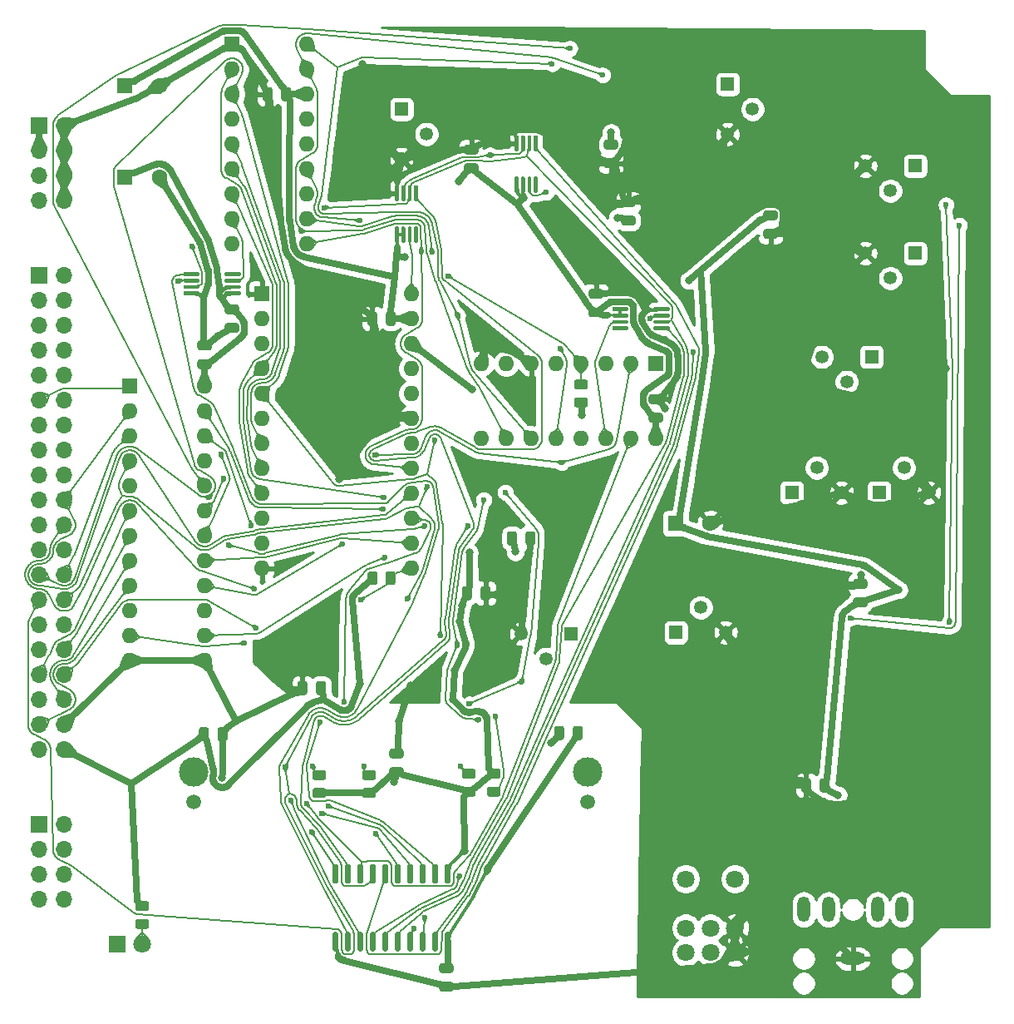
<source format=gbr>
%TF.GenerationSoftware,KiCad,Pcbnew,(5.1.9)-1*%
%TF.CreationDate,2021-11-07T13:29:39-05:00*%
%TF.ProjectId,main,6d61696e-2e6b-4696-9361-645f70636258,rev?*%
%TF.SameCoordinates,Original*%
%TF.FileFunction,Copper,L2,Bot*%
%TF.FilePolarity,Positive*%
%FSLAX46Y46*%
G04 Gerber Fmt 4.6, Leading zero omitted, Abs format (unit mm)*
G04 Created by KiCad (PCBNEW (5.1.9)-1) date 2021-11-07 13:29:39*
%MOMM*%
%LPD*%
G01*
G04 APERTURE LIST*
%TA.AperFunction,ComponentPad*%
%ADD10C,1.800000*%
%TD*%
%TA.AperFunction,ComponentPad*%
%ADD11C,1.346200*%
%TD*%
%TA.AperFunction,ComponentPad*%
%ADD12R,1.346200X1.346200*%
%TD*%
%TA.AperFunction,ComponentPad*%
%ADD13O,2.600000X1.300000*%
%TD*%
%TA.AperFunction,ComponentPad*%
%ADD14O,1.300000X2.600000*%
%TD*%
%TA.AperFunction,ComponentPad*%
%ADD15C,1.600000*%
%TD*%
%TA.AperFunction,ComponentPad*%
%ADD16R,1.600000X1.600000*%
%TD*%
%TA.AperFunction,WasherPad*%
%ADD17C,1.500000*%
%TD*%
%TA.AperFunction,WasherPad*%
%ADD18C,3.000000*%
%TD*%
%TA.AperFunction,ComponentPad*%
%ADD19R,1.800000X1.800000*%
%TD*%
%TA.AperFunction,ComponentPad*%
%ADD20O,1.600000X1.600000*%
%TD*%
%TA.AperFunction,ComponentPad*%
%ADD21R,1.700000X1.700000*%
%TD*%
%TA.AperFunction,ComponentPad*%
%ADD22O,1.700000X1.700000*%
%TD*%
%TA.AperFunction,ViaPad*%
%ADD23C,0.800000*%
%TD*%
%TA.AperFunction,ViaPad*%
%ADD24C,0.600000*%
%TD*%
%TA.AperFunction,Conductor*%
%ADD25C,0.700000*%
%TD*%
%TA.AperFunction,Conductor*%
%ADD26C,0.300000*%
%TD*%
%TA.AperFunction,Conductor*%
%ADD27C,0.200000*%
%TD*%
%TA.AperFunction,Conductor*%
%ADD28C,0.254000*%
%TD*%
%TA.AperFunction,Conductor*%
%ADD29C,0.100000*%
%TD*%
G04 APERTURE END LIST*
D10*
%TO.P,RV10,8*%
%TO.N,N/C*%
X88392000Y-107308000D03*
%TO.P,RV10,7*%
X93392000Y-107308000D03*
%TO.P,RV10,3*%
%TO.N,GNDA*%
X93392000Y-114808000D03*
%TO.P,RV10,2*%
%TO.N,Net-(C47-Pad2)*%
X90892000Y-114808000D03*
%TO.P,RV10,1*%
%TO.N,Net-(C45-Pad1)*%
X88392000Y-114808000D03*
%TO.P,RV10,6*%
%TO.N,GNDA*%
X93392000Y-112308000D03*
%TO.P,RV10,5*%
%TO.N,Net-(C48-Pad2)*%
X90892000Y-112308000D03*
%TO.P,RV10,4*%
%TO.N,Net-(C46-Pad1)*%
X88392000Y-112308000D03*
%TD*%
%TO.P,C57,2*%
%TO.N,GNDA*%
%TA.AperFunction,SMDPad,CuDef*%
G36*
G01*
X41689000Y-50742000D02*
X42639000Y-50742000D01*
G75*
G02*
X42889000Y-50992000I0J-250000D01*
G01*
X42889000Y-51492000D01*
G75*
G02*
X42639000Y-51742000I-250000J0D01*
G01*
X41689000Y-51742000D01*
G75*
G02*
X41439000Y-51492000I0J250000D01*
G01*
X41439000Y-50992000D01*
G75*
G02*
X41689000Y-50742000I250000J0D01*
G01*
G37*
%TD.AperFunction*%
%TO.P,C57,1*%
%TO.N,+5V*%
%TA.AperFunction,SMDPad,CuDef*%
G36*
G01*
X41689000Y-48842000D02*
X42639000Y-48842000D01*
G75*
G02*
X42889000Y-49092000I0J-250000D01*
G01*
X42889000Y-49592000D01*
G75*
G02*
X42639000Y-49842000I-250000J0D01*
G01*
X41689000Y-49842000D01*
G75*
G02*
X41439000Y-49592000I0J250000D01*
G01*
X41439000Y-49092000D01*
G75*
G02*
X41689000Y-48842000I250000J0D01*
G01*
G37*
%TD.AperFunction*%
%TD*%
%TO.P,C56,2*%
%TO.N,+5VA*%
%TA.AperFunction,SMDPad,CuDef*%
G36*
G01*
X102050000Y-98265000D02*
X102050000Y-97315000D01*
G75*
G02*
X102300000Y-97065000I250000J0D01*
G01*
X102800000Y-97065000D01*
G75*
G02*
X103050000Y-97315000I0J-250000D01*
G01*
X103050000Y-98265000D01*
G75*
G02*
X102800000Y-98515000I-250000J0D01*
G01*
X102300000Y-98515000D01*
G75*
G02*
X102050000Y-98265000I0J250000D01*
G01*
G37*
%TD.AperFunction*%
%TO.P,C56,1*%
%TO.N,GNDA*%
%TA.AperFunction,SMDPad,CuDef*%
G36*
G01*
X100150000Y-98265000D02*
X100150000Y-97315000D01*
G75*
G02*
X100400000Y-97065000I250000J0D01*
G01*
X100900000Y-97065000D01*
G75*
G02*
X101150000Y-97315000I0J-250000D01*
G01*
X101150000Y-98265000D01*
G75*
G02*
X100900000Y-98515000I-250000J0D01*
G01*
X100400000Y-98515000D01*
G75*
G02*
X100150000Y-98265000I0J250000D01*
G01*
G37*
%TD.AperFunction*%
%TD*%
%TO.P,C55,2*%
%TO.N,GNDA*%
%TA.AperFunction,SMDPad,CuDef*%
G36*
G01*
X67023000Y-33586000D02*
X66073000Y-33586000D01*
G75*
G02*
X65823000Y-33336000I0J250000D01*
G01*
X65823000Y-32836000D01*
G75*
G02*
X66073000Y-32586000I250000J0D01*
G01*
X67023000Y-32586000D01*
G75*
G02*
X67273000Y-32836000I0J-250000D01*
G01*
X67273000Y-33336000D01*
G75*
G02*
X67023000Y-33586000I-250000J0D01*
G01*
G37*
%TD.AperFunction*%
%TO.P,C55,1*%
%TO.N,+5V*%
%TA.AperFunction,SMDPad,CuDef*%
G36*
G01*
X67023000Y-35486000D02*
X66073000Y-35486000D01*
G75*
G02*
X65823000Y-35236000I0J250000D01*
G01*
X65823000Y-34736000D01*
G75*
G02*
X66073000Y-34486000I250000J0D01*
G01*
X67023000Y-34486000D01*
G75*
G02*
X67273000Y-34736000I0J-250000D01*
G01*
X67273000Y-35236000D01*
G75*
G02*
X67023000Y-35486000I-250000J0D01*
G01*
G37*
%TD.AperFunction*%
%TD*%
%TO.P,C54,2*%
%TO.N,GNDA*%
%TA.AperFunction,SMDPad,CuDef*%
G36*
G01*
X46286000Y-26957000D02*
X46286000Y-27907000D01*
G75*
G02*
X46036000Y-28157000I-250000J0D01*
G01*
X45536000Y-28157000D01*
G75*
G02*
X45286000Y-27907000I0J250000D01*
G01*
X45286000Y-26957000D01*
G75*
G02*
X45536000Y-26707000I250000J0D01*
G01*
X46036000Y-26707000D01*
G75*
G02*
X46286000Y-26957000I0J-250000D01*
G01*
G37*
%TD.AperFunction*%
%TO.P,C54,1*%
%TO.N,+5V*%
%TA.AperFunction,SMDPad,CuDef*%
G36*
G01*
X48186000Y-26957000D02*
X48186000Y-27907000D01*
G75*
G02*
X47936000Y-28157000I-250000J0D01*
G01*
X47436000Y-28157000D01*
G75*
G02*
X47186000Y-27907000I0J250000D01*
G01*
X47186000Y-26957000D01*
G75*
G02*
X47436000Y-26707000I250000J0D01*
G01*
X47936000Y-26707000D01*
G75*
G02*
X48186000Y-26957000I0J-250000D01*
G01*
G37*
%TD.AperFunction*%
%TD*%
%TO.P,C53,2*%
%TO.N,GNDA*%
%TA.AperFunction,SMDPad,CuDef*%
G36*
G01*
X85819000Y-58986000D02*
X84869000Y-58986000D01*
G75*
G02*
X84619000Y-58736000I0J250000D01*
G01*
X84619000Y-58236000D01*
G75*
G02*
X84869000Y-57986000I250000J0D01*
G01*
X85819000Y-57986000D01*
G75*
G02*
X86069000Y-58236000I0J-250000D01*
G01*
X86069000Y-58736000D01*
G75*
G02*
X85819000Y-58986000I-250000J0D01*
G01*
G37*
%TD.AperFunction*%
%TO.P,C53,1*%
%TO.N,+5V*%
%TA.AperFunction,SMDPad,CuDef*%
G36*
G01*
X85819000Y-60886000D02*
X84869000Y-60886000D01*
G75*
G02*
X84619000Y-60636000I0J250000D01*
G01*
X84619000Y-60136000D01*
G75*
G02*
X84869000Y-59886000I250000J0D01*
G01*
X85819000Y-59886000D01*
G75*
G02*
X86069000Y-60136000I0J-250000D01*
G01*
X86069000Y-60636000D01*
G75*
G02*
X85819000Y-60886000I-250000J0D01*
G01*
G37*
%TD.AperFunction*%
%TD*%
%TO.P,C52,2*%
%TO.N,GNDA*%
%TA.AperFunction,SMDPad,CuDef*%
G36*
G01*
X79723000Y-48252000D02*
X78773000Y-48252000D01*
G75*
G02*
X78523000Y-48002000I0J250000D01*
G01*
X78523000Y-47502000D01*
G75*
G02*
X78773000Y-47252000I250000J0D01*
G01*
X79723000Y-47252000D01*
G75*
G02*
X79973000Y-47502000I0J-250000D01*
G01*
X79973000Y-48002000D01*
G75*
G02*
X79723000Y-48252000I-250000J0D01*
G01*
G37*
%TD.AperFunction*%
%TO.P,C52,1*%
%TO.N,+5V*%
%TA.AperFunction,SMDPad,CuDef*%
G36*
G01*
X79723000Y-50152000D02*
X78773000Y-50152000D01*
G75*
G02*
X78523000Y-49902000I0J250000D01*
G01*
X78523000Y-49402000D01*
G75*
G02*
X78773000Y-49152000I250000J0D01*
G01*
X79723000Y-49152000D01*
G75*
G02*
X79973000Y-49402000I0J-250000D01*
G01*
X79973000Y-49902000D01*
G75*
G02*
X79723000Y-50152000I-250000J0D01*
G01*
G37*
%TD.AperFunction*%
%TD*%
%TO.P,C51,2*%
%TO.N,GNDA*%
%TA.AperFunction,SMDPad,CuDef*%
G36*
G01*
X56954000Y-49817000D02*
X56954000Y-50767000D01*
G75*
G02*
X56704000Y-51017000I-250000J0D01*
G01*
X56204000Y-51017000D01*
G75*
G02*
X55954000Y-50767000I0J250000D01*
G01*
X55954000Y-49817000D01*
G75*
G02*
X56204000Y-49567000I250000J0D01*
G01*
X56704000Y-49567000D01*
G75*
G02*
X56954000Y-49817000I0J-250000D01*
G01*
G37*
%TD.AperFunction*%
%TO.P,C51,1*%
%TO.N,+5V*%
%TA.AperFunction,SMDPad,CuDef*%
G36*
G01*
X58854000Y-49817000D02*
X58854000Y-50767000D01*
G75*
G02*
X58604000Y-51017000I-250000J0D01*
G01*
X58104000Y-51017000D01*
G75*
G02*
X57854000Y-50767000I0J250000D01*
G01*
X57854000Y-49817000D01*
G75*
G02*
X58104000Y-49567000I250000J0D01*
G01*
X58604000Y-49567000D01*
G75*
G02*
X58854000Y-49817000I0J-250000D01*
G01*
G37*
%TD.AperFunction*%
%TD*%
%TO.P,C50,2*%
%TO.N,+5VA*%
%TA.AperFunction,SMDPad,CuDef*%
G36*
G01*
X97503000Y-40256000D02*
X96553000Y-40256000D01*
G75*
G02*
X96303000Y-40006000I0J250000D01*
G01*
X96303000Y-39506000D01*
G75*
G02*
X96553000Y-39256000I250000J0D01*
G01*
X97503000Y-39256000D01*
G75*
G02*
X97753000Y-39506000I0J-250000D01*
G01*
X97753000Y-40006000D01*
G75*
G02*
X97503000Y-40256000I-250000J0D01*
G01*
G37*
%TD.AperFunction*%
%TO.P,C50,1*%
%TO.N,GNDA*%
%TA.AperFunction,SMDPad,CuDef*%
G36*
G01*
X97503000Y-42156000D02*
X96553000Y-42156000D01*
G75*
G02*
X96303000Y-41906000I0J250000D01*
G01*
X96303000Y-41406000D01*
G75*
G02*
X96553000Y-41156000I250000J0D01*
G01*
X97503000Y-41156000D01*
G75*
G02*
X97753000Y-41406000I0J-250000D01*
G01*
X97753000Y-41906000D01*
G75*
G02*
X97503000Y-42156000I-250000J0D01*
G01*
G37*
%TD.AperFunction*%
%TD*%
D11*
%TO.P,RV9,3*%
%TO.N,GNDA*%
X106680000Y-43637200D03*
%TO.P,RV9,2*%
%TO.N,Net-(C40-Pad2)*%
X109220000Y-46177200D03*
D12*
%TO.P,RV9,1*%
%TO.N,Net-(R44-Pad1)*%
X111760000Y-43637200D03*
%TD*%
D11*
%TO.P,RV8,3*%
%TO.N,GNDA*%
X106680000Y-34747200D03*
%TO.P,RV8,2*%
%TO.N,Net-(C39-Pad2)*%
X109220000Y-37287200D03*
D12*
%TO.P,RV8,1*%
%TO.N,Net-(R43-Pad1)*%
X111760000Y-34747200D03*
%TD*%
D11*
%TO.P,RV7,3*%
%TO.N,GNDA*%
X104267000Y-67995800D03*
%TO.P,RV7,2*%
%TO.N,Net-(C38-Pad2)*%
X101727000Y-65455800D03*
D12*
%TO.P,RV7,1*%
%TO.N,Net-(R42-Pad1)*%
X99187000Y-67995800D03*
%TD*%
D11*
%TO.P,RV6,3*%
%TO.N,GNDA*%
X113157000Y-67995800D03*
%TO.P,RV6,2*%
%TO.N,Net-(C37-Pad2)*%
X110617000Y-65455800D03*
D12*
%TO.P,RV6,1*%
%TO.N,Net-(R41-Pad1)*%
X108077000Y-67995800D03*
%TD*%
D11*
%TO.P,RV5,3*%
%TO.N,GNDA*%
X59436000Y-34036000D03*
%TO.P,RV5,2*%
%TO.N,Net-(C28-Pad2)*%
X61976000Y-31496000D03*
D12*
%TO.P,RV5,1*%
%TO.N,Net-(R34-Pad1)*%
X59436000Y-28956000D03*
%TD*%
D11*
%TO.P,RV4,3*%
%TO.N,GNDA*%
X71628000Y-82372200D03*
%TO.P,RV4,2*%
%TO.N,Net-(C27-Pad2)*%
X74168000Y-84912200D03*
D12*
%TO.P,RV4,1*%
%TO.N,Net-(R31-Pad1)*%
X76708000Y-82372200D03*
%TD*%
D11*
%TO.P,RV3,3*%
%TO.N,GNDA*%
X92456000Y-82219800D03*
%TO.P,RV3,2*%
%TO.N,Net-(C26-Pad2)*%
X89916000Y-79679800D03*
D12*
%TO.P,RV3,1*%
%TO.N,Net-(R30-Pad1)*%
X87376000Y-82219800D03*
%TD*%
D11*
%TO.P,RV2,3*%
%TO.N,GNDA*%
X92659200Y-31496000D03*
%TO.P,RV2,2*%
%TO.N,Net-(C15-Pad2)*%
X95199200Y-28956000D03*
D12*
%TO.P,RV2,1*%
%TO.N,Net-(R29-Pad1)*%
X92659200Y-26416000D03*
%TD*%
D11*
%TO.P,RV1,3*%
%TO.N,Net-(RV1-Pad3)*%
X102235000Y-54178200D03*
%TO.P,RV1,2*%
%TO.N,Net-(R27-Pad1)*%
X104775000Y-56718200D03*
D12*
%TO.P,RV1,1*%
%TO.N,Net-(C14-Pad2)*%
X107315000Y-54178200D03*
%TD*%
D13*
%TO.P,J2,S*%
%TO.N,GNDA*%
X105410000Y-115427000D03*
D14*
%TO.P,J2,10*%
%TO.N,N/C*%
X107910000Y-110427000D03*
%TO.P,J2,11*%
X102910000Y-110427000D03*
%TO.P,J2,R*%
%TO.N,Net-(C49-Pad2)*%
X100410000Y-110427000D03*
%TO.P,J2,T*%
%TO.N,Net-(C43-Pad2)*%
X110410000Y-110427000D03*
%TD*%
D15*
%TO.P,C41,2*%
%TO.N,GNDA*%
X90876000Y-71120000D03*
D16*
%TO.P,C41,1*%
%TO.N,+5VA*%
X87376000Y-71120000D03*
%TD*%
%TO.P,C12,2*%
%TO.N,+5VA*%
%TA.AperFunction,SMDPad,CuDef*%
G36*
G01*
X82075000Y-39820000D02*
X83025000Y-39820000D01*
G75*
G02*
X83275000Y-40070000I0J-250000D01*
G01*
X83275000Y-40570000D01*
G75*
G02*
X83025000Y-40820000I-250000J0D01*
G01*
X82075000Y-40820000D01*
G75*
G02*
X81825000Y-40570000I0J250000D01*
G01*
X81825000Y-40070000D01*
G75*
G02*
X82075000Y-39820000I250000J0D01*
G01*
G37*
%TD.AperFunction*%
%TO.P,C12,1*%
%TO.N,GNDA*%
%TA.AperFunction,SMDPad,CuDef*%
G36*
G01*
X82075000Y-37920000D02*
X83025000Y-37920000D01*
G75*
G02*
X83275000Y-38170000I0J-250000D01*
G01*
X83275000Y-38670000D01*
G75*
G02*
X83025000Y-38920000I-250000J0D01*
G01*
X82075000Y-38920000D01*
G75*
G02*
X81825000Y-38670000I0J250000D01*
G01*
X81825000Y-38170000D01*
G75*
G02*
X82075000Y-37920000I250000J0D01*
G01*
G37*
%TD.AperFunction*%
%TD*%
%TO.P,C5,2*%
%TO.N,+5VA*%
%TA.AperFunction,SMDPad,CuDef*%
G36*
G01*
X105697000Y-78682000D02*
X106647000Y-78682000D01*
G75*
G02*
X106897000Y-78932000I0J-250000D01*
G01*
X106897000Y-79432000D01*
G75*
G02*
X106647000Y-79682000I-250000J0D01*
G01*
X105697000Y-79682000D01*
G75*
G02*
X105447000Y-79432000I0J250000D01*
G01*
X105447000Y-78932000D01*
G75*
G02*
X105697000Y-78682000I250000J0D01*
G01*
G37*
%TD.AperFunction*%
%TO.P,C5,1*%
%TO.N,GNDA*%
%TA.AperFunction,SMDPad,CuDef*%
G36*
G01*
X105697000Y-76782000D02*
X106647000Y-76782000D01*
G75*
G02*
X106897000Y-77032000I0J-250000D01*
G01*
X106897000Y-77532000D01*
G75*
G02*
X106647000Y-77782000I-250000J0D01*
G01*
X105697000Y-77782000D01*
G75*
G02*
X105447000Y-77532000I0J250000D01*
G01*
X105447000Y-77032000D01*
G75*
G02*
X105697000Y-76782000I250000J0D01*
G01*
G37*
%TD.AperFunction*%
%TD*%
D17*
%TO.P,U15,*%
%TO.N,*%
X38236000Y-99464000D03*
X78396000Y-99464000D03*
D18*
X38236000Y-96464000D03*
X78396000Y-96464000D03*
%TD*%
%TO.P,R11,2*%
%TO.N,Net-(D1-Pad2)*%
%TA.AperFunction,SMDPad,CuDef*%
G36*
G01*
X32569999Y-111398000D02*
X33470001Y-111398000D01*
G75*
G02*
X33720000Y-111647999I0J-249999D01*
G01*
X33720000Y-112173001D01*
G75*
G02*
X33470001Y-112423000I-249999J0D01*
G01*
X32569999Y-112423000D01*
G75*
G02*
X32320000Y-112173001I0J249999D01*
G01*
X32320000Y-111647999D01*
G75*
G02*
X32569999Y-111398000I249999J0D01*
G01*
G37*
%TD.AperFunction*%
%TO.P,R11,1*%
%TO.N,+5V*%
%TA.AperFunction,SMDPad,CuDef*%
G36*
G01*
X32569999Y-109573000D02*
X33470001Y-109573000D01*
G75*
G02*
X33720000Y-109822999I0J-249999D01*
G01*
X33720000Y-110348001D01*
G75*
G02*
X33470001Y-110598000I-249999J0D01*
G01*
X32569999Y-110598000D01*
G75*
G02*
X32320000Y-110348001I0J249999D01*
G01*
X32320000Y-109822999D01*
G75*
G02*
X32569999Y-109573000I249999J0D01*
G01*
G37*
%TD.AperFunction*%
%TD*%
%TO.P,R10,2*%
%TO.N,Net-(R10-Pad2)*%
%TA.AperFunction,SMDPad,CuDef*%
G36*
G01*
X68383999Y-97912500D02*
X69284001Y-97912500D01*
G75*
G02*
X69534000Y-98162499I0J-249999D01*
G01*
X69534000Y-98687501D01*
G75*
G02*
X69284001Y-98937500I-249999J0D01*
G01*
X68383999Y-98937500D01*
G75*
G02*
X68134000Y-98687501I0J249999D01*
G01*
X68134000Y-98162499D01*
G75*
G02*
X68383999Y-97912500I249999J0D01*
G01*
G37*
%TD.AperFunction*%
%TO.P,R10,1*%
%TO.N,+5V*%
%TA.AperFunction,SMDPad,CuDef*%
G36*
G01*
X68383999Y-96087500D02*
X69284001Y-96087500D01*
G75*
G02*
X69534000Y-96337499I0J-249999D01*
G01*
X69534000Y-96862501D01*
G75*
G02*
X69284001Y-97112500I-249999J0D01*
G01*
X68383999Y-97112500D01*
G75*
G02*
X68134000Y-96862501I0J249999D01*
G01*
X68134000Y-96337499D01*
G75*
G02*
X68383999Y-96087500I249999J0D01*
G01*
G37*
%TD.AperFunction*%
%TD*%
%TO.P,R9,2*%
%TO.N,Net-(R9-Pad2)*%
%TA.AperFunction,SMDPad,CuDef*%
G36*
G01*
X66744001Y-97136000D02*
X65843999Y-97136000D01*
G75*
G02*
X65594000Y-96886001I0J249999D01*
G01*
X65594000Y-96360999D01*
G75*
G02*
X65843999Y-96111000I249999J0D01*
G01*
X66744001Y-96111000D01*
G75*
G02*
X66994000Y-96360999I0J-249999D01*
G01*
X66994000Y-96886001D01*
G75*
G02*
X66744001Y-97136000I-249999J0D01*
G01*
G37*
%TD.AperFunction*%
%TO.P,R9,1*%
%TO.N,+5V*%
%TA.AperFunction,SMDPad,CuDef*%
G36*
G01*
X66744001Y-98961000D02*
X65843999Y-98961000D01*
G75*
G02*
X65594000Y-98711001I0J249999D01*
G01*
X65594000Y-98185999D01*
G75*
G02*
X65843999Y-97936000I249999J0D01*
G01*
X66744001Y-97936000D01*
G75*
G02*
X66994000Y-98185999I0J-249999D01*
G01*
X66994000Y-98711001D01*
G75*
G02*
X66744001Y-98961000I-249999J0D01*
G01*
G37*
%TD.AperFunction*%
%TD*%
%TO.P,R8,2*%
%TO.N,Net-(R8-Pad2)*%
%TA.AperFunction,SMDPad,CuDef*%
G36*
G01*
X56584001Y-97263000D02*
X55683999Y-97263000D01*
G75*
G02*
X55434000Y-97013001I0J249999D01*
G01*
X55434000Y-96487999D01*
G75*
G02*
X55683999Y-96238000I249999J0D01*
G01*
X56584001Y-96238000D01*
G75*
G02*
X56834000Y-96487999I0J-249999D01*
G01*
X56834000Y-97013001D01*
G75*
G02*
X56584001Y-97263000I-249999J0D01*
G01*
G37*
%TD.AperFunction*%
%TO.P,R8,1*%
%TO.N,+5V*%
%TA.AperFunction,SMDPad,CuDef*%
G36*
G01*
X56584001Y-99088000D02*
X55683999Y-99088000D01*
G75*
G02*
X55434000Y-98838001I0J249999D01*
G01*
X55434000Y-98312999D01*
G75*
G02*
X55683999Y-98063000I249999J0D01*
G01*
X56584001Y-98063000D01*
G75*
G02*
X56834000Y-98312999I0J-249999D01*
G01*
X56834000Y-98838001D01*
G75*
G02*
X56584001Y-99088000I-249999J0D01*
G01*
G37*
%TD.AperFunction*%
%TD*%
%TO.P,R7,2*%
%TO.N,Net-(R7-Pad2)*%
%TA.AperFunction,SMDPad,CuDef*%
G36*
G01*
X51504001Y-97263000D02*
X50603999Y-97263000D01*
G75*
G02*
X50354000Y-97013001I0J249999D01*
G01*
X50354000Y-96487999D01*
G75*
G02*
X50603999Y-96238000I249999J0D01*
G01*
X51504001Y-96238000D01*
G75*
G02*
X51754000Y-96487999I0J-249999D01*
G01*
X51754000Y-97013001D01*
G75*
G02*
X51504001Y-97263000I-249999J0D01*
G01*
G37*
%TD.AperFunction*%
%TO.P,R7,1*%
%TO.N,+5V*%
%TA.AperFunction,SMDPad,CuDef*%
G36*
G01*
X51504001Y-99088000D02*
X50603999Y-99088000D01*
G75*
G02*
X50354000Y-98838001I0J249999D01*
G01*
X50354000Y-98312999D01*
G75*
G02*
X50603999Y-98063000I249999J0D01*
G01*
X51504001Y-98063000D01*
G75*
G02*
X51754000Y-98312999I0J-249999D01*
G01*
X51754000Y-98838001D01*
G75*
G02*
X51504001Y-99088000I-249999J0D01*
G01*
G37*
%TD.AperFunction*%
%TD*%
D10*
%TO.P,D1,2*%
%TO.N,Net-(D1-Pad2)*%
X33020000Y-113919000D03*
D19*
%TO.P,D1,1*%
%TO.N,Net-(D1-Pad1)*%
X30480000Y-113919000D03*
%TD*%
%TO.P,U14,8*%
%TO.N,+5V*%
%TA.AperFunction,SMDPad,CuDef*%
G36*
G01*
X58869000Y-40924000D02*
X59069000Y-40924000D01*
G75*
G02*
X59169000Y-41024000I0J-100000D01*
G01*
X59169000Y-42449000D01*
G75*
G02*
X59069000Y-42549000I-100000J0D01*
G01*
X58869000Y-42549000D01*
G75*
G02*
X58769000Y-42449000I0J100000D01*
G01*
X58769000Y-41024000D01*
G75*
G02*
X58869000Y-40924000I100000J0D01*
G01*
G37*
%TD.AperFunction*%
%TO.P,U14,7*%
%TA.AperFunction,SMDPad,CuDef*%
G36*
G01*
X59519000Y-40924000D02*
X59719000Y-40924000D01*
G75*
G02*
X59819000Y-41024000I0J-100000D01*
G01*
X59819000Y-42449000D01*
G75*
G02*
X59719000Y-42549000I-100000J0D01*
G01*
X59519000Y-42549000D01*
G75*
G02*
X59419000Y-42449000I0J100000D01*
G01*
X59419000Y-41024000D01*
G75*
G02*
X59519000Y-40924000I100000J0D01*
G01*
G37*
%TD.AperFunction*%
%TO.P,U14,6*%
%TO.N,clk2*%
%TA.AperFunction,SMDPad,CuDef*%
G36*
G01*
X60169000Y-40924000D02*
X60369000Y-40924000D01*
G75*
G02*
X60469000Y-41024000I0J-100000D01*
G01*
X60469000Y-42449000D01*
G75*
G02*
X60369000Y-42549000I-100000J0D01*
G01*
X60169000Y-42549000D01*
G75*
G02*
X60069000Y-42449000I0J100000D01*
G01*
X60069000Y-41024000D01*
G75*
G02*
X60169000Y-40924000I100000J0D01*
G01*
G37*
%TD.AperFunction*%
%TO.P,U14,5*%
%TO.N,Net-(U14-Pad5)*%
%TA.AperFunction,SMDPad,CuDef*%
G36*
G01*
X60819000Y-40924000D02*
X61019000Y-40924000D01*
G75*
G02*
X61119000Y-41024000I0J-100000D01*
G01*
X61119000Y-42449000D01*
G75*
G02*
X61019000Y-42549000I-100000J0D01*
G01*
X60819000Y-42549000D01*
G75*
G02*
X60719000Y-42449000I0J100000D01*
G01*
X60719000Y-41024000D01*
G75*
G02*
X60819000Y-40924000I100000J0D01*
G01*
G37*
%TD.AperFunction*%
%TO.P,U14,4*%
%TO.N,CLK2SEL*%
%TA.AperFunction,SMDPad,CuDef*%
G36*
G01*
X60819000Y-36699000D02*
X61019000Y-36699000D01*
G75*
G02*
X61119000Y-36799000I0J-100000D01*
G01*
X61119000Y-38224000D01*
G75*
G02*
X61019000Y-38324000I-100000J0D01*
G01*
X60819000Y-38324000D01*
G75*
G02*
X60719000Y-38224000I0J100000D01*
G01*
X60719000Y-36799000D01*
G75*
G02*
X60819000Y-36699000I100000J0D01*
G01*
G37*
%TD.AperFunction*%
%TO.P,U14,3*%
%TO.N,SCK*%
%TA.AperFunction,SMDPad,CuDef*%
G36*
G01*
X60169000Y-36699000D02*
X60369000Y-36699000D01*
G75*
G02*
X60469000Y-36799000I0J-100000D01*
G01*
X60469000Y-38224000D01*
G75*
G02*
X60369000Y-38324000I-100000J0D01*
G01*
X60169000Y-38324000D01*
G75*
G02*
X60069000Y-38224000I0J100000D01*
G01*
X60069000Y-36799000D01*
G75*
G02*
X60169000Y-36699000I100000J0D01*
G01*
G37*
%TD.AperFunction*%
%TO.P,U14,2*%
%TO.N,SDI*%
%TA.AperFunction,SMDPad,CuDef*%
G36*
G01*
X59519000Y-36699000D02*
X59719000Y-36699000D01*
G75*
G02*
X59819000Y-36799000I0J-100000D01*
G01*
X59819000Y-38224000D01*
G75*
G02*
X59719000Y-38324000I-100000J0D01*
G01*
X59519000Y-38324000D01*
G75*
G02*
X59419000Y-38224000I0J100000D01*
G01*
X59419000Y-36799000D01*
G75*
G02*
X59519000Y-36699000I100000J0D01*
G01*
G37*
%TD.AperFunction*%
%TO.P,U14,1*%
%TO.N,GNDA*%
%TA.AperFunction,SMDPad,CuDef*%
G36*
G01*
X58869000Y-36699000D02*
X59069000Y-36699000D01*
G75*
G02*
X59169000Y-36799000I0J-100000D01*
G01*
X59169000Y-38224000D01*
G75*
G02*
X59069000Y-38324000I-100000J0D01*
G01*
X58869000Y-38324000D01*
G75*
G02*
X58769000Y-38224000I0J100000D01*
G01*
X58769000Y-36799000D01*
G75*
G02*
X58869000Y-36699000I100000J0D01*
G01*
G37*
%TD.AperFunction*%
%TD*%
%TO.P,U13,8*%
%TO.N,+5V*%
%TA.AperFunction,SMDPad,CuDef*%
G36*
G01*
X41432000Y-47811000D02*
X41432000Y-47611000D01*
G75*
G02*
X41532000Y-47511000I100000J0D01*
G01*
X42957000Y-47511000D01*
G75*
G02*
X43057000Y-47611000I0J-100000D01*
G01*
X43057000Y-47811000D01*
G75*
G02*
X42957000Y-47911000I-100000J0D01*
G01*
X41532000Y-47911000D01*
G75*
G02*
X41432000Y-47811000I0J100000D01*
G01*
G37*
%TD.AperFunction*%
%TO.P,U13,7*%
%TA.AperFunction,SMDPad,CuDef*%
G36*
G01*
X41432000Y-47161000D02*
X41432000Y-46961000D01*
G75*
G02*
X41532000Y-46861000I100000J0D01*
G01*
X42957000Y-46861000D01*
G75*
G02*
X43057000Y-46961000I0J-100000D01*
G01*
X43057000Y-47161000D01*
G75*
G02*
X42957000Y-47261000I-100000J0D01*
G01*
X41532000Y-47261000D01*
G75*
G02*
X41432000Y-47161000I0J100000D01*
G01*
G37*
%TD.AperFunction*%
%TO.P,U13,6*%
%TO.N,clk1*%
%TA.AperFunction,SMDPad,CuDef*%
G36*
G01*
X41432000Y-46511000D02*
X41432000Y-46311000D01*
G75*
G02*
X41532000Y-46211000I100000J0D01*
G01*
X42957000Y-46211000D01*
G75*
G02*
X43057000Y-46311000I0J-100000D01*
G01*
X43057000Y-46511000D01*
G75*
G02*
X42957000Y-46611000I-100000J0D01*
G01*
X41532000Y-46611000D01*
G75*
G02*
X41432000Y-46511000I0J100000D01*
G01*
G37*
%TD.AperFunction*%
%TO.P,U13,5*%
%TO.N,Net-(U13-Pad5)*%
%TA.AperFunction,SMDPad,CuDef*%
G36*
G01*
X41432000Y-45861000D02*
X41432000Y-45661000D01*
G75*
G02*
X41532000Y-45561000I100000J0D01*
G01*
X42957000Y-45561000D01*
G75*
G02*
X43057000Y-45661000I0J-100000D01*
G01*
X43057000Y-45861000D01*
G75*
G02*
X42957000Y-45961000I-100000J0D01*
G01*
X41532000Y-45961000D01*
G75*
G02*
X41432000Y-45861000I0J100000D01*
G01*
G37*
%TD.AperFunction*%
%TO.P,U13,4*%
%TO.N,CLK1SEL*%
%TA.AperFunction,SMDPad,CuDef*%
G36*
G01*
X37207000Y-45861000D02*
X37207000Y-45661000D01*
G75*
G02*
X37307000Y-45561000I100000J0D01*
G01*
X38732000Y-45561000D01*
G75*
G02*
X38832000Y-45661000I0J-100000D01*
G01*
X38832000Y-45861000D01*
G75*
G02*
X38732000Y-45961000I-100000J0D01*
G01*
X37307000Y-45961000D01*
G75*
G02*
X37207000Y-45861000I0J100000D01*
G01*
G37*
%TD.AperFunction*%
%TO.P,U13,3*%
%TO.N,SCK*%
%TA.AperFunction,SMDPad,CuDef*%
G36*
G01*
X37207000Y-46511000D02*
X37207000Y-46311000D01*
G75*
G02*
X37307000Y-46211000I100000J0D01*
G01*
X38732000Y-46211000D01*
G75*
G02*
X38832000Y-46311000I0J-100000D01*
G01*
X38832000Y-46511000D01*
G75*
G02*
X38732000Y-46611000I-100000J0D01*
G01*
X37307000Y-46611000D01*
G75*
G02*
X37207000Y-46511000I0J100000D01*
G01*
G37*
%TD.AperFunction*%
%TO.P,U13,2*%
%TO.N,SDI*%
%TA.AperFunction,SMDPad,CuDef*%
G36*
G01*
X37207000Y-47161000D02*
X37207000Y-46961000D01*
G75*
G02*
X37307000Y-46861000I100000J0D01*
G01*
X38732000Y-46861000D01*
G75*
G02*
X38832000Y-46961000I0J-100000D01*
G01*
X38832000Y-47161000D01*
G75*
G02*
X38732000Y-47261000I-100000J0D01*
G01*
X37307000Y-47261000D01*
G75*
G02*
X37207000Y-47161000I0J100000D01*
G01*
G37*
%TD.AperFunction*%
%TO.P,U13,1*%
%TO.N,GNDA*%
%TA.AperFunction,SMDPad,CuDef*%
G36*
G01*
X37207000Y-47811000D02*
X37207000Y-47611000D01*
G75*
G02*
X37307000Y-47511000I100000J0D01*
G01*
X38732000Y-47511000D01*
G75*
G02*
X38832000Y-47611000I0J-100000D01*
G01*
X38832000Y-47811000D01*
G75*
G02*
X38732000Y-47911000I-100000J0D01*
G01*
X37307000Y-47911000D01*
G75*
G02*
X37207000Y-47811000I0J100000D01*
G01*
G37*
%TD.AperFunction*%
%TD*%
%TO.P,U12,8*%
%TO.N,+5V*%
%TA.AperFunction,SMDPad,CuDef*%
G36*
G01*
X82520000Y-49217000D02*
X82520000Y-49417000D01*
G75*
G02*
X82420000Y-49517000I-100000J0D01*
G01*
X80995000Y-49517000D01*
G75*
G02*
X80895000Y-49417000I0J100000D01*
G01*
X80895000Y-49217000D01*
G75*
G02*
X80995000Y-49117000I100000J0D01*
G01*
X82420000Y-49117000D01*
G75*
G02*
X82520000Y-49217000I0J-100000D01*
G01*
G37*
%TD.AperFunction*%
%TO.P,U12,7*%
%TA.AperFunction,SMDPad,CuDef*%
G36*
G01*
X82520000Y-49867000D02*
X82520000Y-50067000D01*
G75*
G02*
X82420000Y-50167000I-100000J0D01*
G01*
X80995000Y-50167000D01*
G75*
G02*
X80895000Y-50067000I0J100000D01*
G01*
X80895000Y-49867000D01*
G75*
G02*
X80995000Y-49767000I100000J0D01*
G01*
X82420000Y-49767000D01*
G75*
G02*
X82520000Y-49867000I0J-100000D01*
G01*
G37*
%TD.AperFunction*%
%TO.P,U12,6*%
%TO.N,clk0*%
%TA.AperFunction,SMDPad,CuDef*%
G36*
G01*
X82520000Y-50517000D02*
X82520000Y-50717000D01*
G75*
G02*
X82420000Y-50817000I-100000J0D01*
G01*
X80995000Y-50817000D01*
G75*
G02*
X80895000Y-50717000I0J100000D01*
G01*
X80895000Y-50517000D01*
G75*
G02*
X80995000Y-50417000I100000J0D01*
G01*
X82420000Y-50417000D01*
G75*
G02*
X82520000Y-50517000I0J-100000D01*
G01*
G37*
%TD.AperFunction*%
%TO.P,U12,5*%
%TO.N,Net-(U12-Pad5)*%
%TA.AperFunction,SMDPad,CuDef*%
G36*
G01*
X82520000Y-51167000D02*
X82520000Y-51367000D01*
G75*
G02*
X82420000Y-51467000I-100000J0D01*
G01*
X80995000Y-51467000D01*
G75*
G02*
X80895000Y-51367000I0J100000D01*
G01*
X80895000Y-51167000D01*
G75*
G02*
X80995000Y-51067000I100000J0D01*
G01*
X82420000Y-51067000D01*
G75*
G02*
X82520000Y-51167000I0J-100000D01*
G01*
G37*
%TD.AperFunction*%
%TO.P,U12,4*%
%TO.N,CLK0SEL*%
%TA.AperFunction,SMDPad,CuDef*%
G36*
G01*
X86745000Y-51167000D02*
X86745000Y-51367000D01*
G75*
G02*
X86645000Y-51467000I-100000J0D01*
G01*
X85220000Y-51467000D01*
G75*
G02*
X85120000Y-51367000I0J100000D01*
G01*
X85120000Y-51167000D01*
G75*
G02*
X85220000Y-51067000I100000J0D01*
G01*
X86645000Y-51067000D01*
G75*
G02*
X86745000Y-51167000I0J-100000D01*
G01*
G37*
%TD.AperFunction*%
%TO.P,U12,3*%
%TO.N,SCK*%
%TA.AperFunction,SMDPad,CuDef*%
G36*
G01*
X86745000Y-50517000D02*
X86745000Y-50717000D01*
G75*
G02*
X86645000Y-50817000I-100000J0D01*
G01*
X85220000Y-50817000D01*
G75*
G02*
X85120000Y-50717000I0J100000D01*
G01*
X85120000Y-50517000D01*
G75*
G02*
X85220000Y-50417000I100000J0D01*
G01*
X86645000Y-50417000D01*
G75*
G02*
X86745000Y-50517000I0J-100000D01*
G01*
G37*
%TD.AperFunction*%
%TO.P,U12,2*%
%TO.N,SDI*%
%TA.AperFunction,SMDPad,CuDef*%
G36*
G01*
X86745000Y-49867000D02*
X86745000Y-50067000D01*
G75*
G02*
X86645000Y-50167000I-100000J0D01*
G01*
X85220000Y-50167000D01*
G75*
G02*
X85120000Y-50067000I0J100000D01*
G01*
X85120000Y-49867000D01*
G75*
G02*
X85220000Y-49767000I100000J0D01*
G01*
X86645000Y-49767000D01*
G75*
G02*
X86745000Y-49867000I0J-100000D01*
G01*
G37*
%TD.AperFunction*%
%TO.P,U12,1*%
%TO.N,GNDA*%
%TA.AperFunction,SMDPad,CuDef*%
G36*
G01*
X86745000Y-49217000D02*
X86745000Y-49417000D01*
G75*
G02*
X86645000Y-49517000I-100000J0D01*
G01*
X85220000Y-49517000D01*
G75*
G02*
X85120000Y-49417000I0J100000D01*
G01*
X85120000Y-49217000D01*
G75*
G02*
X85220000Y-49117000I100000J0D01*
G01*
X86645000Y-49117000D01*
G75*
G02*
X86745000Y-49217000I0J-100000D01*
G01*
G37*
%TD.AperFunction*%
%TD*%
%TO.P,U11,8*%
%TO.N,+5V*%
%TA.AperFunction,SMDPad,CuDef*%
G36*
G01*
X71061000Y-35844000D02*
X71261000Y-35844000D01*
G75*
G02*
X71361000Y-35944000I0J-100000D01*
G01*
X71361000Y-37369000D01*
G75*
G02*
X71261000Y-37469000I-100000J0D01*
G01*
X71061000Y-37469000D01*
G75*
G02*
X70961000Y-37369000I0J100000D01*
G01*
X70961000Y-35944000D01*
G75*
G02*
X71061000Y-35844000I100000J0D01*
G01*
G37*
%TD.AperFunction*%
%TO.P,U11,7*%
%TA.AperFunction,SMDPad,CuDef*%
G36*
G01*
X71711000Y-35844000D02*
X71911000Y-35844000D01*
G75*
G02*
X72011000Y-35944000I0J-100000D01*
G01*
X72011000Y-37369000D01*
G75*
G02*
X71911000Y-37469000I-100000J0D01*
G01*
X71711000Y-37469000D01*
G75*
G02*
X71611000Y-37369000I0J100000D01*
G01*
X71611000Y-35944000D01*
G75*
G02*
X71711000Y-35844000I100000J0D01*
G01*
G37*
%TD.AperFunction*%
%TO.P,U11,6*%
%TO.N,clk3*%
%TA.AperFunction,SMDPad,CuDef*%
G36*
G01*
X72361000Y-35844000D02*
X72561000Y-35844000D01*
G75*
G02*
X72661000Y-35944000I0J-100000D01*
G01*
X72661000Y-37369000D01*
G75*
G02*
X72561000Y-37469000I-100000J0D01*
G01*
X72361000Y-37469000D01*
G75*
G02*
X72261000Y-37369000I0J100000D01*
G01*
X72261000Y-35944000D01*
G75*
G02*
X72361000Y-35844000I100000J0D01*
G01*
G37*
%TD.AperFunction*%
%TO.P,U11,5*%
%TO.N,Net-(U11-Pad5)*%
%TA.AperFunction,SMDPad,CuDef*%
G36*
G01*
X73011000Y-35844000D02*
X73211000Y-35844000D01*
G75*
G02*
X73311000Y-35944000I0J-100000D01*
G01*
X73311000Y-37369000D01*
G75*
G02*
X73211000Y-37469000I-100000J0D01*
G01*
X73011000Y-37469000D01*
G75*
G02*
X72911000Y-37369000I0J100000D01*
G01*
X72911000Y-35944000D01*
G75*
G02*
X73011000Y-35844000I100000J0D01*
G01*
G37*
%TD.AperFunction*%
%TO.P,U11,4*%
%TO.N,CLK3SEL*%
%TA.AperFunction,SMDPad,CuDef*%
G36*
G01*
X73011000Y-31619000D02*
X73211000Y-31619000D01*
G75*
G02*
X73311000Y-31719000I0J-100000D01*
G01*
X73311000Y-33144000D01*
G75*
G02*
X73211000Y-33244000I-100000J0D01*
G01*
X73011000Y-33244000D01*
G75*
G02*
X72911000Y-33144000I0J100000D01*
G01*
X72911000Y-31719000D01*
G75*
G02*
X73011000Y-31619000I100000J0D01*
G01*
G37*
%TD.AperFunction*%
%TO.P,U11,3*%
%TO.N,SCK*%
%TA.AperFunction,SMDPad,CuDef*%
G36*
G01*
X72361000Y-31619000D02*
X72561000Y-31619000D01*
G75*
G02*
X72661000Y-31719000I0J-100000D01*
G01*
X72661000Y-33144000D01*
G75*
G02*
X72561000Y-33244000I-100000J0D01*
G01*
X72361000Y-33244000D01*
G75*
G02*
X72261000Y-33144000I0J100000D01*
G01*
X72261000Y-31719000D01*
G75*
G02*
X72361000Y-31619000I100000J0D01*
G01*
G37*
%TD.AperFunction*%
%TO.P,U11,2*%
%TO.N,SDI*%
%TA.AperFunction,SMDPad,CuDef*%
G36*
G01*
X71711000Y-31619000D02*
X71911000Y-31619000D01*
G75*
G02*
X72011000Y-31719000I0J-100000D01*
G01*
X72011000Y-33144000D01*
G75*
G02*
X71911000Y-33244000I-100000J0D01*
G01*
X71711000Y-33244000D01*
G75*
G02*
X71611000Y-33144000I0J100000D01*
G01*
X71611000Y-31719000D01*
G75*
G02*
X71711000Y-31619000I100000J0D01*
G01*
G37*
%TD.AperFunction*%
%TO.P,U11,1*%
%TO.N,GNDA*%
%TA.AperFunction,SMDPad,CuDef*%
G36*
G01*
X71061000Y-31619000D02*
X71261000Y-31619000D01*
G75*
G02*
X71361000Y-31719000I0J-100000D01*
G01*
X71361000Y-33144000D01*
G75*
G02*
X71261000Y-33244000I-100000J0D01*
G01*
X71061000Y-33244000D01*
G75*
G02*
X70961000Y-33144000I0J100000D01*
G01*
X70961000Y-31719000D01*
G75*
G02*
X71061000Y-31619000I100000J0D01*
G01*
G37*
%TD.AperFunction*%
%TD*%
%TO.P,R6,2*%
%TO.N,Net-(R6-Pad2)*%
%TA.AperFunction,SMDPad,CuDef*%
G36*
G01*
X57804000Y-77158001D02*
X57804000Y-76257999D01*
G75*
G02*
X58053999Y-76008000I249999J0D01*
G01*
X58579001Y-76008000D01*
G75*
G02*
X58829000Y-76257999I0J-249999D01*
G01*
X58829000Y-77158001D01*
G75*
G02*
X58579001Y-77408000I-249999J0D01*
G01*
X58053999Y-77408000D01*
G75*
G02*
X57804000Y-77158001I0J249999D01*
G01*
G37*
%TD.AperFunction*%
%TO.P,R6,1*%
%TO.N,+5V*%
%TA.AperFunction,SMDPad,CuDef*%
G36*
G01*
X55979000Y-77158001D02*
X55979000Y-76257999D01*
G75*
G02*
X56228999Y-76008000I249999J0D01*
G01*
X56754001Y-76008000D01*
G75*
G02*
X57004000Y-76257999I0J-249999D01*
G01*
X57004000Y-77158001D01*
G75*
G02*
X56754001Y-77408000I-249999J0D01*
G01*
X56228999Y-77408000D01*
G75*
G02*
X55979000Y-77158001I0J249999D01*
G01*
G37*
%TD.AperFunction*%
%TD*%
%TO.P,R4,2*%
%TO.N,Net-(R4-Pad2)*%
%TA.AperFunction,SMDPad,CuDef*%
G36*
G01*
X78174001Y-57512000D02*
X77273999Y-57512000D01*
G75*
G02*
X77024000Y-57262001I0J249999D01*
G01*
X77024000Y-56736999D01*
G75*
G02*
X77273999Y-56487000I249999J0D01*
G01*
X78174001Y-56487000D01*
G75*
G02*
X78424000Y-56736999I0J-249999D01*
G01*
X78424000Y-57262001D01*
G75*
G02*
X78174001Y-57512000I-249999J0D01*
G01*
G37*
%TD.AperFunction*%
%TO.P,R4,1*%
%TO.N,+5V*%
%TA.AperFunction,SMDPad,CuDef*%
G36*
G01*
X78174001Y-59337000D02*
X77273999Y-59337000D01*
G75*
G02*
X77024000Y-59087001I0J249999D01*
G01*
X77024000Y-58561999D01*
G75*
G02*
X77273999Y-58312000I249999J0D01*
G01*
X78174001Y-58312000D01*
G75*
G02*
X78424000Y-58561999I0J-249999D01*
G01*
X78424000Y-59087001D01*
G75*
G02*
X78174001Y-59337000I-249999J0D01*
G01*
G37*
%TD.AperFunction*%
%TD*%
D20*
%TO.P,U7,16*%
%TO.N,+5V*%
X85344000Y-62484000D03*
%TO.P,U7,8*%
%TO.N,GNDA*%
X67564000Y-54864000D03*
%TO.P,U7,15*%
%TO.N,F_D4*%
X82804000Y-62484000D03*
%TO.P,U7,7*%
%TO.N,Net-(C14-Pad1)*%
X70104000Y-54864000D03*
%TO.P,U7,14*%
%TO.N,clk0*%
X80264000Y-62484000D03*
%TO.P,U7,6*%
%TO.N,GNDA*%
X72644000Y-54864000D03*
%TO.P,U7,13*%
%TO.N,F_D3*%
X77724000Y-62484000D03*
%TO.P,U7,5*%
%TO.N,~PSG0_WE~*%
X75184000Y-54864000D03*
%TO.P,U7,12*%
%TO.N,F_D2*%
X75184000Y-62484000D03*
%TO.P,U7,4*%
%TO.N,Net-(R4-Pad2)*%
X77724000Y-54864000D03*
%TO.P,U7,11*%
%TO.N,F_D1*%
X72644000Y-62484000D03*
%TO.P,U7,3*%
%TO.N,F_D7*%
X80264000Y-54864000D03*
%TO.P,U7,10*%
%TO.N,F_D0*%
X70104000Y-62484000D03*
%TO.P,U7,2*%
%TO.N,F_D6*%
X82804000Y-54864000D03*
%TO.P,U7,9*%
%TO.N,Net-(U7-Pad9)*%
X67564000Y-62484000D03*
D16*
%TO.P,U7,1*%
%TO.N,F_D5*%
X85344000Y-54864000D03*
%TD*%
%TO.P,U3,20*%
%TO.N,+5V*%
%TA.AperFunction,SMDPad,CuDef*%
G36*
G01*
X64285000Y-107761000D02*
X63985000Y-107761000D01*
G75*
G02*
X63835000Y-107611000I0J150000D01*
G01*
X63835000Y-105936000D01*
G75*
G02*
X63985000Y-105786000I150000J0D01*
G01*
X64285000Y-105786000D01*
G75*
G02*
X64435000Y-105936000I0J-150000D01*
G01*
X64435000Y-107611000D01*
G75*
G02*
X64285000Y-107761000I-150000J0D01*
G01*
G37*
%TD.AperFunction*%
%TO.P,U3,19*%
%TO.N,~RESET~*%
%TA.AperFunction,SMDPad,CuDef*%
G36*
G01*
X63015000Y-107761000D02*
X62715000Y-107761000D01*
G75*
G02*
X62565000Y-107611000I0J150000D01*
G01*
X62565000Y-105936000D01*
G75*
G02*
X62715000Y-105786000I150000J0D01*
G01*
X63015000Y-105786000D01*
G75*
G02*
X63165000Y-105936000I0J-150000D01*
G01*
X63165000Y-107611000D01*
G75*
G02*
X63015000Y-107761000I-150000J0D01*
G01*
G37*
%TD.AperFunction*%
%TO.P,U3,18*%
%TO.N,F_D7*%
%TA.AperFunction,SMDPad,CuDef*%
G36*
G01*
X61745000Y-107761000D02*
X61445000Y-107761000D01*
G75*
G02*
X61295000Y-107611000I0J150000D01*
G01*
X61295000Y-105936000D01*
G75*
G02*
X61445000Y-105786000I150000J0D01*
G01*
X61745000Y-105786000D01*
G75*
G02*
X61895000Y-105936000I0J-150000D01*
G01*
X61895000Y-107611000D01*
G75*
G02*
X61745000Y-107761000I-150000J0D01*
G01*
G37*
%TD.AperFunction*%
%TO.P,U3,17*%
%TO.N,F_D6*%
%TA.AperFunction,SMDPad,CuDef*%
G36*
G01*
X60475000Y-107761000D02*
X60175000Y-107761000D01*
G75*
G02*
X60025000Y-107611000I0J150000D01*
G01*
X60025000Y-105936000D01*
G75*
G02*
X60175000Y-105786000I150000J0D01*
G01*
X60475000Y-105786000D01*
G75*
G02*
X60625000Y-105936000I0J-150000D01*
G01*
X60625000Y-107611000D01*
G75*
G02*
X60475000Y-107761000I-150000J0D01*
G01*
G37*
%TD.AperFunction*%
%TO.P,U3,16*%
%TO.N,~CFRESET~*%
%TA.AperFunction,SMDPad,CuDef*%
G36*
G01*
X59205000Y-107761000D02*
X58905000Y-107761000D01*
G75*
G02*
X58755000Y-107611000I0J150000D01*
G01*
X58755000Y-105936000D01*
G75*
G02*
X58905000Y-105786000I150000J0D01*
G01*
X59205000Y-105786000D01*
G75*
G02*
X59355000Y-105936000I0J-150000D01*
G01*
X59355000Y-107611000D01*
G75*
G02*
X59205000Y-107761000I-150000J0D01*
G01*
G37*
%TD.AperFunction*%
%TO.P,U3,15*%
%TO.N,CLK3SEL*%
%TA.AperFunction,SMDPad,CuDef*%
G36*
G01*
X57935000Y-107761000D02*
X57635000Y-107761000D01*
G75*
G02*
X57485000Y-107611000I0J150000D01*
G01*
X57485000Y-105936000D01*
G75*
G02*
X57635000Y-105786000I150000J0D01*
G01*
X57935000Y-105786000D01*
G75*
G02*
X58085000Y-105936000I0J-150000D01*
G01*
X58085000Y-107611000D01*
G75*
G02*
X57935000Y-107761000I-150000J0D01*
G01*
G37*
%TD.AperFunction*%
%TO.P,U3,14*%
%TO.N,F_D5*%
%TA.AperFunction,SMDPad,CuDef*%
G36*
G01*
X56665000Y-107761000D02*
X56365000Y-107761000D01*
G75*
G02*
X56215000Y-107611000I0J150000D01*
G01*
X56215000Y-105936000D01*
G75*
G02*
X56365000Y-105786000I150000J0D01*
G01*
X56665000Y-105786000D01*
G75*
G02*
X56815000Y-105936000I0J-150000D01*
G01*
X56815000Y-107611000D01*
G75*
G02*
X56665000Y-107761000I-150000J0D01*
G01*
G37*
%TD.AperFunction*%
%TO.P,U3,13*%
%TO.N,F_D4*%
%TA.AperFunction,SMDPad,CuDef*%
G36*
G01*
X55395000Y-107761000D02*
X55095000Y-107761000D01*
G75*
G02*
X54945000Y-107611000I0J150000D01*
G01*
X54945000Y-105936000D01*
G75*
G02*
X55095000Y-105786000I150000J0D01*
G01*
X55395000Y-105786000D01*
G75*
G02*
X55545000Y-105936000I0J-150000D01*
G01*
X55545000Y-107611000D01*
G75*
G02*
X55395000Y-107761000I-150000J0D01*
G01*
G37*
%TD.AperFunction*%
%TO.P,U3,12*%
%TO.N,CLK2SEL*%
%TA.AperFunction,SMDPad,CuDef*%
G36*
G01*
X54125000Y-107761000D02*
X53825000Y-107761000D01*
G75*
G02*
X53675000Y-107611000I0J150000D01*
G01*
X53675000Y-105936000D01*
G75*
G02*
X53825000Y-105786000I150000J0D01*
G01*
X54125000Y-105786000D01*
G75*
G02*
X54275000Y-105936000I0J-150000D01*
G01*
X54275000Y-107611000D01*
G75*
G02*
X54125000Y-107761000I-150000J0D01*
G01*
G37*
%TD.AperFunction*%
%TO.P,U3,11*%
%TO.N,OPT*%
%TA.AperFunction,SMDPad,CuDef*%
G36*
G01*
X52855000Y-107761000D02*
X52555000Y-107761000D01*
G75*
G02*
X52405000Y-107611000I0J150000D01*
G01*
X52405000Y-105936000D01*
G75*
G02*
X52555000Y-105786000I150000J0D01*
G01*
X52855000Y-105786000D01*
G75*
G02*
X53005000Y-105936000I0J-150000D01*
G01*
X53005000Y-107611000D01*
G75*
G02*
X52855000Y-107761000I-150000J0D01*
G01*
G37*
%TD.AperFunction*%
%TO.P,U3,10*%
%TO.N,GNDA*%
%TA.AperFunction,SMDPad,CuDef*%
G36*
G01*
X52855000Y-114686000D02*
X52555000Y-114686000D01*
G75*
G02*
X52405000Y-114536000I0J150000D01*
G01*
X52405000Y-112861000D01*
G75*
G02*
X52555000Y-112711000I150000J0D01*
G01*
X52855000Y-112711000D01*
G75*
G02*
X53005000Y-112861000I0J-150000D01*
G01*
X53005000Y-114536000D01*
G75*
G02*
X52855000Y-114686000I-150000J0D01*
G01*
G37*
%TD.AperFunction*%
%TO.P,U3,9*%
%TO.N,CLK1SEL*%
%TA.AperFunction,SMDPad,CuDef*%
G36*
G01*
X54125000Y-114686000D02*
X53825000Y-114686000D01*
G75*
G02*
X53675000Y-114536000I0J150000D01*
G01*
X53675000Y-112861000D01*
G75*
G02*
X53825000Y-112711000I150000J0D01*
G01*
X54125000Y-112711000D01*
G75*
G02*
X54275000Y-112861000I0J-150000D01*
G01*
X54275000Y-114536000D01*
G75*
G02*
X54125000Y-114686000I-150000J0D01*
G01*
G37*
%TD.AperFunction*%
%TO.P,U3,8*%
%TO.N,F_D3*%
%TA.AperFunction,SMDPad,CuDef*%
G36*
G01*
X55395000Y-114686000D02*
X55095000Y-114686000D01*
G75*
G02*
X54945000Y-114536000I0J150000D01*
G01*
X54945000Y-112861000D01*
G75*
G02*
X55095000Y-112711000I150000J0D01*
G01*
X55395000Y-112711000D01*
G75*
G02*
X55545000Y-112861000I0J-150000D01*
G01*
X55545000Y-114536000D01*
G75*
G02*
X55395000Y-114686000I-150000J0D01*
G01*
G37*
%TD.AperFunction*%
%TO.P,U3,7*%
%TO.N,F_D2*%
%TA.AperFunction,SMDPad,CuDef*%
G36*
G01*
X56665000Y-114686000D02*
X56365000Y-114686000D01*
G75*
G02*
X56215000Y-114536000I0J150000D01*
G01*
X56215000Y-112861000D01*
G75*
G02*
X56365000Y-112711000I150000J0D01*
G01*
X56665000Y-112711000D01*
G75*
G02*
X56815000Y-112861000I0J-150000D01*
G01*
X56815000Y-114536000D01*
G75*
G02*
X56665000Y-114686000I-150000J0D01*
G01*
G37*
%TD.AperFunction*%
%TO.P,U3,6*%
%TO.N,CLK0SEL*%
%TA.AperFunction,SMDPad,CuDef*%
G36*
G01*
X57935000Y-114686000D02*
X57635000Y-114686000D01*
G75*
G02*
X57485000Y-114536000I0J150000D01*
G01*
X57485000Y-112861000D01*
G75*
G02*
X57635000Y-112711000I150000J0D01*
G01*
X57935000Y-112711000D01*
G75*
G02*
X58085000Y-112861000I0J-150000D01*
G01*
X58085000Y-114536000D01*
G75*
G02*
X57935000Y-114686000I-150000J0D01*
G01*
G37*
%TD.AperFunction*%
%TO.P,U3,5*%
%TO.N,SCK*%
%TA.AperFunction,SMDPad,CuDef*%
G36*
G01*
X59205000Y-114686000D02*
X58905000Y-114686000D01*
G75*
G02*
X58755000Y-114536000I0J150000D01*
G01*
X58755000Y-112861000D01*
G75*
G02*
X58905000Y-112711000I150000J0D01*
G01*
X59205000Y-112711000D01*
G75*
G02*
X59355000Y-112861000I0J-150000D01*
G01*
X59355000Y-114536000D01*
G75*
G02*
X59205000Y-114686000I-150000J0D01*
G01*
G37*
%TD.AperFunction*%
%TO.P,U3,4*%
%TO.N,F_D1*%
%TA.AperFunction,SMDPad,CuDef*%
G36*
G01*
X60475000Y-114686000D02*
X60175000Y-114686000D01*
G75*
G02*
X60025000Y-114536000I0J150000D01*
G01*
X60025000Y-112861000D01*
G75*
G02*
X60175000Y-112711000I150000J0D01*
G01*
X60475000Y-112711000D01*
G75*
G02*
X60625000Y-112861000I0J-150000D01*
G01*
X60625000Y-114536000D01*
G75*
G02*
X60475000Y-114686000I-150000J0D01*
G01*
G37*
%TD.AperFunction*%
%TO.P,U3,3*%
%TO.N,F_D0*%
%TA.AperFunction,SMDPad,CuDef*%
G36*
G01*
X61745000Y-114686000D02*
X61445000Y-114686000D01*
G75*
G02*
X61295000Y-114536000I0J150000D01*
G01*
X61295000Y-112861000D01*
G75*
G02*
X61445000Y-112711000I150000J0D01*
G01*
X61745000Y-112711000D01*
G75*
G02*
X61895000Y-112861000I0J-150000D01*
G01*
X61895000Y-114536000D01*
G75*
G02*
X61745000Y-114686000I-150000J0D01*
G01*
G37*
%TD.AperFunction*%
%TO.P,U3,2*%
%TO.N,SDI*%
%TA.AperFunction,SMDPad,CuDef*%
G36*
G01*
X63015000Y-114686000D02*
X62715000Y-114686000D01*
G75*
G02*
X62565000Y-114536000I0J150000D01*
G01*
X62565000Y-112861000D01*
G75*
G02*
X62715000Y-112711000I150000J0D01*
G01*
X63015000Y-112711000D01*
G75*
G02*
X63165000Y-112861000I0J-150000D01*
G01*
X63165000Y-114536000D01*
G75*
G02*
X63015000Y-114686000I-150000J0D01*
G01*
G37*
%TD.AperFunction*%
%TO.P,U3,1*%
%TO.N,+5V*%
%TA.AperFunction,SMDPad,CuDef*%
G36*
G01*
X64285000Y-114686000D02*
X63985000Y-114686000D01*
G75*
G02*
X63835000Y-114536000I0J150000D01*
G01*
X63835000Y-112861000D01*
G75*
G02*
X63985000Y-112711000I150000J0D01*
G01*
X64285000Y-112711000D01*
G75*
G02*
X64435000Y-112861000I0J-150000D01*
G01*
X64435000Y-114536000D01*
G75*
G02*
X64285000Y-114686000I-150000J0D01*
G01*
G37*
%TD.AperFunction*%
%TD*%
D20*
%TO.P,U10,24*%
%TO.N,clk2*%
X60452000Y-47752000D03*
%TO.P,U10,12*%
%TO.N,GNDA*%
X45212000Y-75692000D03*
%TO.P,U10,23*%
%TO.N,+5V*%
X60452000Y-50292000D03*
%TO.P,U10,11*%
%TO.N,~RESET~*%
X45212000Y-73152000D03*
%TO.P,U10,22*%
%TO.N,+5VA*%
X60452000Y-52832000D03*
%TO.P,U10,10*%
%TO.N,Net-(U10-Pad10)*%
X45212000Y-70612000D03*
%TO.P,U10,21*%
%TO.N,Net-(C24-Pad2)*%
X60452000Y-55372000D03*
%TO.P,U10,9*%
%TO.N,F_D7*%
X45212000Y-68072000D03*
%TO.P,U10,20*%
%TO.N,Net-(C25-Pad2)*%
X60452000Y-57912000D03*
%TO.P,U10,8*%
%TO.N,F_D6*%
X45212000Y-65532000D03*
%TO.P,U10,19*%
%TO.N,GNDA*%
X60452000Y-60452000D03*
%TO.P,U10,7*%
%TO.N,F_D5*%
X45212000Y-62992000D03*
%TO.P,U10,18*%
%TO.N,F_A1*%
X60452000Y-62992000D03*
%TO.P,U10,6*%
%TO.N,F_D4*%
X45212000Y-60452000D03*
%TO.P,U10,17*%
%TO.N,F_A0*%
X60452000Y-65532000D03*
%TO.P,U10,5*%
%TO.N,F_D3*%
X45212000Y-57912000D03*
%TO.P,U10,16*%
%TO.N,~F_IN~*%
X60452000Y-68072000D03*
%TO.P,U10,4*%
%TO.N,F_D2*%
X45212000Y-55372000D03*
%TO.P,U10,15*%
%TO.N,~F_OUT~*%
X60452000Y-70612000D03*
%TO.P,U10,3*%
%TO.N,F_D1*%
X45212000Y-52832000D03*
%TO.P,U10,14*%
%TO.N,~2612~*%
X60452000Y-73152000D03*
%TO.P,U10,2*%
%TO.N,F_D0*%
X45212000Y-50292000D03*
%TO.P,U10,13*%
%TO.N,Net-(R6-Pad2)*%
X60452000Y-75692000D03*
D16*
%TO.P,U10,1*%
%TO.N,GNDA*%
X45212000Y-47752000D03*
%TD*%
D20*
%TO.P,U9,18*%
%TO.N,F_D1*%
X49784000Y-22352000D03*
%TO.P,U9,9*%
%TO.N,Net-(U9-Pad9)*%
X42164000Y-42672000D03*
%TO.P,U9,17*%
%TO.N,F_D0*%
X49784000Y-24892000D03*
%TO.P,U9,8*%
%TO.N,clk1*%
X42164000Y-40132000D03*
%TO.P,U9,16*%
%TO.N,+5V*%
X49784000Y-27432000D03*
%TO.P,U9,7*%
%TO.N,F_D7*%
X42164000Y-37592000D03*
%TO.P,U9,15*%
%TO.N,Net-(R18-Pad2)*%
X49784000Y-29972000D03*
%TO.P,U9,6*%
%TO.N,F_D6*%
X42164000Y-35052000D03*
%TO.P,U9,14*%
%TO.N,Net-(R20-Pad2)*%
X49784000Y-32512000D03*
%TO.P,U9,5*%
%TO.N,F_D5*%
X42164000Y-32512000D03*
%TO.P,U9,13*%
%TO.N,~RESET~*%
X49784000Y-35052000D03*
%TO.P,U9,4*%
%TO.N,F_D4*%
X42164000Y-29972000D03*
%TO.P,U9,12*%
%TO.N,~2413~*%
X49784000Y-37592000D03*
%TO.P,U9,3*%
%TO.N,F_D3*%
X42164000Y-27432000D03*
%TO.P,U9,11*%
%TO.N,~F_OUT~*%
X49784000Y-40132000D03*
%TO.P,U9,2*%
%TO.N,F_D2*%
X42164000Y-24892000D03*
%TO.P,U9,10*%
%TO.N,F_A0*%
X49784000Y-42672000D03*
D16*
%TO.P,U9,1*%
%TO.N,GNDA*%
X42164000Y-22352000D03*
%TD*%
%TO.P,C3,2*%
%TO.N,GNDA*%
%TA.AperFunction,SMDPad,CuDef*%
G36*
G01*
X39845000Y-53525000D02*
X38895000Y-53525000D01*
G75*
G02*
X38645000Y-53275000I0J250000D01*
G01*
X38645000Y-52775000D01*
G75*
G02*
X38895000Y-52525000I250000J0D01*
G01*
X39845000Y-52525000D01*
G75*
G02*
X40095000Y-52775000I0J-250000D01*
G01*
X40095000Y-53275000D01*
G75*
G02*
X39845000Y-53525000I-250000J0D01*
G01*
G37*
%TD.AperFunction*%
%TO.P,C3,1*%
%TO.N,+5V*%
%TA.AperFunction,SMDPad,CuDef*%
G36*
G01*
X39845000Y-55425000D02*
X38895000Y-55425000D01*
G75*
G02*
X38645000Y-55175000I0J250000D01*
G01*
X38645000Y-54675000D01*
G75*
G02*
X38895000Y-54425000I250000J0D01*
G01*
X39845000Y-54425000D01*
G75*
G02*
X40095000Y-54675000I0J-250000D01*
G01*
X40095000Y-55175000D01*
G75*
G02*
X39845000Y-55425000I-250000J0D01*
G01*
G37*
%TD.AperFunction*%
%TD*%
%TO.P,C2,2*%
%TO.N,GNDA*%
%TA.AperFunction,SMDPad,CuDef*%
G36*
G01*
X63533000Y-117798000D02*
X64483000Y-117798000D01*
G75*
G02*
X64733000Y-118048000I0J-250000D01*
G01*
X64733000Y-118548000D01*
G75*
G02*
X64483000Y-118798000I-250000J0D01*
G01*
X63533000Y-118798000D01*
G75*
G02*
X63283000Y-118548000I0J250000D01*
G01*
X63283000Y-118048000D01*
G75*
G02*
X63533000Y-117798000I250000J0D01*
G01*
G37*
%TD.AperFunction*%
%TO.P,C2,1*%
%TO.N,+5V*%
%TA.AperFunction,SMDPad,CuDef*%
G36*
G01*
X63533000Y-115898000D02*
X64483000Y-115898000D01*
G75*
G02*
X64733000Y-116148000I0J-250000D01*
G01*
X64733000Y-116648000D01*
G75*
G02*
X64483000Y-116898000I-250000J0D01*
G01*
X63533000Y-116898000D01*
G75*
G02*
X63283000Y-116648000I0J250000D01*
G01*
X63283000Y-116148000D01*
G75*
G02*
X63533000Y-115898000I250000J0D01*
G01*
G37*
%TD.AperFunction*%
%TD*%
%TO.P,C29,2*%
%TO.N,GNDA*%
%TA.AperFunction,SMDPad,CuDef*%
G36*
G01*
X40709000Y-93058000D02*
X40709000Y-92108000D01*
G75*
G02*
X40959000Y-91858000I250000J0D01*
G01*
X41459000Y-91858000D01*
G75*
G02*
X41709000Y-92108000I0J-250000D01*
G01*
X41709000Y-93058000D01*
G75*
G02*
X41459000Y-93308000I-250000J0D01*
G01*
X40959000Y-93308000D01*
G75*
G02*
X40709000Y-93058000I0J250000D01*
G01*
G37*
%TD.AperFunction*%
%TO.P,C29,1*%
%TO.N,+5V*%
%TA.AperFunction,SMDPad,CuDef*%
G36*
G01*
X38809000Y-93058000D02*
X38809000Y-92108000D01*
G75*
G02*
X39059000Y-91858000I250000J0D01*
G01*
X39559000Y-91858000D01*
G75*
G02*
X39809000Y-92108000I0J-250000D01*
G01*
X39809000Y-93058000D01*
G75*
G02*
X39559000Y-93308000I-250000J0D01*
G01*
X39059000Y-93308000D01*
G75*
G02*
X38809000Y-93058000I0J250000D01*
G01*
G37*
%TD.AperFunction*%
%TD*%
%TO.P,C22,2*%
%TO.N,GNDA*%
%TA.AperFunction,SMDPad,CuDef*%
G36*
G01*
X72078000Y-73119000D02*
X72078000Y-72169000D01*
G75*
G02*
X72328000Y-71919000I250000J0D01*
G01*
X72828000Y-71919000D01*
G75*
G02*
X73078000Y-72169000I0J-250000D01*
G01*
X73078000Y-73119000D01*
G75*
G02*
X72828000Y-73369000I-250000J0D01*
G01*
X72328000Y-73369000D01*
G75*
G02*
X72078000Y-73119000I0J250000D01*
G01*
G37*
%TD.AperFunction*%
%TO.P,C22,1*%
%TO.N,+5V*%
%TA.AperFunction,SMDPad,CuDef*%
G36*
G01*
X70178000Y-73119000D02*
X70178000Y-72169000D01*
G75*
G02*
X70428000Y-71919000I250000J0D01*
G01*
X70928000Y-71919000D01*
G75*
G02*
X71178000Y-72169000I0J-250000D01*
G01*
X71178000Y-73119000D01*
G75*
G02*
X70928000Y-73369000I-250000J0D01*
G01*
X70428000Y-73369000D01*
G75*
G02*
X70178000Y-73119000I0J250000D01*
G01*
G37*
%TD.AperFunction*%
%TD*%
%TO.P,C21,2*%
%TO.N,GNDA*%
%TA.AperFunction,SMDPad,CuDef*%
G36*
G01*
X76004000Y-91981000D02*
X76004000Y-92931000D01*
G75*
G02*
X75754000Y-93181000I-250000J0D01*
G01*
X75254000Y-93181000D01*
G75*
G02*
X75004000Y-92931000I0J250000D01*
G01*
X75004000Y-91981000D01*
G75*
G02*
X75254000Y-91731000I250000J0D01*
G01*
X75754000Y-91731000D01*
G75*
G02*
X76004000Y-91981000I0J-250000D01*
G01*
G37*
%TD.AperFunction*%
%TO.P,C21,1*%
%TO.N,+5V*%
%TA.AperFunction,SMDPad,CuDef*%
G36*
G01*
X77904000Y-91981000D02*
X77904000Y-92931000D01*
G75*
G02*
X77654000Y-93181000I-250000J0D01*
G01*
X77154000Y-93181000D01*
G75*
G02*
X76904000Y-92931000I0J250000D01*
G01*
X76904000Y-91981000D01*
G75*
G02*
X77154000Y-91731000I250000J0D01*
G01*
X77654000Y-91731000D01*
G75*
G02*
X77904000Y-91981000I0J-250000D01*
G01*
G37*
%TD.AperFunction*%
%TD*%
%TO.P,C19,2*%
%TO.N,GNDA*%
%TA.AperFunction,SMDPad,CuDef*%
G36*
G01*
X80297000Y-33978000D02*
X81247000Y-33978000D01*
G75*
G02*
X81497000Y-34228000I0J-250000D01*
G01*
X81497000Y-34728000D01*
G75*
G02*
X81247000Y-34978000I-250000J0D01*
G01*
X80297000Y-34978000D01*
G75*
G02*
X80047000Y-34728000I0J250000D01*
G01*
X80047000Y-34228000D01*
G75*
G02*
X80297000Y-33978000I250000J0D01*
G01*
G37*
%TD.AperFunction*%
%TO.P,C19,1*%
%TO.N,+5V*%
%TA.AperFunction,SMDPad,CuDef*%
G36*
G01*
X80297000Y-32078000D02*
X81247000Y-32078000D01*
G75*
G02*
X81497000Y-32328000I0J-250000D01*
G01*
X81497000Y-32828000D01*
G75*
G02*
X81247000Y-33078000I-250000J0D01*
G01*
X80297000Y-33078000D01*
G75*
G02*
X80047000Y-32828000I0J250000D01*
G01*
X80047000Y-32328000D01*
G75*
G02*
X80297000Y-32078000I250000J0D01*
G01*
G37*
%TD.AperFunction*%
%TD*%
%TO.P,C18,2*%
%TO.N,GNDA*%
%TA.AperFunction,SMDPad,CuDef*%
G36*
G01*
X67506000Y-78707000D02*
X67506000Y-77757000D01*
G75*
G02*
X67756000Y-77507000I250000J0D01*
G01*
X68256000Y-77507000D01*
G75*
G02*
X68506000Y-77757000I0J-250000D01*
G01*
X68506000Y-78707000D01*
G75*
G02*
X68256000Y-78957000I-250000J0D01*
G01*
X67756000Y-78957000D01*
G75*
G02*
X67506000Y-78707000I0J250000D01*
G01*
G37*
%TD.AperFunction*%
%TO.P,C18,1*%
%TO.N,+5V*%
%TA.AperFunction,SMDPad,CuDef*%
G36*
G01*
X65606000Y-78707000D02*
X65606000Y-77757000D01*
G75*
G02*
X65856000Y-77507000I250000J0D01*
G01*
X66356000Y-77507000D01*
G75*
G02*
X66606000Y-77757000I0J-250000D01*
G01*
X66606000Y-78707000D01*
G75*
G02*
X66356000Y-78957000I-250000J0D01*
G01*
X65856000Y-78957000D01*
G75*
G02*
X65606000Y-78707000I0J250000D01*
G01*
G37*
%TD.AperFunction*%
%TD*%
%TO.P,C17,2*%
%TO.N,GNDA*%
%TA.AperFunction,SMDPad,CuDef*%
G36*
G01*
X49842000Y-87409000D02*
X49842000Y-88359000D01*
G75*
G02*
X49592000Y-88609000I-250000J0D01*
G01*
X49092000Y-88609000D01*
G75*
G02*
X48842000Y-88359000I0J250000D01*
G01*
X48842000Y-87409000D01*
G75*
G02*
X49092000Y-87159000I250000J0D01*
G01*
X49592000Y-87159000D01*
G75*
G02*
X49842000Y-87409000I0J-250000D01*
G01*
G37*
%TD.AperFunction*%
%TO.P,C17,1*%
%TO.N,+5V*%
%TA.AperFunction,SMDPad,CuDef*%
G36*
G01*
X51742000Y-87409000D02*
X51742000Y-88359000D01*
G75*
G02*
X51492000Y-88609000I-250000J0D01*
G01*
X50992000Y-88609000D01*
G75*
G02*
X50742000Y-88359000I0J250000D01*
G01*
X50742000Y-87409000D01*
G75*
G02*
X50992000Y-87159000I250000J0D01*
G01*
X51492000Y-87159000D01*
G75*
G02*
X51742000Y-87409000I0J-250000D01*
G01*
G37*
%TD.AperFunction*%
%TD*%
%TO.P,C16,2*%
%TO.N,GNDA*%
%TA.AperFunction,SMDPad,CuDef*%
G36*
G01*
X59403000Y-95054000D02*
X58453000Y-95054000D01*
G75*
G02*
X58203000Y-94804000I0J250000D01*
G01*
X58203000Y-94304000D01*
G75*
G02*
X58453000Y-94054000I250000J0D01*
G01*
X59403000Y-94054000D01*
G75*
G02*
X59653000Y-94304000I0J-250000D01*
G01*
X59653000Y-94804000D01*
G75*
G02*
X59403000Y-95054000I-250000J0D01*
G01*
G37*
%TD.AperFunction*%
%TO.P,C16,1*%
%TO.N,+5V*%
%TA.AperFunction,SMDPad,CuDef*%
G36*
G01*
X59403000Y-96954000D02*
X58453000Y-96954000D01*
G75*
G02*
X58203000Y-96704000I0J250000D01*
G01*
X58203000Y-96204000D01*
G75*
G02*
X58453000Y-95954000I250000J0D01*
G01*
X59403000Y-95954000D01*
G75*
G02*
X59653000Y-96204000I0J-250000D01*
G01*
X59653000Y-96704000D01*
G75*
G02*
X59403000Y-96954000I-250000J0D01*
G01*
G37*
%TD.AperFunction*%
%TD*%
D20*
%TO.P,U22,24*%
%TO.N,+5V*%
X39370000Y-57150000D03*
%TO.P,U22,12*%
%TO.N,GNDA*%
X31750000Y-85090000D03*
%TO.P,U22,23*%
%TO.N,D7C*%
X39370000Y-59690000D03*
%TO.P,U22,11*%
%TO.N,F_D7*%
X31750000Y-82550000D03*
%TO.P,U22,22*%
%TO.N,~CFCARD~*%
X39370000Y-62230000D03*
%TO.P,U22,10*%
%TO.N,F_A7*%
X31750000Y-80010000D03*
%TO.P,U22,21*%
%TO.N,~DAC~*%
X39370000Y-64770000D03*
%TO.P,U22,9*%
%TO.N,F_A6*%
X31750000Y-77470000D03*
%TO.P,U22,20*%
%TO.N,CASS*%
X39370000Y-67310000D03*
%TO.P,U22,8*%
%TO.N,F_A5*%
X31750000Y-74930000D03*
%TO.P,U22,19*%
%TO.N,~PSG0_WE~*%
X39370000Y-69850000D03*
%TO.P,U22,7*%
%TO.N,F_A4*%
X31750000Y-72390000D03*
%TO.P,U22,18*%
%TO.N,~2413~*%
X39370000Y-72390000D03*
%TO.P,U22,6*%
%TO.N,F_A3*%
X31750000Y-69850000D03*
%TO.P,U22,17*%
%TO.N,~2612~*%
X39370000Y-74930000D03*
%TO.P,U22,5*%
%TO.N,F_A2*%
X31750000Y-67310000D03*
%TO.P,U22,16*%
%TO.N,~OPL3~*%
X39370000Y-77470000D03*
%TO.P,U22,4*%
%TO.N,F_A1*%
X31750000Y-64770000D03*
%TO.P,U22,15*%
%TO.N,OPT*%
X39370000Y-80010000D03*
%TO.P,U22,3*%
%TO.N,F_A0*%
X31750000Y-62230000D03*
%TO.P,U22,14*%
%TO.N,~INTREAD~*%
X39370000Y-82550000D03*
%TO.P,U22,2*%
%TO.N,~F_IN~*%
X31750000Y-59690000D03*
%TO.P,U22,13*%
%TO.N,GNDA*%
X39370000Y-85090000D03*
D16*
%TO.P,U22,1*%
%TO.N,~F_OUT~*%
X31750000Y-57150000D03*
%TD*%
D15*
%TO.P,C1,2*%
%TO.N,GNDA*%
X34754000Y-35903000D03*
D16*
%TO.P,C1,1*%
%TO.N,+5V*%
X31254000Y-35903000D03*
%TD*%
D15*
%TO.P,C4,2*%
%TO.N,GNDA*%
X34754000Y-26603000D03*
D16*
%TO.P,C4,1*%
%TO.N,+5V*%
X31254000Y-26603000D03*
%TD*%
D21*
%TO.P,J4,1*%
%TO.N,+5V*%
X22540000Y-30600000D03*
D22*
%TO.P,J4,2*%
%TO.N,GNDA*%
X25080000Y-30600000D03*
%TO.P,J4,3*%
%TO.N,+5V*%
X22540000Y-33140000D03*
%TO.P,J4,4*%
%TO.N,GNDA*%
X25080000Y-33140000D03*
%TO.P,J4,5*%
%TO.N,Net-(J4-Pad5)*%
X22540000Y-35680000D03*
%TO.P,J4,6*%
%TO.N,GNDA*%
X25080000Y-35680000D03*
%TO.P,J4,7*%
%TO.N,Net-(J4-Pad7)*%
X22540000Y-38220000D03*
%TO.P,J4,8*%
%TO.N,GNDA*%
X25080000Y-38220000D03*
%TD*%
%TO.P,J1,8*%
%TO.N,Net-(J1-Pad8)*%
X25080000Y-109400000D03*
%TO.P,J1,7*%
%TO.N,Net-(J1-Pad7)*%
X22540000Y-109400000D03*
%TO.P,J1,6*%
%TO.N,Net-(J1-Pad6)*%
X25080000Y-106860000D03*
%TO.P,J1,5*%
%TO.N,Net-(J1-Pad5)*%
X22540000Y-106860000D03*
%TO.P,J1,4*%
%TO.N,Net-(J1-Pad4)*%
X25080000Y-104320000D03*
%TO.P,J1,3*%
%TO.N,Net-(J1-Pad3)*%
X22540000Y-104320000D03*
%TO.P,J1,2*%
%TO.N,Net-(J1-Pad2)*%
X25080000Y-101780000D03*
D21*
%TO.P,J1,1*%
%TO.N,Net-(J1-Pad1)*%
X22540000Y-101780000D03*
%TD*%
D22*
%TO.P,J3,40*%
%TO.N,+5V*%
X25080000Y-94130000D03*
%TO.P,J3,39*%
%TO.N,F_A2*%
X22540000Y-94130000D03*
%TO.P,J3,38*%
%TO.N,GNDA*%
X25080000Y-91590000D03*
%TO.P,J3,37*%
%TO.N,F_A6*%
X22540000Y-91590000D03*
%TO.P,J3,36*%
%TO.N,F_A5*%
X25080000Y-89050000D03*
%TO.P,J3,35*%
%TO.N,F_A7*%
X22540000Y-89050000D03*
%TO.P,J3,34*%
%TO.N,F_WAIT*%
X25080000Y-86510000D03*
%TO.P,J3,33*%
%TO.N,F_A3*%
X22540000Y-86510000D03*
%TO.P,J3,32*%
%TO.N,F_A4*%
X25080000Y-83970000D03*
%TO.P,J3,31*%
%TO.N,F_D2*%
X22540000Y-83970000D03*
%TO.P,J3,30*%
%TO.N,GNDA*%
X25080000Y-81430000D03*
%TO.P,J3,29*%
%TO.N,F_D0*%
X22540000Y-81430000D03*
%TO.P,J3,28*%
%TO.N,F_A1*%
X25080000Y-78890000D03*
%TO.P,J3,27*%
%TO.N,F_D5*%
X22540000Y-78890000D03*
%TO.P,J3,26*%
%TO.N,F_A0*%
X25080000Y-76350000D03*
%TO.P,J3,25*%
%TO.N,F_D3*%
X22540000Y-76350000D03*
%TO.P,J3,24*%
%TO.N,Net-(J3-Pad24)*%
X25080000Y-73810000D03*
%TO.P,J3,23*%
%TO.N,F_D6*%
X22540000Y-73810000D03*
%TO.P,J3,22*%
%TO.N,~F_INT~*%
X25080000Y-71270000D03*
%TO.P,J3,21*%
%TO.N,F_D1*%
X22540000Y-71270000D03*
%TO.P,J3,20*%
%TO.N,~F_IN~*%
X25080000Y-68730000D03*
%TO.P,J3,19*%
%TO.N,F_D7*%
X22540000Y-68730000D03*
%TO.P,J3,18*%
%TO.N,Net-(J3-Pad18)*%
X25080000Y-66190000D03*
%TO.P,J3,17*%
%TO.N,F_D4*%
X22540000Y-66190000D03*
%TO.P,J3,16*%
%TO.N,Net-(J3-Pad16)*%
X25080000Y-63650000D03*
%TO.P,J3,15*%
%TO.N,Net-(J3-Pad15)*%
X22540000Y-63650000D03*
%TO.P,J3,14*%
%TO.N,Net-(J3-Pad14)*%
X25080000Y-61110000D03*
%TO.P,J3,13*%
%TO.N,Net-(J3-Pad13)*%
X22540000Y-61110000D03*
%TO.P,J3,12*%
%TO.N,Net-(J3-Pad12)*%
X25080000Y-58570000D03*
%TO.P,J3,11*%
%TO.N,~F_OUT~*%
X22540000Y-58570000D03*
%TO.P,J3,10*%
%TO.N,Net-(J3-Pad10)*%
X25080000Y-56030000D03*
%TO.P,J3,9*%
%TO.N,Net-(J3-Pad9)*%
X22540000Y-56030000D03*
%TO.P,J3,8*%
%TO.N,Net-(J3-Pad8)*%
X25080000Y-53490000D03*
%TO.P,J3,7*%
%TO.N,GNDA*%
X22540000Y-53490000D03*
%TO.P,J3,6*%
%TO.N,Net-(J3-Pad6)*%
X25080000Y-50950000D03*
%TO.P,J3,5*%
%TO.N,Net-(J3-Pad5)*%
X22540000Y-50950000D03*
%TO.P,J3,4*%
%TO.N,Net-(J3-Pad4)*%
X25080000Y-48410000D03*
%TO.P,J3,3*%
%TO.N,Net-(J3-Pad3)*%
X22540000Y-48410000D03*
%TO.P,J3,2*%
%TO.N,Net-(J3-Pad2)*%
X25080000Y-45870000D03*
D21*
%TO.P,J3,1*%
%TO.N,Net-(J3-Pad1)*%
X22540000Y-45870000D03*
%TD*%
D23*
%TO.N,+5V*%
X77770700Y-60081500D03*
X64654900Y-89050500D03*
X59806400Y-43999200D03*
X65860200Y-104438100D03*
X58653600Y-97463500D03*
X71867200Y-37997600D03*
X65621900Y-79451700D03*
X66341300Y-74098000D03*
X65233600Y-36333800D03*
X64820600Y-86079000D03*
X65363400Y-81096600D03*
X71027300Y-74017300D03*
X68244700Y-106281500D03*
X55180000Y-87438400D03*
X80781800Y-31347300D03*
D24*
%TO.N,~F_OUT~*%
X62537400Y-43497100D03*
X53575600Y-89340700D03*
%TO.N,F_D2*%
X69996000Y-67952200D03*
X66307100Y-89524900D03*
X75641100Y-53347100D03*
X65335600Y-106980800D03*
X57661500Y-68501800D03*
X71681200Y-87215600D03*
%TO.N,F_D0*%
X67812700Y-68708500D03*
X61828600Y-111233500D03*
X67280200Y-91132400D03*
X79933400Y-25496400D03*
X49255900Y-41405500D03*
X65145500Y-83458400D03*
%TO.N,F_D5*%
X66224800Y-71355900D03*
X47591600Y-95955700D03*
%TO.N,F_D3*%
X48143700Y-99288500D03*
X63371200Y-82520500D03*
X39827900Y-68526700D03*
X62841200Y-62643600D03*
%TO.N,F_D6*%
X56763000Y-64137500D03*
X75734900Y-64933200D03*
X51317700Y-100641000D03*
%TO.N,F_D1*%
X74796900Y-24336700D03*
X65146500Y-49964000D03*
X60712900Y-112332000D03*
%TO.N,F_D7*%
X51959200Y-99894500D03*
X43431200Y-83326100D03*
%TO.N,F_D4*%
X49793300Y-99666700D03*
%TO.N,F_A1*%
X60061100Y-78836100D03*
X62039000Y-67428200D03*
%TO.N,F_A0*%
X61466300Y-43401100D03*
%TO.N,F_WAIT*%
X44621000Y-81741500D03*
%TO.N,clk3*%
X74197000Y-37404700D03*
%TO.N,~DAC~*%
X41816900Y-73331100D03*
X61836900Y-71406400D03*
%TO.N,D7C*%
X57542000Y-69695800D03*
%TO.N,~RESET~*%
X51146100Y-91321600D03*
X55191000Y-40306000D03*
%TO.N,~2413~*%
X41037300Y-64126000D03*
D23*
%TO.N,+5VA*%
X66665600Y-57447800D03*
X81430000Y-40030400D03*
X88704700Y-46398400D03*
X95955400Y-40276000D03*
X110091300Y-77895000D03*
X103911000Y-98788100D03*
%TO.N,GNDA*%
X60376500Y-87615300D03*
X59210800Y-91281000D03*
X67594800Y-51746400D03*
X40688500Y-52087200D03*
X84797800Y-22241200D03*
X53066600Y-66625500D03*
X41176400Y-97059200D03*
X74678900Y-93460300D03*
X72476000Y-74173900D03*
X86247800Y-59388200D03*
X69036700Y-78375400D03*
X42586100Y-91302700D03*
X48308900Y-88509500D03*
X106233900Y-76320800D03*
X55460800Y-24410000D03*
X55408900Y-32062400D03*
X81438600Y-38567200D03*
X91341600Y-35271200D03*
X92863000Y-40726100D03*
X98100200Y-41252500D03*
X97236500Y-55466800D03*
X114907000Y-55369900D03*
X109841000Y-59138800D03*
X102152500Y-77795600D03*
X99381200Y-97290900D03*
X115212600Y-97514900D03*
D24*
%TO.N,~OPL3~*%
X53393800Y-73233900D03*
%TO.N,~F_INT~*%
X44476200Y-77785100D03*
%TO.N,Net-(R4-Pad2)*%
X64187900Y-45932800D03*
%TO.N,Net-(R6-Pad2)*%
X55273300Y-78917400D03*
%TO.N,OPT*%
X50320000Y-102503500D03*
%TO.N,SCK*%
X36693400Y-46443000D03*
X51545100Y-38988100D03*
%TO.N,SDI*%
X89175400Y-53643400D03*
X38111200Y-42925100D03*
X68450800Y-33645500D03*
X84721000Y-50247600D03*
%TO.N,~INTREAD~*%
X57769300Y-74612000D03*
%TO.N,~PSG0_WE~*%
X41347600Y-66555800D03*
%TO.N,Net-(R7-Pad2)*%
X50390800Y-95841500D03*
%TO.N,Net-(R8-Pad2)*%
X55635100Y-95809800D03*
%TO.N,Net-(R9-Pad2)*%
X65403800Y-95841500D03*
%TO.N,Net-(R10-Pad2)*%
X68982000Y-90725100D03*
%TO.N,~CFRESET~*%
X56769800Y-102665600D03*
%TO.N,~CFCARD~*%
X44139400Y-71346500D03*
%TO.N,CASS*%
X76583600Y-22781500D03*
%TO.N,LINL*%
X114907000Y-38700800D03*
X115262300Y-81181100D03*
%TO.N,LINR*%
X116266000Y-40762900D03*
X105151100Y-80766800D03*
%TD*%
D25*
%TO.N,+5V*%
X26150000Y-94673200D02*
X25471600Y-93819000D01*
X26150000Y-94673200D02*
X25060000Y-94629600D01*
D26*
X41474300Y-47893300D02*
X41086100Y-48092400D01*
X41474300Y-47893300D02*
X41371700Y-48317400D01*
D25*
X59372000Y-50292000D02*
X60264500Y-50701100D01*
X59372000Y-50292000D02*
X60264500Y-49882900D01*
X85344000Y-61404000D02*
X84934900Y-62296500D01*
X85344000Y-61404000D02*
X85753100Y-62296500D01*
D26*
X41441400Y-47203200D02*
X41012700Y-47186200D01*
X41441400Y-47203200D02*
X41152700Y-47520600D01*
D25*
X39370000Y-56070000D02*
X38960900Y-56962500D01*
X39370000Y-56070000D02*
X39779100Y-56962500D01*
D26*
X71811600Y-37480100D02*
X71636400Y-37901600D01*
X71811600Y-37480100D02*
X72072400Y-37854800D01*
D27*
X80891200Y-49966900D02*
X80473800Y-49730800D01*
X80891200Y-49966900D02*
X80458600Y-50174000D01*
D26*
X67967400Y-106813600D02*
X68398100Y-106478900D01*
X67967400Y-106813600D02*
X67995100Y-106268900D01*
D25*
X48704000Y-27432000D02*
X49596500Y-27841100D01*
X48704000Y-27432000D02*
X49596500Y-27022900D01*
X22540000Y-31940000D02*
X22085500Y-32931700D01*
X22540000Y-31940000D02*
X22994500Y-32931700D01*
D26*
X58977000Y-42676200D02*
X58821300Y-43083800D01*
X58977000Y-42676200D02*
X59184100Y-43060200D01*
X65424600Y-104850700D02*
X65940900Y-104674700D01*
X65424600Y-104850700D02*
X65628300Y-104344700D01*
D25*
X58931000Y-43909700D02*
X59806400Y-43999200D01*
X25080000Y-94130000D02*
X31899200Y-97592100D01*
D26*
X42244500Y-47711000D02*
X41474600Y-47892900D01*
X41474600Y-47892900D02*
X41177400Y-48270400D01*
D25*
X51054000Y-98575500D02*
X51755000Y-98575500D01*
X51755000Y-98575500D02*
X55433000Y-98575500D01*
X55433000Y-98575500D02*
X56134000Y-98575500D01*
X58354000Y-50292000D02*
X58505000Y-50292000D01*
X58505000Y-50292000D02*
X58855000Y-50292000D01*
X58855000Y-50292000D02*
X60452000Y-50292000D01*
X66341300Y-74098000D02*
X66377800Y-77503100D01*
X66377800Y-77503100D02*
X66377800Y-77506000D01*
X66377800Y-77506000D02*
X66377800Y-77507900D01*
X66377800Y-77507900D02*
X66106000Y-78232000D01*
X70678000Y-72644000D02*
X70949800Y-73368000D01*
X70949800Y-73368000D02*
X71027300Y-74017300D01*
X85344000Y-60386000D02*
X85344000Y-60537000D01*
X85344000Y-60537000D02*
X85344000Y-60887000D01*
X85344000Y-60887000D02*
X85344000Y-62484000D01*
D26*
X42244500Y-47061000D02*
X41441400Y-47203200D01*
X41441400Y-47203200D02*
X41004800Y-47386100D01*
D25*
X66548000Y-34986000D02*
X65929600Y-35440700D01*
X65929600Y-35440700D02*
X65233600Y-36333800D01*
D26*
X58969000Y-41736500D02*
X59019400Y-41736500D01*
X59019400Y-41736500D02*
X59169400Y-41736500D01*
X59169400Y-41736500D02*
X59418600Y-41736500D01*
X59418600Y-41736500D02*
X59568600Y-41736500D01*
X59568600Y-41736500D02*
X59619000Y-41736500D01*
D25*
X39370000Y-57150000D02*
X39370000Y-55426000D01*
X39370000Y-55426000D02*
X39370000Y-55076000D01*
X39370000Y-55076000D02*
X39370000Y-54925000D01*
X80350700Y-49948400D02*
X79972000Y-49923800D01*
X79972000Y-49923800D02*
X79248000Y-49652000D01*
X66294000Y-98448500D02*
X65822200Y-98960000D01*
X65822200Y-98960000D02*
X65822200Y-98962000D01*
X65822200Y-98962000D02*
X65822200Y-98962200D01*
X65822200Y-98962200D02*
X65860200Y-104438100D01*
X58931000Y-43909700D02*
X59008100Y-43155200D01*
D26*
X71811000Y-36656500D02*
X71811000Y-37469400D01*
X71811000Y-37469400D02*
X71811020Y-37471540D01*
X71811020Y-37471540D02*
X71811090Y-37473690D01*
X71811090Y-37473690D02*
X71811210Y-37475830D01*
X71811210Y-37475830D02*
X71811370Y-37477970D01*
X71811370Y-37477970D02*
X71811570Y-37480100D01*
X71811600Y-37480100D02*
X71867200Y-37997600D01*
X81707500Y-49317000D02*
X81707500Y-49367400D01*
X81707500Y-49367400D02*
X81707500Y-49517400D01*
X81707500Y-49517400D02*
X81707500Y-49766600D01*
X81707500Y-49766600D02*
X81707500Y-49916600D01*
X81707500Y-49916600D02*
X81707500Y-49967000D01*
D25*
X71234800Y-38609300D02*
X71867200Y-37997600D01*
X33020000Y-110085500D02*
X32548200Y-109573900D01*
X32548200Y-109573900D02*
X31899200Y-97592100D01*
D27*
X81707500Y-49967000D02*
X80894600Y-49967000D01*
X80894600Y-49967000D02*
X80891200Y-49966900D01*
X80891200Y-49966900D02*
X80350700Y-49948400D01*
D25*
X58354000Y-50292000D02*
X58354000Y-49566000D01*
X58355300Y-49540600D02*
X58354830Y-49545670D01*
X58354830Y-49545670D02*
X58354470Y-49550740D01*
X58354470Y-49550740D02*
X58354210Y-49555830D01*
X58354210Y-49555830D02*
X58354060Y-49560910D01*
X58354060Y-49560910D02*
X58354010Y-49566000D01*
X58355300Y-49540600D02*
X58715700Y-46014900D01*
X68834000Y-96600000D02*
X68362200Y-96088400D01*
X68362200Y-96088400D02*
X68129300Y-91092800D01*
X68129300Y-91092800D02*
X68125560Y-91043510D01*
X68125560Y-91043510D02*
X68118970Y-90994530D01*
X68118970Y-90994530D02*
X68109540Y-90946010D01*
X68109540Y-90946010D02*
X68097300Y-90898120D01*
X68097300Y-90898120D02*
X68082300Y-90851020D01*
X68082300Y-90851020D02*
X68064590Y-90804880D01*
X68064590Y-90804880D02*
X68044230Y-90759840D01*
X68044230Y-90759840D02*
X68021280Y-90716060D01*
X68021280Y-90716060D02*
X67995830Y-90673690D01*
X67995830Y-90673690D02*
X67967960Y-90632870D01*
X67967960Y-90632870D02*
X67937760Y-90593740D01*
X67937760Y-90593740D02*
X67905340Y-90556430D01*
X67905340Y-90556430D02*
X67870810Y-90521070D01*
X67870810Y-90521070D02*
X67834280Y-90487780D01*
X67834280Y-90487780D02*
X67795870Y-90456660D01*
X67795870Y-90456660D02*
X67755720Y-90427830D01*
X67755720Y-90427830D02*
X67713970Y-90401380D01*
X67713970Y-90401380D02*
X67670740Y-90377410D01*
X67670740Y-90377410D02*
X67626200Y-90355980D01*
X67626200Y-90355980D02*
X67580490Y-90337190D01*
X67580490Y-90337190D02*
X67533760Y-90321080D01*
X67533760Y-90321080D02*
X67486170Y-90307710D01*
X67486170Y-90307710D02*
X67437890Y-90297130D01*
X67437890Y-90297130D02*
X67389080Y-90289380D01*
X67389080Y-90289380D02*
X67339890Y-90284480D01*
X67339890Y-90284480D02*
X67290510Y-90282440D01*
X67290510Y-90282440D02*
X67241090Y-90283280D01*
X67241090Y-90283280D02*
X67191800Y-90286990D01*
X67191800Y-90287000D02*
X66395500Y-90370300D01*
X65699200Y-90119000D02*
X65731530Y-90150370D01*
X65731530Y-90150370D02*
X65765470Y-90179990D01*
X65765470Y-90179990D02*
X65800940Y-90207760D01*
X65800940Y-90207760D02*
X65837830Y-90233620D01*
X65837830Y-90233620D02*
X65876030Y-90257480D01*
X65876030Y-90257480D02*
X65915450Y-90279290D01*
X65915450Y-90279290D02*
X65955970Y-90298980D01*
X65955970Y-90298980D02*
X65997470Y-90316500D01*
X65997470Y-90316500D02*
X66039850Y-90331790D01*
X66039850Y-90331790D02*
X66082970Y-90344820D01*
X66082970Y-90344820D02*
X66126720Y-90355540D01*
X66126720Y-90355540D02*
X66170980Y-90363930D01*
X66170980Y-90363930D02*
X66215620Y-90369960D01*
X66215620Y-90369960D02*
X66260520Y-90373620D01*
X66260520Y-90373620D02*
X66305550Y-90374900D01*
X66305550Y-90374900D02*
X66350590Y-90373790D01*
X66350590Y-90373790D02*
X66395500Y-90370290D01*
X65699200Y-90119000D02*
X64654900Y-89050500D01*
X66106000Y-78232000D02*
X65791300Y-78948400D01*
X65791300Y-78948400D02*
X65790900Y-78949500D01*
X65790900Y-78949500D02*
X65790900Y-78949800D01*
X65790900Y-78949800D02*
X65621900Y-79451700D01*
X58715700Y-46014900D02*
X58931000Y-43909700D01*
X66548000Y-34986000D02*
X67166400Y-35440700D01*
X67166400Y-35440700D02*
X67167100Y-35441600D01*
X67167100Y-35441600D02*
X67170900Y-35445400D01*
X67170900Y-35445400D02*
X71234800Y-38609300D01*
D26*
X64135000Y-113698500D02*
X64407800Y-112774900D01*
X64407800Y-112774900D02*
X64408800Y-112774000D01*
X64408800Y-112774000D02*
X64411200Y-112771200D01*
X64411200Y-112771200D02*
X66712600Y-109196400D01*
X66712600Y-109196400D02*
X66739460Y-109153820D01*
X66739460Y-109153820D02*
X66765540Y-109110750D01*
X66765540Y-109110750D02*
X66790830Y-109067220D01*
X66790830Y-109067220D02*
X66815320Y-109023230D01*
X66815320Y-109023230D02*
X66838990Y-108978800D01*
X66839000Y-108978800D02*
X68244700Y-106281500D01*
D25*
X31899200Y-97592100D02*
X38800000Y-93083400D01*
X38800000Y-93083400D02*
X38807900Y-93080200D01*
X38807900Y-93080200D02*
X38809900Y-93079800D01*
X38809900Y-93079800D02*
X39309000Y-92583000D01*
X49784000Y-27432000D02*
X48187000Y-27432000D01*
X48187000Y-27432000D02*
X47837000Y-27432000D01*
X47837000Y-27432000D02*
X47686000Y-27432000D01*
X58928000Y-96454000D02*
X58803000Y-96605000D01*
X58803000Y-96605000D02*
X58803000Y-96955000D01*
X58785300Y-97064800D02*
X58789410Y-97051460D01*
X58789410Y-97051460D02*
X58792990Y-97037970D01*
X58792990Y-97037970D02*
X58796030Y-97024340D01*
X58796030Y-97024340D02*
X58798520Y-97010610D01*
X58798520Y-97010610D02*
X58800470Y-96996780D01*
X58800470Y-96996780D02*
X58801860Y-96982890D01*
X58801860Y-96982890D02*
X58802690Y-96968960D01*
X58802690Y-96968960D02*
X58802970Y-96955000D01*
X58785300Y-97064800D02*
X58653600Y-97463500D01*
X41004800Y-47386100D02*
X40998900Y-47394200D01*
X40998900Y-47394200D02*
X40983700Y-47416080D01*
X40983700Y-47416080D02*
X40969610Y-47438690D01*
X40969610Y-47438690D02*
X40956660Y-47461960D01*
X40956660Y-47461960D02*
X40944870Y-47485860D01*
X40944870Y-47485860D02*
X40934290Y-47510310D01*
X40934290Y-47510310D02*
X40924940Y-47535250D01*
X40924940Y-47535250D02*
X40916840Y-47560630D01*
X40916840Y-47560630D02*
X40910010Y-47586380D01*
X40910010Y-47586380D02*
X40904460Y-47612430D01*
X40904460Y-47612430D02*
X40900220Y-47638730D01*
X40900220Y-47638730D02*
X40897280Y-47665210D01*
X40897280Y-47665210D02*
X40895670Y-47691800D01*
X40895670Y-47691800D02*
X40895380Y-47718440D01*
X40895380Y-47718440D02*
X40896410Y-47745060D01*
X40896410Y-47745060D02*
X40898760Y-47771590D01*
X40898700Y-47771600D02*
X40910000Y-47870300D01*
X40910000Y-47870300D02*
X40913810Y-47897440D01*
X40913810Y-47897440D02*
X40919020Y-47924350D01*
X40919020Y-47924350D02*
X40925640Y-47950950D01*
X40925640Y-47950950D02*
X40933630Y-47977170D01*
X40933630Y-47977170D02*
X40942980Y-48002930D01*
X40942980Y-48002930D02*
X40953670Y-48028170D01*
X40953670Y-48028170D02*
X40965650Y-48052820D01*
X40965650Y-48052820D02*
X40978910Y-48076810D01*
X40978910Y-48076810D02*
X40993400Y-48100080D01*
X40993400Y-48100080D02*
X41009090Y-48122550D01*
X41009090Y-48122550D02*
X41025920Y-48144180D01*
X41025920Y-48144180D02*
X41043870Y-48164900D01*
X41043870Y-48164900D02*
X41062870Y-48184660D01*
X41062870Y-48184660D02*
X41082870Y-48203390D01*
X41082870Y-48203390D02*
X41103830Y-48221060D01*
X41103830Y-48221060D02*
X41125680Y-48237610D01*
X41125680Y-48237610D02*
X41148360Y-48252990D01*
X41148360Y-48252990D02*
X41171810Y-48267170D01*
X41171800Y-48267200D02*
X41177400Y-48270400D01*
X64008000Y-116398000D02*
X64133000Y-116247000D01*
X64133000Y-116247000D02*
X64133000Y-115897000D01*
X64133000Y-115897000D02*
X64133000Y-115896400D01*
X64133000Y-115896400D02*
X64135000Y-114686800D01*
X64135000Y-114686800D02*
X64135000Y-114686600D01*
X64135000Y-114686600D02*
X64135000Y-113698500D01*
X22540000Y-33140000D02*
X22540000Y-31450000D01*
X22540000Y-31450000D02*
X22540000Y-31100000D01*
X22540000Y-31100000D02*
X22540000Y-30600000D01*
X64820600Y-86079000D02*
X65910500Y-83828900D01*
X65910500Y-83828900D02*
X65928660Y-83788780D01*
X65928660Y-83788780D02*
X65944730Y-83747770D01*
X65944730Y-83747770D02*
X65958640Y-83705980D01*
X65958640Y-83705980D02*
X65970370Y-83663530D01*
X65970370Y-83663530D02*
X65979890Y-83620520D01*
X65979890Y-83620520D02*
X65987170Y-83577090D01*
X65987170Y-83577090D02*
X65992190Y-83533330D01*
X65992190Y-83533330D02*
X65994930Y-83489370D01*
X65994930Y-83489370D02*
X65995400Y-83445330D01*
X65995400Y-83445330D02*
X65993580Y-83401320D01*
X65993580Y-83401320D02*
X65989480Y-83357470D01*
X65989480Y-83357470D02*
X65983120Y-83313890D01*
X65983120Y-83313890D02*
X65974510Y-83270700D01*
X65974510Y-83270700D02*
X65963680Y-83228010D01*
X65963700Y-83228000D02*
X65363400Y-81096600D01*
X68834000Y-96600000D02*
X68179200Y-97005900D01*
X68179200Y-97005900D02*
X66950200Y-98041400D01*
X66950200Y-98041400D02*
X66949600Y-98041900D01*
X66949600Y-98041900D02*
X66948700Y-98042600D01*
X66948700Y-98042600D02*
X66294000Y-98448500D01*
X42164000Y-49342000D02*
X41545600Y-48887200D01*
X41545600Y-48887200D02*
X41545000Y-48886200D01*
X41545000Y-48886200D02*
X41544800Y-48885900D01*
X41544800Y-48885900D02*
X41177400Y-48270400D01*
D26*
X59008100Y-43155200D02*
X58969200Y-42555900D01*
X58969200Y-42555900D02*
X58969000Y-42549400D01*
X58969000Y-42549400D02*
X58969000Y-41736500D01*
D25*
X51467100Y-89089300D02*
X53145500Y-90073900D01*
X53145500Y-90073900D02*
X53188960Y-90097720D01*
X53188960Y-90097720D02*
X53233730Y-90118960D01*
X53233730Y-90118960D02*
X53279670Y-90137560D01*
X53279670Y-90137560D02*
X53326610Y-90153460D01*
X53326610Y-90153460D02*
X53374400Y-90166580D01*
X53374400Y-90166580D02*
X53422870Y-90176910D01*
X53422870Y-90176910D02*
X53471860Y-90184390D01*
X53471860Y-90184390D02*
X53521200Y-90189000D01*
X53521200Y-90189000D02*
X53570730Y-90190730D01*
X53570730Y-90190730D02*
X53620270Y-90189570D01*
X53620270Y-90189570D02*
X53669660Y-90185520D01*
X53669660Y-90185520D02*
X53718740Y-90178600D01*
X53718740Y-90178600D02*
X53767320Y-90168840D01*
X53767320Y-90168840D02*
X53815260Y-90156260D01*
X53815260Y-90156260D02*
X53862380Y-90140900D01*
X53862380Y-90140900D02*
X53908520Y-90122830D01*
X53908520Y-90122830D02*
X53953540Y-90102100D01*
X53953540Y-90102100D02*
X53997270Y-90078780D01*
X53997270Y-90078780D02*
X54039560Y-90052950D01*
X54039560Y-90052950D02*
X54080280Y-90024710D01*
X54080280Y-90024710D02*
X54119290Y-89994130D01*
X54119290Y-89994130D02*
X54156440Y-89961340D01*
X54156440Y-89961340D02*
X54191620Y-89926430D01*
X54191620Y-89926430D02*
X54224710Y-89889540D01*
X54224710Y-89889540D02*
X54255590Y-89850780D01*
X54255590Y-89850780D02*
X54284160Y-89810290D01*
X54284160Y-89810290D02*
X54310320Y-89768200D01*
X54310320Y-89768200D02*
X54333990Y-89724650D01*
X54333990Y-89724650D02*
X54355070Y-89679800D01*
X54355070Y-89679800D02*
X54373510Y-89633800D01*
X54373500Y-89633800D02*
X55180000Y-87438400D01*
X66294000Y-98448500D02*
X65594900Y-98164200D01*
X65594900Y-98164200D02*
X65592900Y-98163800D01*
X65592900Y-98163800D02*
X65591900Y-98163600D01*
X65591900Y-98163600D02*
X59644400Y-96768700D01*
X59644400Y-96768700D02*
X58928000Y-96454000D01*
X77404000Y-92456000D02*
X77048300Y-93157500D01*
X77048300Y-93157500D02*
X77047700Y-93158600D01*
X77047700Y-93158600D02*
X77046600Y-93160400D01*
X77046600Y-93160400D02*
X68244700Y-106281500D01*
X56134000Y-98575500D02*
X56810500Y-98207300D01*
X56810500Y-98207300D02*
X56811600Y-98206700D01*
X56811600Y-98206700D02*
X56816000Y-98203600D01*
X56816000Y-98203600D02*
X58185300Y-96951400D01*
X58266900Y-96887300D02*
X58252650Y-96897120D01*
X58252650Y-96897120D02*
X58238650Y-96907300D01*
X58238650Y-96907300D02*
X58224900Y-96917820D01*
X58224900Y-96917820D02*
X58211420Y-96928690D01*
X58211420Y-96928690D02*
X58198220Y-96939880D01*
X58198220Y-96939880D02*
X58185300Y-96951400D01*
X58266900Y-96887300D02*
X58272900Y-96883300D01*
X58272900Y-96883300D02*
X58274800Y-96881900D01*
X58274800Y-96881900D02*
X58276200Y-96880700D01*
X58276200Y-96880700D02*
X58928000Y-96454000D01*
D26*
X71161000Y-36656500D02*
X71303200Y-37459600D01*
X71303200Y-37459600D02*
X71319000Y-37531300D01*
X71319000Y-37531300D02*
X71322770Y-37546700D01*
X71322770Y-37546700D02*
X71327220Y-37561920D01*
X71327220Y-37561920D02*
X71332370Y-37576910D01*
X71332370Y-37576910D02*
X71338180Y-37591660D01*
X71338180Y-37591660D02*
X71344660Y-37606140D01*
X71344660Y-37606140D02*
X71351790Y-37620300D01*
X71351790Y-37620300D02*
X71359550Y-37634120D01*
X71359550Y-37634120D02*
X71367930Y-37647580D01*
X71367930Y-37647580D02*
X71376920Y-37660650D01*
X71376920Y-37660650D02*
X71386480Y-37673290D01*
X71386480Y-37673290D02*
X71396610Y-37685490D01*
X71396600Y-37685500D02*
X71510900Y-37817000D01*
X71510900Y-37817000D02*
X71529160Y-37836960D01*
X71529160Y-37836960D02*
X71548410Y-37855970D01*
X71548410Y-37855970D02*
X71568610Y-37873970D01*
X71568610Y-37873970D02*
X71589700Y-37890910D01*
X71589700Y-37890910D02*
X71611630Y-37906760D01*
X71611630Y-37906760D02*
X71634340Y-37921470D01*
X71634340Y-37921470D02*
X71657770Y-37934990D01*
X71657770Y-37934990D02*
X71681850Y-37947310D01*
X71681850Y-37947310D02*
X71706540Y-37958380D01*
X71706540Y-37958380D02*
X71731760Y-37968180D01*
X71731760Y-37968180D02*
X71757440Y-37976670D01*
X71757440Y-37976670D02*
X71783530Y-37983850D01*
X71783530Y-37983850D02*
X71809950Y-37989680D01*
X71809950Y-37989680D02*
X71836630Y-37994160D01*
X71836630Y-37994160D02*
X71863500Y-37997270D01*
X71863500Y-37997300D02*
X71867200Y-37997600D01*
D25*
X64654900Y-89050500D02*
X64820600Y-86079000D01*
X51242000Y-87884000D02*
X51513800Y-88608000D01*
X51513800Y-88608000D02*
X51513800Y-88610000D01*
X51513800Y-88610000D02*
X51513700Y-88612100D01*
X51513700Y-88612100D02*
X51467100Y-89089300D01*
X80772000Y-32578000D02*
X80781800Y-32427000D01*
X80781800Y-32427000D02*
X80781800Y-32077000D01*
X80781800Y-32077000D02*
X80781800Y-31347300D01*
X71234800Y-38609300D02*
X78117300Y-48460400D01*
X78117300Y-48460400D02*
X78118500Y-48462000D01*
X78118500Y-48462000D02*
X78131100Y-48479900D01*
X78131100Y-48479900D02*
X78134650Y-48484880D01*
X78134650Y-48484880D02*
X78138250Y-48489820D01*
X78138250Y-48489820D02*
X78141910Y-48494720D01*
X78141910Y-48494720D02*
X78145620Y-48499580D01*
X78145600Y-48499600D02*
X78664700Y-49171400D01*
X78664700Y-49171400D02*
X78666400Y-49173800D01*
X78666400Y-49173800D02*
X78667300Y-49175400D01*
X78667300Y-49175400D02*
X79248000Y-49652000D01*
X39309000Y-92583000D02*
X39623700Y-93299400D01*
X39623700Y-93299400D02*
X40235800Y-96012900D01*
X40247200Y-96860900D02*
X40261990Y-96776770D01*
X40261990Y-96776770D02*
X40273260Y-96692100D01*
X40273260Y-96692100D02*
X40280990Y-96607040D01*
X40280990Y-96607040D02*
X40285180Y-96521720D01*
X40285180Y-96521720D02*
X40285800Y-96436310D01*
X40285800Y-96436310D02*
X40282870Y-96350940D01*
X40282870Y-96350940D02*
X40276380Y-96265770D01*
X40276380Y-96265770D02*
X40266350Y-96180940D01*
X40266350Y-96180940D02*
X40252800Y-96096610D01*
X40252800Y-96096610D02*
X40235740Y-96012910D01*
X40247200Y-96860900D02*
X40244400Y-96875300D01*
X40244400Y-96875300D02*
X40234950Y-96932230D01*
X40234950Y-96932230D02*
X40228980Y-96989620D01*
X40228980Y-96989620D02*
X40226500Y-97047280D01*
X40226500Y-97047280D02*
X40227530Y-97104970D01*
X40227530Y-97104970D02*
X40232060Y-97162500D01*
X40232060Y-97162500D02*
X40240080Y-97219650D01*
X40240080Y-97219650D02*
X40251550Y-97276200D01*
X40251550Y-97276200D02*
X40266430Y-97331960D01*
X40266430Y-97331960D02*
X40284670Y-97386700D01*
X40284670Y-97386700D02*
X40306200Y-97440240D01*
X40306200Y-97440240D02*
X40330940Y-97492370D01*
X40330940Y-97492370D02*
X40358800Y-97542910D01*
X40358800Y-97542910D02*
X40389680Y-97591660D01*
X40389680Y-97591660D02*
X40423460Y-97638440D01*
X40423460Y-97638440D02*
X40460020Y-97683090D01*
X40460020Y-97683090D02*
X40499220Y-97725440D01*
X40499220Y-97725440D02*
X40540920Y-97765320D01*
X40540920Y-97765320D02*
X40584970Y-97802610D01*
X40584970Y-97802610D02*
X40631200Y-97837140D01*
X40631200Y-97837140D02*
X40679440Y-97868810D01*
X40679440Y-97868810D02*
X40729510Y-97897490D01*
X40729510Y-97897490D02*
X40781230Y-97923080D01*
X40781230Y-97923080D02*
X40834420Y-97945480D01*
X40834420Y-97945480D02*
X40888860Y-97964610D01*
X40888860Y-97964610D02*
X40944360Y-97980400D01*
X40944360Y-97980400D02*
X41000720Y-97992780D01*
X41000720Y-97992780D02*
X41057730Y-98001730D01*
X41057730Y-98001730D02*
X41115180Y-98007200D01*
X41115180Y-98007200D02*
X41172850Y-98009160D01*
X41172850Y-98009160D02*
X41230530Y-98007630D01*
X41230530Y-98007630D02*
X41288020Y-98002590D01*
X41288020Y-98002590D02*
X41345090Y-97994070D01*
X41345090Y-97994070D02*
X41401550Y-97982100D01*
X41401550Y-97982100D02*
X41457170Y-97966730D01*
X41457170Y-97966730D02*
X41511750Y-97948010D01*
X41511750Y-97948010D02*
X41565100Y-97926010D01*
X41565100Y-97926010D02*
X41617010Y-97900810D01*
X41617010Y-97900810D02*
X41667300Y-97872500D01*
X41667300Y-97872500D02*
X41715770Y-97841200D01*
X41715770Y-97841200D02*
X41762260Y-97807010D01*
X41762260Y-97807010D02*
X41806580Y-97770050D01*
X41806580Y-97770050D02*
X41848580Y-97730480D01*
X41848600Y-97730500D02*
X49695600Y-89873000D01*
X50565500Y-89355500D02*
X50476950Y-89383850D01*
X50476950Y-89383850D02*
X50389790Y-89416180D01*
X50389790Y-89416180D02*
X50304170Y-89452430D01*
X50304170Y-89452430D02*
X50220290Y-89492520D01*
X50220290Y-89492520D02*
X50138310Y-89536380D01*
X50138310Y-89536380D02*
X50058410Y-89583910D01*
X50058410Y-89583910D02*
X49980740Y-89635010D01*
X49980740Y-89635010D02*
X49905470Y-89689580D01*
X49905470Y-89689580D02*
X49832750Y-89747510D01*
X49832750Y-89747510D02*
X49762730Y-89808680D01*
X49762730Y-89808680D02*
X49695560Y-89872960D01*
X50565500Y-89355500D02*
X51467100Y-89089300D01*
X39370000Y-54925000D02*
X40086400Y-54610300D01*
X40086400Y-54610300D02*
X40087500Y-54609900D01*
X40087500Y-54609900D02*
X40094600Y-54606100D01*
X40094600Y-54606100D02*
X43148400Y-52110000D01*
X43148400Y-52110000D02*
X43156850Y-52102950D01*
X43156850Y-52102950D02*
X43165160Y-52095730D01*
X43165160Y-52095730D02*
X43173320Y-52088350D01*
X43173320Y-52088350D02*
X43181340Y-52080800D01*
X43181340Y-52080800D02*
X43189200Y-52073100D01*
X43189200Y-52073100D02*
X43220100Y-52042200D01*
X43220100Y-52042200D02*
X43231210Y-52030760D01*
X43231210Y-52030760D02*
X43241980Y-52019010D01*
X43241980Y-52019010D02*
X43252410Y-52006950D01*
X43252410Y-52006950D02*
X43262480Y-51994590D01*
X43262480Y-51994590D02*
X43272200Y-51981950D01*
X43272200Y-51981950D02*
X43281540Y-51969030D01*
X43281500Y-51969000D02*
X43306600Y-51933200D01*
X43306600Y-51933200D02*
X43315630Y-51919900D01*
X43315630Y-51919900D02*
X43324280Y-51906350D01*
X43324280Y-51906350D02*
X43332520Y-51892550D01*
X43332520Y-51892550D02*
X43340350Y-51878520D01*
X43340350Y-51878520D02*
X43347770Y-51864260D01*
X43347770Y-51864260D02*
X43354780Y-51849790D01*
X43354800Y-51849800D02*
X43373300Y-51810100D01*
X43373300Y-51810100D02*
X43379840Y-51795520D01*
X43379840Y-51795520D02*
X43385950Y-51780750D01*
X43385950Y-51780750D02*
X43391640Y-51765810D01*
X43391640Y-51765810D02*
X43396880Y-51750710D01*
X43396880Y-51750710D02*
X43401690Y-51735460D01*
X43401690Y-51735460D02*
X43406040Y-51720090D01*
X43406100Y-51720100D02*
X43417400Y-51677900D01*
X43417400Y-51677900D02*
X43421270Y-51662570D01*
X43421270Y-51662570D02*
X43424700Y-51647140D01*
X43424700Y-51647140D02*
X43427680Y-51631610D01*
X43427680Y-51631610D02*
X43430220Y-51616000D01*
X43430220Y-51616000D02*
X43432300Y-51600330D01*
X43432300Y-51600330D02*
X43433940Y-51584600D01*
X43433900Y-51584600D02*
X43437800Y-51541000D01*
X43437800Y-51541000D02*
X43438590Y-51531220D01*
X43438590Y-51531220D02*
X43439200Y-51521420D01*
X43439200Y-51521420D02*
X43439640Y-51511620D01*
X43439640Y-51511620D02*
X43439900Y-51501810D01*
X43439900Y-51501810D02*
X43439990Y-51492000D01*
X43440000Y-51492000D02*
X43440000Y-50992000D01*
X43440000Y-50992000D02*
X43439910Y-50982190D01*
X43439910Y-50982190D02*
X43439650Y-50972380D01*
X43439650Y-50972380D02*
X43439210Y-50962570D01*
X43439210Y-50962570D02*
X43438600Y-50952780D01*
X43438600Y-50952780D02*
X43437810Y-50943000D01*
X43437800Y-50943000D02*
X43433900Y-50899400D01*
X43433900Y-50899400D02*
X43432270Y-50883670D01*
X43432270Y-50883670D02*
X43430180Y-50868000D01*
X43430180Y-50868000D02*
X43427640Y-50852400D01*
X43427640Y-50852400D02*
X43424660Y-50836870D01*
X43424660Y-50836870D02*
X43421230Y-50821440D01*
X43421230Y-50821440D02*
X43417360Y-50806110D01*
X43417400Y-50806100D02*
X43406100Y-50763900D01*
X43406100Y-50763900D02*
X43401740Y-50748520D01*
X43401740Y-50748520D02*
X43396940Y-50733270D01*
X43396940Y-50733270D02*
X43391690Y-50718170D01*
X43391690Y-50718170D02*
X43386010Y-50703230D01*
X43386010Y-50703230D02*
X43379890Y-50688460D01*
X43379890Y-50688460D02*
X43373350Y-50673880D01*
X43373300Y-50673900D02*
X43354800Y-50634200D01*
X43354800Y-50634200D02*
X43347960Y-50620050D01*
X43347960Y-50620050D02*
X43340710Y-50606100D01*
X43340710Y-50606100D02*
X43333070Y-50592360D01*
X43333070Y-50592360D02*
X43325050Y-50578850D01*
X43325050Y-50578850D02*
X43316630Y-50565570D01*
X43316630Y-50565570D02*
X43307850Y-50552540D01*
X43307900Y-50552500D02*
X42782400Y-49796700D01*
X42782400Y-49796700D02*
X42164000Y-49342000D01*
X47686000Y-27432000D02*
X47371300Y-26715500D01*
X47371300Y-26715500D02*
X47370800Y-26714200D01*
X47370800Y-26714200D02*
X47370200Y-26712760D01*
X47370200Y-26712760D02*
X47369540Y-26711350D01*
X47369540Y-26711350D02*
X47368830Y-26709960D01*
X47368830Y-26709960D02*
X47368080Y-26708600D01*
X47368080Y-26708600D02*
X47367280Y-26707260D01*
X47367280Y-26707260D02*
X47366430Y-26705950D01*
X47366430Y-26705950D02*
X47365530Y-26704680D01*
X47365500Y-26704700D02*
X43389100Y-21242500D01*
X43389100Y-21242500D02*
X43371730Y-21219960D01*
X43371730Y-21219960D02*
X43353180Y-21198390D01*
X43353180Y-21198390D02*
X43333480Y-21177850D01*
X43333480Y-21177850D02*
X43312700Y-21158410D01*
X43312700Y-21158410D02*
X43290890Y-21140130D01*
X43290890Y-21140130D02*
X43268130Y-21123040D01*
X43268130Y-21123040D02*
X43244480Y-21107220D01*
X43244480Y-21107220D02*
X43220010Y-21092700D01*
X43220010Y-21092700D02*
X43194790Y-21079520D01*
X43194790Y-21079520D02*
X43168890Y-21067730D01*
X43168890Y-21067730D02*
X43142400Y-21057350D01*
X43142400Y-21057350D02*
X43115380Y-21048430D01*
X43115380Y-21048430D02*
X43087920Y-21040980D01*
X43087920Y-21040980D02*
X43060090Y-21035020D01*
X43060090Y-21035020D02*
X43031980Y-21030580D01*
X43031980Y-21030580D02*
X43003680Y-21027670D01*
X43003680Y-21027670D02*
X42975250Y-21026290D01*
X42975250Y-21026290D02*
X42946800Y-21026450D01*
X42946800Y-21026500D02*
X42822800Y-21030500D01*
X42755200Y-21030500D02*
X42772100Y-21030920D01*
X42772100Y-21030920D02*
X42789000Y-21031050D01*
X42789000Y-21031050D02*
X42805900Y-21030920D01*
X42805900Y-21030920D02*
X42822800Y-21030500D01*
X42755200Y-21030500D02*
X42631200Y-21026500D01*
X42631200Y-21026500D02*
X42626900Y-21026380D01*
X42626900Y-21026380D02*
X42622600Y-21026290D01*
X42622600Y-21026290D02*
X42618300Y-21026240D01*
X42618300Y-21026240D02*
X42614000Y-21026220D01*
X42614000Y-21026200D02*
X41714000Y-21026200D01*
X41714000Y-21026200D02*
X41709700Y-21026220D01*
X41709700Y-21026220D02*
X41705400Y-21026270D01*
X41705400Y-21026270D02*
X41701100Y-21026360D01*
X41701100Y-21026360D02*
X41696800Y-21026480D01*
X41696800Y-21026500D02*
X41572800Y-21030500D01*
X41505200Y-21030500D02*
X41522100Y-21030920D01*
X41522100Y-21030920D02*
X41539000Y-21031050D01*
X41539000Y-21031050D02*
X41555900Y-21030920D01*
X41555900Y-21030920D02*
X41572800Y-21030500D01*
X41505200Y-21030500D02*
X41381200Y-21026500D01*
X41381200Y-21026500D02*
X41357250Y-21026260D01*
X41357250Y-21026260D02*
X41333320Y-21027110D01*
X41333320Y-21027110D02*
X41309450Y-21029060D01*
X41309450Y-21029060D02*
X41285690Y-21032080D01*
X41285690Y-21032080D02*
X41262090Y-21036190D01*
X41262090Y-21036190D02*
X41238710Y-21041360D01*
X41238710Y-21041360D02*
X41215590Y-21047600D01*
X41215590Y-21047600D02*
X41192770Y-21054880D01*
X41192770Y-21054880D02*
X41170310Y-21063190D01*
X41170310Y-21063190D02*
X41148250Y-21072520D01*
X41148250Y-21072520D02*
X41126640Y-21082840D01*
X41126640Y-21082840D02*
X41105520Y-21094140D01*
X41105500Y-21094100D02*
X32226100Y-26107800D01*
X32054000Y-26153000D02*
X32070350Y-26152620D01*
X32070350Y-26152620D02*
X32086660Y-26151470D01*
X32086660Y-26151470D02*
X32102900Y-26149570D01*
X32102900Y-26149570D02*
X32119040Y-26146900D01*
X32119040Y-26146900D02*
X32135030Y-26143490D01*
X32135030Y-26143490D02*
X32150850Y-26139330D01*
X32150850Y-26139330D02*
X32166450Y-26134440D01*
X32166450Y-26134440D02*
X32181810Y-26128830D01*
X32181810Y-26128830D02*
X32196890Y-26122500D01*
X32196890Y-26122500D02*
X32211660Y-26115480D01*
X32211660Y-26115480D02*
X32226080Y-26107770D01*
X32054000Y-26153000D02*
X31704000Y-26153000D01*
X31704000Y-26153000D02*
X31254000Y-26603000D01*
X31254000Y-35903000D02*
X31704000Y-35453000D01*
X31704000Y-35453000D02*
X32054000Y-35453000D01*
X32054000Y-35453000D02*
X32068000Y-35452720D01*
X32068000Y-35452720D02*
X32081970Y-35451880D01*
X32081970Y-35451880D02*
X32095900Y-35450480D01*
X32095900Y-35450480D02*
X32109760Y-35448530D01*
X32109760Y-35448530D02*
X32123530Y-35446020D01*
X32123530Y-35446020D02*
X32137190Y-35442970D01*
X32137190Y-35442970D02*
X32150720Y-35439370D01*
X32150720Y-35439370D02*
X32164090Y-35435230D01*
X32164090Y-35435230D02*
X32177290Y-35430570D01*
X32177300Y-35430600D02*
X34278300Y-34639600D01*
X35940400Y-35258900D02*
X35901540Y-35191970D01*
X35901540Y-35191970D02*
X35858900Y-35127370D01*
X35858900Y-35127370D02*
X35812640Y-35065320D01*
X35812640Y-35065320D02*
X35762890Y-35006030D01*
X35762890Y-35006030D02*
X35709830Y-34949690D01*
X35709830Y-34949690D02*
X35653620Y-34896470D01*
X35653620Y-34896470D02*
X35594460Y-34846570D01*
X35594460Y-34846570D02*
X35532530Y-34800140D01*
X35532530Y-34800140D02*
X35468050Y-34757340D01*
X35468050Y-34757340D02*
X35401220Y-34718300D01*
X35401220Y-34718300D02*
X35332260Y-34683150D01*
X35332260Y-34683150D02*
X35261400Y-34652020D01*
X35261400Y-34652020D02*
X35188870Y-34625000D01*
X35188870Y-34625000D02*
X35114920Y-34602170D01*
X35114920Y-34602170D02*
X35039770Y-34583630D01*
X35039770Y-34583630D02*
X34963690Y-34569420D01*
X34963690Y-34569420D02*
X34886920Y-34559590D01*
X34886920Y-34559590D02*
X34809710Y-34554180D01*
X34809710Y-34554180D02*
X34732320Y-34553210D01*
X34732320Y-34553210D02*
X34655000Y-34556670D01*
X34655000Y-34556670D02*
X34578010Y-34564550D01*
X34578010Y-34564550D02*
X34501590Y-34576840D01*
X34501590Y-34576840D02*
X34426000Y-34593490D01*
X34426000Y-34593490D02*
X34351490Y-34614440D01*
X34351490Y-34614440D02*
X34278310Y-34639620D01*
X35940400Y-35258900D02*
X39649200Y-42090100D01*
X39785800Y-42417100D02*
X39770380Y-42368790D01*
X39770380Y-42368790D02*
X39753560Y-42320950D01*
X39753560Y-42320950D02*
X39735370Y-42273620D01*
X39735370Y-42273620D02*
X39715810Y-42226830D01*
X39715810Y-42226830D02*
X39694900Y-42180630D01*
X39694900Y-42180630D02*
X39672670Y-42135060D01*
X39672670Y-42135060D02*
X39649120Y-42090140D01*
X39785800Y-42417100D02*
X40596600Y-45089600D01*
X40610600Y-45138100D02*
X40607230Y-45125940D01*
X40607230Y-45125940D02*
X40603770Y-45113800D01*
X40603770Y-45113800D02*
X40600230Y-45101690D01*
X40600230Y-45101690D02*
X40596600Y-45089600D01*
X40610600Y-45138100D02*
X40612900Y-45146500D01*
X40612900Y-45146500D02*
X40614400Y-45151900D01*
X40614400Y-45151900D02*
X40616700Y-45160400D01*
X40664100Y-45394900D02*
X40657050Y-45347540D01*
X40657050Y-45347540D02*
X40648780Y-45300380D01*
X40648780Y-45300380D02*
X40639290Y-45253450D01*
X40639290Y-45253450D02*
X40628580Y-45206780D01*
X40628580Y-45206780D02*
X40616680Y-45160410D01*
X40664100Y-45394900D02*
X40886600Y-47034900D01*
X40886600Y-47034900D02*
X40886600Y-47035300D01*
X40886600Y-47035300D02*
X40900000Y-47133400D01*
X40900000Y-47133400D02*
X40903910Y-47157870D01*
X40903910Y-47157870D02*
X40908950Y-47182140D01*
X40908950Y-47182140D02*
X40915100Y-47206140D01*
X40915100Y-47206140D02*
X40922350Y-47229840D01*
X40922350Y-47229840D02*
X40930690Y-47253170D01*
X40930690Y-47253170D02*
X40940100Y-47276100D01*
X40940100Y-47276100D02*
X40950560Y-47298570D01*
X40950560Y-47298570D02*
X40962040Y-47320530D01*
X40962040Y-47320530D02*
X40974530Y-47341930D01*
X40974530Y-47341930D02*
X40987990Y-47362740D01*
X40987990Y-47362740D02*
X41002390Y-47382900D01*
X41002400Y-47382900D02*
X41004800Y-47386100D01*
D26*
X65860200Y-104438100D02*
X64391000Y-105829900D01*
X64391000Y-105829900D02*
X64135000Y-106773500D01*
D25*
X58715700Y-46014900D02*
X49494500Y-43990600D01*
X48450800Y-42884600D02*
X48465070Y-42960180D01*
X48465070Y-42960180D02*
X48483620Y-43034820D01*
X48483620Y-43034820D02*
X48506390Y-43108280D01*
X48506390Y-43108280D02*
X48533310Y-43180330D01*
X48533310Y-43180330D02*
X48564290Y-43250730D01*
X48564290Y-43250730D02*
X48599230Y-43319250D01*
X48599230Y-43319250D02*
X48638010Y-43385670D01*
X48638010Y-43385670D02*
X48680510Y-43449770D01*
X48680510Y-43449770D02*
X48726590Y-43511350D01*
X48726590Y-43511350D02*
X48776110Y-43570200D01*
X48776110Y-43570200D02*
X48828890Y-43626140D01*
X48828890Y-43626140D02*
X48884780Y-43678990D01*
X48884780Y-43678990D02*
X48943580Y-43728560D01*
X48943580Y-43728560D02*
X49005110Y-43774710D01*
X49005110Y-43774710D02*
X49069170Y-43817270D01*
X49069170Y-43817270D02*
X49135550Y-43856120D01*
X49135550Y-43856120D02*
X49204040Y-43891130D01*
X49204040Y-43891130D02*
X49274410Y-43922170D01*
X49274410Y-43922170D02*
X49346430Y-43949170D01*
X49346430Y-43949170D02*
X49419870Y-43972010D01*
X49419870Y-43972010D02*
X49494490Y-43990640D01*
X48450800Y-42884600D02*
X48055800Y-40407600D01*
X48034000Y-40132000D02*
X48034610Y-40178120D01*
X48034610Y-40178120D02*
X48036430Y-40224210D01*
X48036430Y-40224210D02*
X48039470Y-40270230D01*
X48039470Y-40270230D02*
X48043720Y-40316160D01*
X48043720Y-40316160D02*
X48049170Y-40361950D01*
X48049170Y-40361950D02*
X48055840Y-40407590D01*
X48034000Y-40132000D02*
X48034000Y-35052000D01*
X48034100Y-35038100D02*
X48034080Y-35041570D01*
X48034080Y-35041570D02*
X48034060Y-35045050D01*
X48034060Y-35045050D02*
X48034050Y-35048520D01*
X48034050Y-35048520D02*
X48034040Y-35052000D01*
X48034100Y-35038100D02*
X48088700Y-28159200D01*
X48088700Y-28159200D02*
X48088700Y-28158000D01*
X48088700Y-28158000D02*
X48088700Y-28154100D01*
X48088700Y-28154100D02*
X48088640Y-28150610D01*
X48088640Y-28150610D02*
X48088480Y-28147130D01*
X48088480Y-28147130D02*
X48088200Y-28143650D01*
X48088200Y-28143650D02*
X48087810Y-28140190D01*
X48087810Y-28140190D02*
X48087310Y-28136730D01*
X48087310Y-28136730D02*
X48086700Y-28133300D01*
X48086700Y-28133300D02*
X48086400Y-28131700D01*
X48086400Y-28131700D02*
X48086100Y-28130500D01*
X48086100Y-28130500D02*
X48085900Y-28129400D01*
X48085900Y-28129400D02*
X48083200Y-28120000D01*
X48083200Y-28120000D02*
X48082600Y-28118300D01*
X48082600Y-28118300D02*
X48082100Y-28117000D01*
X48082100Y-28117000D02*
X48081700Y-28116100D01*
X48081700Y-28116100D02*
X48080400Y-28113400D01*
X48080400Y-28113400D02*
X48079400Y-28111700D01*
X48079400Y-28111700D02*
X47686000Y-27432000D01*
X56491500Y-76708000D02*
X55979900Y-77179800D01*
X55979900Y-77179800D02*
X55977900Y-77180600D01*
X55977900Y-77180600D02*
X55973190Y-77182510D01*
X55973190Y-77182510D02*
X55968560Y-77184610D01*
X55968560Y-77184610D02*
X55964010Y-77186890D01*
X55964010Y-77186890D02*
X55959560Y-77189340D01*
X55959560Y-77189340D02*
X55955200Y-77191970D01*
X55955200Y-77191970D02*
X55950960Y-77194760D01*
X55950960Y-77194760D02*
X55946820Y-77197720D01*
X55946820Y-77197720D02*
X55942810Y-77200840D01*
X55942810Y-77200840D02*
X55938920Y-77204120D01*
X55938900Y-77204100D02*
X54713100Y-78278100D01*
X54713100Y-78278100D02*
X54680490Y-78308220D01*
X54680490Y-78308220D02*
X54649490Y-78340000D01*
X54649490Y-78340000D02*
X54620200Y-78373360D01*
X54620200Y-78373360D02*
X54592680Y-78408200D01*
X54592680Y-78408200D02*
X54567030Y-78444430D01*
X54567030Y-78444430D02*
X54543300Y-78481940D01*
X54543300Y-78481940D02*
X54521560Y-78520650D01*
X54521560Y-78520650D02*
X54501870Y-78560440D01*
X54501870Y-78560440D02*
X54484280Y-78601200D01*
X54484280Y-78601200D02*
X54468850Y-78642830D01*
X54468850Y-78642830D02*
X54455610Y-78685200D01*
X54455610Y-78685200D02*
X54444600Y-78728210D01*
X54444600Y-78728210D02*
X54435860Y-78771730D01*
X54435860Y-78771730D02*
X54429390Y-78815650D01*
X54429390Y-78815650D02*
X54425230Y-78859850D01*
X54425230Y-78859850D02*
X54423390Y-78904210D01*
X54423390Y-78904210D02*
X54423860Y-78948600D01*
X54423860Y-78948600D02*
X54426640Y-78992910D01*
X54426700Y-78992900D02*
X55180000Y-87438400D01*
X65621900Y-79451700D02*
X65363400Y-81096600D01*
X79248000Y-49652000D02*
X79899700Y-49225200D01*
X79899700Y-49225200D02*
X79900400Y-49224600D01*
X79900400Y-49224600D02*
X79902100Y-49223200D01*
X79902100Y-49223200D02*
X80600800Y-48699900D01*
X80613800Y-48690400D02*
X80610520Y-48692730D01*
X80610520Y-48692730D02*
X80607250Y-48695080D01*
X80607250Y-48695080D02*
X80604000Y-48697460D01*
X80604000Y-48697460D02*
X80600770Y-48699860D01*
X80613800Y-48690400D02*
X80620900Y-48685400D01*
X80620900Y-48685400D02*
X80623900Y-48683300D01*
X80623900Y-48683300D02*
X80631100Y-48678300D01*
X80711500Y-48632000D02*
X80697570Y-48638760D01*
X80697570Y-48638760D02*
X80683840Y-48645920D01*
X80683840Y-48645920D02*
X80670320Y-48653450D01*
X80670320Y-48653450D02*
X80657020Y-48661360D01*
X80657020Y-48661360D02*
X80643940Y-48669650D01*
X80643940Y-48669650D02*
X80631100Y-48678300D01*
X80711500Y-48632000D02*
X80719400Y-48628300D01*
X80719400Y-48628300D02*
X80721800Y-48627200D01*
X80721800Y-48627200D02*
X80729800Y-48623500D01*
X80815500Y-48592200D02*
X80800870Y-48596420D01*
X80800870Y-48596420D02*
X80786370Y-48601050D01*
X80786370Y-48601050D02*
X80772000Y-48606070D01*
X80772000Y-48606070D02*
X80757770Y-48611490D01*
X80757770Y-48611490D02*
X80743700Y-48617300D01*
X80743700Y-48617300D02*
X80729800Y-48623500D01*
X80815500Y-48592200D02*
X80823900Y-48589900D01*
X80823900Y-48589900D02*
X80825400Y-48589500D01*
X80825400Y-48589500D02*
X80833900Y-48587200D01*
X80927200Y-48570400D02*
X80911470Y-48572080D01*
X80911470Y-48572080D02*
X80895790Y-48574200D01*
X80895790Y-48574200D02*
X80880190Y-48576780D01*
X80880190Y-48576780D02*
X80864660Y-48579810D01*
X80864660Y-48579810D02*
X80849230Y-48583280D01*
X80849230Y-48583280D02*
X80833900Y-48587190D01*
X80927200Y-48570400D02*
X80935900Y-48569600D01*
X80935900Y-48569600D02*
X80942200Y-48569100D01*
X80942200Y-48569100D02*
X80950900Y-48568400D01*
X80995000Y-48566600D02*
X80986170Y-48566670D01*
X80986170Y-48566670D02*
X80977340Y-48566880D01*
X80977340Y-48566880D02*
X80968520Y-48567240D01*
X80968520Y-48567240D02*
X80959700Y-48567730D01*
X80959700Y-48567730D02*
X80950900Y-48568370D01*
X80995000Y-48566600D02*
X82420000Y-48566600D01*
X82464100Y-48568400D02*
X82455290Y-48567760D01*
X82455290Y-48567760D02*
X82446480Y-48567270D01*
X82446480Y-48567270D02*
X82437660Y-48566910D01*
X82437660Y-48566910D02*
X82428830Y-48566700D01*
X82428830Y-48566700D02*
X82420000Y-48566630D01*
X82464100Y-48568400D02*
X82472800Y-48569100D01*
X82472800Y-48569100D02*
X82479100Y-48569600D01*
X82479100Y-48569600D02*
X82487800Y-48570400D01*
X82581800Y-48587400D02*
X82566360Y-48583440D01*
X82566360Y-48583440D02*
X82550810Y-48579930D01*
X82550810Y-48579930D02*
X82535170Y-48576870D01*
X82535170Y-48576870D02*
X82519440Y-48574260D01*
X82519440Y-48574260D02*
X82503650Y-48572110D01*
X82503650Y-48572110D02*
X82487800Y-48570420D01*
X82581800Y-48587400D02*
X82598700Y-48592000D01*
X82686400Y-48624100D02*
X82672180Y-48617720D01*
X82672180Y-48617720D02*
X82657790Y-48611750D01*
X82657790Y-48611750D02*
X82643230Y-48606190D01*
X82643230Y-48606190D02*
X82628520Y-48601050D01*
X82628520Y-48601050D02*
X82613670Y-48596320D01*
X82613670Y-48596320D02*
X82598690Y-48592020D01*
X82686400Y-48624100D02*
X82702300Y-48631500D01*
X82785400Y-48679400D02*
X82772150Y-48670420D01*
X82772150Y-48670420D02*
X82758650Y-48661830D01*
X82758650Y-48661830D02*
X82744900Y-48653630D01*
X82744900Y-48653630D02*
X82730920Y-48645840D01*
X82730920Y-48645840D02*
X82716710Y-48638460D01*
X82716710Y-48638460D02*
X82702300Y-48631490D01*
X82785400Y-48679400D02*
X82799700Y-48689400D01*
X82873400Y-48751200D02*
X82861890Y-48740020D01*
X82861890Y-48740020D02*
X82850050Y-48729180D01*
X82850050Y-48729180D02*
X82837900Y-48718680D01*
X82837900Y-48718680D02*
X82825460Y-48708550D01*
X82825460Y-48708550D02*
X82812720Y-48698790D01*
X82812720Y-48698790D02*
X82799700Y-48689400D01*
X82873400Y-48751200D02*
X82885800Y-48763600D01*
X82946600Y-48835800D02*
X82937350Y-48823050D01*
X82937350Y-48823050D02*
X82927730Y-48810580D01*
X82927730Y-48810580D02*
X82917770Y-48798380D01*
X82917770Y-48798380D02*
X82907450Y-48786470D01*
X82907450Y-48786470D02*
X82896800Y-48774870D01*
X82896800Y-48774870D02*
X82885830Y-48763570D01*
X82946600Y-48835800D02*
X82951600Y-48842900D01*
X82951600Y-48842900D02*
X82953700Y-48845900D01*
X82953700Y-48845900D02*
X82958700Y-48853100D01*
X83005000Y-48933500D02*
X82998240Y-48919570D01*
X82998240Y-48919570D02*
X82991080Y-48905840D01*
X82991080Y-48905840D02*
X82983550Y-48892320D01*
X82983550Y-48892320D02*
X82975640Y-48879020D01*
X82975640Y-48879020D02*
X82967350Y-48865940D01*
X82967350Y-48865940D02*
X82958700Y-48853100D01*
X83005000Y-48933500D02*
X83008700Y-48941400D01*
X83008700Y-48941400D02*
X83009800Y-48943800D01*
X83009800Y-48943800D02*
X83013500Y-48951800D01*
X83044800Y-49037500D02*
X83040580Y-49022870D01*
X83040580Y-49022870D02*
X83035950Y-49008370D01*
X83035950Y-49008370D02*
X83030930Y-48994000D01*
X83030930Y-48994000D02*
X83025510Y-48979770D01*
X83025510Y-48979770D02*
X83019700Y-48965700D01*
X83019700Y-48965700D02*
X83013500Y-48951800D01*
X83044800Y-49037500D02*
X83047100Y-49045900D01*
X83047100Y-49045900D02*
X83047500Y-49047400D01*
X83047500Y-49047400D02*
X83049800Y-49055900D01*
X83066900Y-49152400D02*
X83065250Y-49136130D01*
X83065250Y-49136130D02*
X83063130Y-49119910D01*
X83063130Y-49119910D02*
X83060520Y-49103770D01*
X83060520Y-49103770D02*
X83057430Y-49087700D01*
X83057430Y-49087700D02*
X83053860Y-49071740D01*
X83053860Y-49071740D02*
X83049820Y-49055890D01*
X83066900Y-49152400D02*
X83068400Y-49169800D01*
X83070400Y-49217000D02*
X83070320Y-49207550D01*
X83070320Y-49207550D02*
X83070080Y-49198100D01*
X83070080Y-49198100D02*
X83069670Y-49188660D01*
X83069670Y-49188660D02*
X83069100Y-49179230D01*
X83069100Y-49179230D02*
X83068370Y-49169800D01*
X83070400Y-49217000D02*
X83070400Y-49417000D01*
X83070400Y-49417000D02*
X83070400Y-49420200D01*
X83070400Y-49420200D02*
X83067900Y-49852800D01*
X83060300Y-49940400D02*
X83062530Y-49925900D01*
X83062530Y-49925900D02*
X83064380Y-49911350D01*
X83064380Y-49911350D02*
X83065830Y-49896750D01*
X83065830Y-49896750D02*
X83066900Y-49882120D01*
X83066900Y-49882120D02*
X83067570Y-49867470D01*
X83067570Y-49867470D02*
X83067850Y-49852800D01*
X83060300Y-49940400D02*
X83055700Y-49968200D01*
X83055700Y-49968200D02*
X83043840Y-50051610D01*
X83043840Y-50051610D02*
X83036150Y-50135510D01*
X83036150Y-50135510D02*
X83032650Y-50219690D01*
X83032650Y-50219690D02*
X83033360Y-50303940D01*
X83033360Y-50303940D02*
X83038280Y-50388050D01*
X83038280Y-50388050D02*
X83047380Y-50471810D01*
X83047380Y-50471810D02*
X83060640Y-50555010D01*
X83060640Y-50555010D02*
X83078040Y-50637440D01*
X83078040Y-50637440D02*
X83099530Y-50718910D01*
X83099530Y-50718910D02*
X83125060Y-50799200D01*
X83125060Y-50799200D02*
X83154560Y-50878120D01*
X83154560Y-50878120D02*
X83187960Y-50955470D01*
X83187960Y-50955470D02*
X83225180Y-51031050D01*
X83225180Y-51031050D02*
X83266120Y-51104690D01*
X83266100Y-51104700D02*
X83883800Y-52153200D01*
X83883800Y-52153200D02*
X83895420Y-52172570D01*
X83895420Y-52172570D02*
X83907330Y-52191750D01*
X83907330Y-52191750D02*
X83919540Y-52210750D01*
X83919540Y-52210750D02*
X83932050Y-52229560D01*
X83932050Y-52229560D02*
X83944850Y-52248170D01*
X83944800Y-52248200D02*
X83954800Y-52262500D01*
X83954800Y-52262500D02*
X83979560Y-52296830D01*
X83979560Y-52296830D02*
X84005310Y-52330410D01*
X84005310Y-52330410D02*
X84032030Y-52363240D01*
X84032030Y-52363240D02*
X84059690Y-52395270D01*
X84059690Y-52395270D02*
X84088280Y-52426470D01*
X84088280Y-52426470D02*
X84117770Y-52456830D01*
X84117800Y-52456800D02*
X84130200Y-52469200D01*
X84130200Y-52469200D02*
X84159980Y-52498140D01*
X84159980Y-52498140D02*
X84190570Y-52526210D01*
X84190570Y-52526210D02*
X84221960Y-52553390D01*
X84221960Y-52553390D02*
X84254110Y-52579670D01*
X84254110Y-52579670D02*
X84287000Y-52605010D01*
X84287000Y-52605010D02*
X84320600Y-52629400D01*
X84320600Y-52629400D02*
X84327700Y-52634400D01*
X84327700Y-52634400D02*
X84335500Y-52639900D01*
X84335500Y-52639900D02*
X84342700Y-52644900D01*
X84342700Y-52644900D02*
X84376570Y-52667720D01*
X84376570Y-52667720D02*
X84411060Y-52689570D01*
X84411060Y-52689570D02*
X84446160Y-52710450D01*
X84446160Y-52710450D02*
X84481830Y-52730330D01*
X84481830Y-52730330D02*
X84518050Y-52749200D01*
X84518050Y-52749200D02*
X84554780Y-52767040D01*
X84554800Y-52767000D02*
X84562700Y-52770700D01*
X84562700Y-52770700D02*
X84569000Y-52773700D01*
X84569000Y-52773700D02*
X84577000Y-52777400D01*
X84577000Y-52777400D02*
X84582430Y-52779900D01*
X84582430Y-52779900D02*
X84587870Y-52782370D01*
X84587870Y-52782370D02*
X84593320Y-52784820D01*
X84593320Y-52784820D02*
X84598780Y-52787250D01*
X84598800Y-52787200D02*
X86363400Y-53568300D01*
X86685900Y-54047700D02*
X86684130Y-54017290D01*
X86684130Y-54017290D02*
X86680650Y-53987020D01*
X86680650Y-53987020D02*
X86675480Y-53957000D01*
X86675480Y-53957000D02*
X86668630Y-53927310D01*
X86668630Y-53927310D02*
X86660120Y-53898060D01*
X86660120Y-53898060D02*
X86649990Y-53869330D01*
X86649990Y-53869330D02*
X86638250Y-53841210D01*
X86638250Y-53841210D02*
X86624960Y-53813800D01*
X86624960Y-53813800D02*
X86610140Y-53787180D01*
X86610140Y-53787180D02*
X86593860Y-53761430D01*
X86593860Y-53761430D02*
X86576150Y-53736640D01*
X86576150Y-53736640D02*
X86557080Y-53712880D01*
X86557080Y-53712880D02*
X86536710Y-53690230D01*
X86536710Y-53690230D02*
X86515090Y-53668760D01*
X86515090Y-53668760D02*
X86492300Y-53648540D01*
X86492300Y-53648540D02*
X86468420Y-53629630D01*
X86468420Y-53629630D02*
X86443510Y-53612100D01*
X86443510Y-53612100D02*
X86417650Y-53595980D01*
X86417650Y-53595980D02*
X86390930Y-53581350D01*
X86390930Y-53581350D02*
X86363420Y-53568240D01*
X86685900Y-54047700D02*
X86688900Y-54147600D01*
X86689100Y-54162100D02*
X86689080Y-54158470D01*
X86689080Y-54158470D02*
X86689030Y-54154850D01*
X86689030Y-54154850D02*
X86688950Y-54151230D01*
X86688950Y-54151230D02*
X86688860Y-54147600D01*
X86689100Y-54162100D02*
X86694000Y-55562100D01*
X86694000Y-55562100D02*
X86694000Y-55564000D01*
X86694000Y-55564000D02*
X86694000Y-55664000D01*
X86464000Y-56111300D02*
X86487150Y-56093800D01*
X86487150Y-56093800D02*
X86509340Y-56075100D01*
X86509340Y-56075100D02*
X86530510Y-56055260D01*
X86530510Y-56055260D02*
X86550610Y-56034330D01*
X86550610Y-56034330D02*
X86569580Y-56012370D01*
X86569580Y-56012370D02*
X86587360Y-55989440D01*
X86587360Y-55989440D02*
X86603910Y-55965600D01*
X86603910Y-55965600D02*
X86619170Y-55940930D01*
X86619170Y-55940930D02*
X86633120Y-55915480D01*
X86633120Y-55915480D02*
X86645700Y-55889330D01*
X86645700Y-55889330D02*
X86656890Y-55862560D01*
X86656890Y-55862560D02*
X86666640Y-55835230D01*
X86666640Y-55835230D02*
X86674950Y-55807430D01*
X86674950Y-55807430D02*
X86681770Y-55779220D01*
X86681770Y-55779220D02*
X86687100Y-55750700D01*
X86687100Y-55750700D02*
X86690920Y-55721930D01*
X86690920Y-55721930D02*
X86693210Y-55693010D01*
X86693210Y-55693010D02*
X86693980Y-55664000D01*
X86464000Y-56111300D02*
X84387700Y-57596500D01*
X84387700Y-57596500D02*
X84375810Y-57605250D01*
X84375810Y-57605250D02*
X84364160Y-57614320D01*
X84364160Y-57614320D02*
X84352750Y-57623690D01*
X84352750Y-57623690D02*
X84341610Y-57633370D01*
X84341610Y-57633370D02*
X84330720Y-57643350D01*
X84330720Y-57643350D02*
X84320110Y-57653610D01*
X84320100Y-57653600D02*
X84304600Y-57669000D01*
X84304600Y-57669000D02*
X84302000Y-57671600D01*
X84302000Y-57671600D02*
X84286600Y-57687100D01*
X84286600Y-57687100D02*
X84275860Y-57698220D01*
X84275860Y-57698220D02*
X84265440Y-57709630D01*
X84265440Y-57709630D02*
X84255340Y-57721340D01*
X84255340Y-57721340D02*
X84245580Y-57733320D01*
X84245580Y-57733320D02*
X84236160Y-57745570D01*
X84236160Y-57745570D02*
X84227080Y-57758090D01*
X84227100Y-57758100D02*
X84214500Y-57776000D01*
X84214500Y-57776000D02*
X84213300Y-57777700D01*
X84213300Y-57777700D02*
X84200800Y-57795600D01*
X84200800Y-57795600D02*
X84192030Y-57808540D01*
X84192030Y-57808540D02*
X84183640Y-57821730D01*
X84183640Y-57821730D02*
X84175620Y-57835150D01*
X84175620Y-57835150D02*
X84167980Y-57848790D01*
X84167980Y-57848790D02*
X84160740Y-57862640D01*
X84160740Y-57862640D02*
X84153900Y-57876700D01*
X84153900Y-57876700D02*
X84144600Y-57896500D01*
X84144600Y-57896500D02*
X84143200Y-57899500D01*
X84143200Y-57899500D02*
X84134000Y-57919400D01*
X84134000Y-57919400D02*
X84127690Y-57933580D01*
X84127690Y-57933580D02*
X84121780Y-57947920D01*
X84121780Y-57947920D02*
X84116270Y-57962430D01*
X84116270Y-57962430D02*
X84111180Y-57977090D01*
X84111180Y-57977090D02*
X84106510Y-57991890D01*
X84106510Y-57991890D02*
X84102250Y-58006810D01*
X84102200Y-58006800D02*
X84096500Y-58027900D01*
X84096500Y-58027900D02*
X84095900Y-58030200D01*
X84095900Y-58030200D02*
X84090300Y-58051300D01*
X84090300Y-58051300D02*
X84086560Y-58066240D01*
X84086560Y-58066240D02*
X84083230Y-58081280D01*
X84083230Y-58081280D02*
X84080330Y-58096410D01*
X84080330Y-58096410D02*
X84077860Y-58111610D01*
X84077860Y-58111610D02*
X84075810Y-58126880D01*
X84075810Y-58126880D02*
X84074190Y-58142200D01*
X84074200Y-58142200D02*
X84072200Y-58164000D01*
X84072200Y-58164000D02*
X84072000Y-58166400D01*
X84072000Y-58166400D02*
X84070100Y-58188200D01*
X84070100Y-58188200D02*
X84069350Y-58197740D01*
X84069350Y-58197740D02*
X84068770Y-58207300D01*
X84068770Y-58207300D02*
X84068350Y-58216860D01*
X84068350Y-58216860D02*
X84068100Y-58226430D01*
X84068100Y-58226430D02*
X84068020Y-58236000D01*
X84068000Y-58236000D02*
X84068000Y-58736000D01*
X84068000Y-58736000D02*
X84068080Y-58745570D01*
X84068080Y-58745570D02*
X84068330Y-58755140D01*
X84068330Y-58755140D02*
X84068750Y-58764700D01*
X84068750Y-58764700D02*
X84069330Y-58774260D01*
X84069330Y-58774260D02*
X84070080Y-58783800D01*
X84070100Y-58783800D02*
X84072000Y-58805600D01*
X84072000Y-58805600D02*
X84072200Y-58808000D01*
X84072200Y-58808000D02*
X84074200Y-58829800D01*
X84074200Y-58829800D02*
X84075820Y-58845120D01*
X84075820Y-58845120D02*
X84077870Y-58860380D01*
X84077870Y-58860380D02*
X84080350Y-58875590D01*
X84080350Y-58875590D02*
X84083250Y-58890710D01*
X84083250Y-58890710D02*
X84086570Y-58905760D01*
X84086570Y-58905760D02*
X84090310Y-58920700D01*
X84090300Y-58920700D02*
X84095900Y-58941800D01*
X84095900Y-58941800D02*
X84096500Y-58944100D01*
X84096500Y-58944100D02*
X84102200Y-58965200D01*
X84102200Y-58965200D02*
X84106510Y-58980300D01*
X84106510Y-58980300D02*
X84111250Y-58995260D01*
X84111250Y-58995260D02*
X84116410Y-59010090D01*
X84116410Y-59010090D02*
X84121990Y-59024760D01*
X84121990Y-59024760D02*
X84127990Y-59039270D01*
X84127990Y-59039270D02*
X84134410Y-59053600D01*
X84134400Y-59053600D02*
X84143600Y-59073400D01*
X84143600Y-59073400D02*
X84144100Y-59074500D01*
X84144100Y-59074500D02*
X84153400Y-59094400D01*
X84153400Y-59094400D02*
X84160210Y-59108450D01*
X84160210Y-59108450D02*
X84167420Y-59122300D01*
X84167420Y-59122300D02*
X84175020Y-59135950D01*
X84175020Y-59135950D02*
X84183000Y-59149370D01*
X84183000Y-59149370D02*
X84191360Y-59162560D01*
X84191360Y-59162560D02*
X84200090Y-59175500D01*
X84200100Y-59175500D02*
X84725600Y-59931200D01*
X84725600Y-59931200D02*
X85344000Y-60386000D01*
X77724000Y-58824500D02*
X77770700Y-58988000D01*
X77770700Y-58988000D02*
X77770700Y-59338000D01*
X77770700Y-59338000D02*
X77770700Y-60081500D01*
D27*
%TO.N,~F_OUT~*%
X23511900Y-58076500D02*
X22753700Y-57851100D01*
X23511900Y-58076500D02*
X23246500Y-58821700D01*
X50811700Y-40291200D02*
X50328800Y-39692500D01*
X50811700Y-40291200D02*
X50170400Y-40715700D01*
X62477900Y-43020800D02*
X62346700Y-43436900D01*
X62477900Y-43020800D02*
X62707500Y-43391900D01*
X61482500Y-70752500D02*
X60988800Y-70162700D01*
X61482500Y-70752500D02*
X60849000Y-71188700D01*
X53584700Y-88860800D02*
X53395400Y-89254000D01*
X53584700Y-88860800D02*
X53759000Y-89260800D01*
X22540000Y-58570000D02*
X24559300Y-57544600D01*
X25080000Y-57420000D02*
X25030890Y-57421050D01*
X25030890Y-57421050D02*
X24981870Y-57424190D01*
X24981870Y-57424190D02*
X24933030Y-57429430D01*
X24933030Y-57429430D02*
X24884460Y-57436750D01*
X24884460Y-57436750D02*
X24836250Y-57446130D01*
X24836250Y-57446130D02*
X24788480Y-57457560D01*
X24788480Y-57457560D02*
X24741240Y-57471030D01*
X24741240Y-57471030D02*
X24694620Y-57486490D01*
X24694620Y-57486490D02*
X24648710Y-57503940D01*
X24648710Y-57503940D02*
X24603580Y-57523330D01*
X24603580Y-57523330D02*
X24559310Y-57544630D01*
X25080000Y-57420000D02*
X30950000Y-57420000D01*
X30950000Y-57420000D02*
X31050000Y-57420000D01*
X31050000Y-57420000D02*
X31750000Y-57150000D01*
X49784000Y-40132000D02*
X51330800Y-40371600D01*
X51330800Y-40371600D02*
X51335870Y-40372380D01*
X51335870Y-40372380D02*
X51340950Y-40373130D01*
X51340950Y-40373130D02*
X51346020Y-40373870D01*
X51346020Y-40373870D02*
X51351100Y-40374590D01*
X51351100Y-40374600D02*
X55107900Y-40900200D01*
X55107900Y-40900200D02*
X55134550Y-40903320D01*
X55134550Y-40903320D02*
X55161320Y-40905250D01*
X55161320Y-40905250D02*
X55188150Y-40905980D01*
X55188150Y-40905980D02*
X55214980Y-40905500D01*
X55214980Y-40905500D02*
X55241760Y-40903830D01*
X55241760Y-40903830D02*
X55268440Y-40900960D01*
X55268440Y-40900960D02*
X55294970Y-40896910D01*
X55294970Y-40896910D02*
X55321290Y-40891670D01*
X55321290Y-40891670D02*
X55347350Y-40885250D01*
X55347350Y-40885250D02*
X55373090Y-40877680D01*
X55373100Y-40877700D02*
X58500900Y-39881600D01*
X58544200Y-39868800D02*
X58533330Y-39871840D01*
X58533330Y-39871840D02*
X58522490Y-39874990D01*
X58522490Y-39874990D02*
X58511680Y-39878250D01*
X58511680Y-39878250D02*
X58500910Y-39881620D01*
X58544200Y-39868800D02*
X58552600Y-39866500D01*
X58552600Y-39866500D02*
X58555800Y-39865600D01*
X58555800Y-39865600D02*
X58564300Y-39863300D01*
X58750900Y-39829700D02*
X58719440Y-39833050D01*
X58719440Y-39833050D02*
X58688090Y-39837300D01*
X58688090Y-39837300D02*
X58656870Y-39842450D01*
X58656870Y-39842450D02*
X58625820Y-39848500D01*
X58625820Y-39848500D02*
X58594950Y-39855440D01*
X58594950Y-39855440D02*
X58564290Y-39863260D01*
X58750900Y-39829700D02*
X58759600Y-39828900D01*
X58772100Y-39827800D02*
X58768970Y-39828060D01*
X58768970Y-39828060D02*
X58765850Y-39828320D01*
X58765850Y-39828320D02*
X58762720Y-39828590D01*
X58762720Y-39828590D02*
X58759600Y-39828880D01*
X58772100Y-39827800D02*
X58780800Y-39827100D01*
X58869000Y-39823600D02*
X58851340Y-39823740D01*
X58851340Y-39823740D02*
X58833690Y-39824170D01*
X58833690Y-39824170D02*
X58816050Y-39824880D01*
X58816050Y-39824880D02*
X58798420Y-39825870D01*
X58798420Y-39825870D02*
X58780800Y-39827140D01*
X58869000Y-39823600D02*
X61019000Y-39823600D01*
X61107200Y-39827100D02*
X61089590Y-39825830D01*
X61089590Y-39825830D02*
X61071960Y-39824830D01*
X61071960Y-39824830D02*
X61054310Y-39824130D01*
X61054310Y-39824130D02*
X61036660Y-39823700D01*
X61036660Y-39823700D02*
X61019000Y-39823560D01*
X61107200Y-39827100D02*
X61115900Y-39827800D01*
X61128400Y-39828900D02*
X61125280Y-39828620D01*
X61125280Y-39828620D02*
X61122150Y-39828340D01*
X61122150Y-39828340D02*
X61119020Y-39828080D01*
X61119020Y-39828080D02*
X61115900Y-39827820D01*
X61128400Y-39828900D02*
X61137100Y-39829700D01*
X61325300Y-39863700D02*
X61294390Y-39855770D01*
X61294390Y-39855770D02*
X61263260Y-39848730D01*
X61263260Y-39848730D02*
X61231940Y-39842600D01*
X61231940Y-39842600D02*
X61200460Y-39837390D01*
X61200460Y-39837390D02*
X61168830Y-39833090D01*
X61168830Y-39833090D02*
X61137100Y-39829700D01*
X61325300Y-39863700D02*
X61342200Y-39868300D01*
X61517400Y-39932400D02*
X61488990Y-39919670D01*
X61488990Y-39919670D02*
X61460240Y-39907740D01*
X61460240Y-39907740D02*
X61431160Y-39896640D01*
X61431160Y-39896640D02*
X61401780Y-39886360D01*
X61401780Y-39886360D02*
X61372110Y-39876920D01*
X61372110Y-39876920D02*
X61342200Y-39868320D01*
X61517400Y-39932400D02*
X61533300Y-39939800D01*
X61699600Y-40035600D02*
X61673090Y-40017630D01*
X61673090Y-40017630D02*
X61646070Y-40000440D01*
X61646070Y-40000440D02*
X61618550Y-39984040D01*
X61618550Y-39984040D02*
X61590580Y-39968460D01*
X61590580Y-39968460D02*
X61562160Y-39953690D01*
X61562160Y-39953690D02*
X61533320Y-39939750D01*
X61699600Y-40035600D02*
X61713900Y-40045600D01*
X61861300Y-40169300D02*
X61838270Y-40146930D01*
X61838270Y-40146930D02*
X61814590Y-40125240D01*
X61814590Y-40125240D02*
X61790290Y-40104250D01*
X61790290Y-40104250D02*
X61765390Y-40083980D01*
X61765390Y-40083980D02*
X61739900Y-40064440D01*
X61739900Y-40064440D02*
X61713860Y-40045660D01*
X61861300Y-40169300D02*
X61873700Y-40181700D01*
X61995300Y-40326100D02*
X61976790Y-40300610D01*
X61976790Y-40300610D02*
X61957570Y-40275650D01*
X61957570Y-40275650D02*
X61937630Y-40251260D01*
X61937630Y-40251260D02*
X61917010Y-40227450D01*
X61917010Y-40227450D02*
X61895710Y-40204240D01*
X61895710Y-40204240D02*
X61873750Y-40181650D01*
X61995300Y-40326100D02*
X62000300Y-40333200D01*
X62000300Y-40333200D02*
X62004400Y-40339200D01*
X62004400Y-40339200D02*
X62009400Y-40346400D01*
X62102100Y-40507200D02*
X62088570Y-40479340D01*
X62088570Y-40479340D02*
X62074260Y-40451870D01*
X62074260Y-40451870D02*
X62059180Y-40424820D01*
X62059180Y-40424820D02*
X62043350Y-40398200D01*
X62043350Y-40398200D02*
X62026780Y-40372040D01*
X62026780Y-40372040D02*
X62009470Y-40346350D01*
X62102100Y-40507200D02*
X62105800Y-40515100D01*
X62105800Y-40515100D02*
X62108000Y-40519900D01*
X62108000Y-40519900D02*
X62111700Y-40527900D01*
X62174200Y-40699200D02*
X62165760Y-40669970D01*
X62165760Y-40669970D02*
X62156510Y-40640990D01*
X62156510Y-40640990D02*
X62146470Y-40612270D01*
X62146470Y-40612270D02*
X62135640Y-40583840D01*
X62135640Y-40583840D02*
X62124020Y-40555720D01*
X62124020Y-40555720D02*
X62111630Y-40527930D01*
X62174200Y-40699200D02*
X62176500Y-40707600D01*
X62176500Y-40707600D02*
X62177400Y-40710800D01*
X62177400Y-40710800D02*
X62179700Y-40719300D01*
X62209400Y-40870300D02*
X62205920Y-40844870D01*
X62205920Y-40844870D02*
X62201850Y-40819520D01*
X62201850Y-40819520D02*
X62197190Y-40794280D01*
X62197190Y-40794280D02*
X62191940Y-40769150D01*
X62191940Y-40769150D02*
X62186110Y-40744160D01*
X62186110Y-40744160D02*
X62179700Y-40719300D01*
X62209400Y-40870300D02*
X62537400Y-43497100D01*
X60452000Y-70612000D02*
X61918000Y-70811900D01*
X62378600Y-71664300D02*
X62392810Y-71632060D01*
X62392810Y-71632060D02*
X62405090Y-71599030D01*
X62405090Y-71599030D02*
X62415420Y-71565350D01*
X62415420Y-71565350D02*
X62423750Y-71531110D01*
X62423750Y-71531110D02*
X62430060Y-71496450D01*
X62430060Y-71496450D02*
X62434330Y-71461470D01*
X62434330Y-71461470D02*
X62436530Y-71426310D01*
X62436530Y-71426310D02*
X62436660Y-71391070D01*
X62436660Y-71391070D02*
X62434730Y-71355890D01*
X62434730Y-71355890D02*
X62430730Y-71320890D01*
X62430730Y-71320890D02*
X62424690Y-71286170D01*
X62424690Y-71286170D02*
X62416620Y-71251880D01*
X62416620Y-71251880D02*
X62406550Y-71218110D01*
X62406550Y-71218110D02*
X62394510Y-71185000D01*
X62394510Y-71185000D02*
X62380550Y-71152650D01*
X62380550Y-71152650D02*
X62364720Y-71121170D01*
X62364720Y-71121170D02*
X62347070Y-71090680D01*
X62347070Y-71090680D02*
X62327650Y-71061270D01*
X62327650Y-71061270D02*
X62306550Y-71033060D01*
X62306550Y-71033060D02*
X62283820Y-71006130D01*
X62283820Y-71006130D02*
X62259550Y-70980590D01*
X62259550Y-70980590D02*
X62233830Y-70956510D01*
X62233830Y-70956510D02*
X62206740Y-70933990D01*
X62206740Y-70933990D02*
X62178370Y-70913090D01*
X62178370Y-70913090D02*
X62148820Y-70893900D01*
X62148820Y-70893900D02*
X62118200Y-70876470D01*
X62118200Y-70876470D02*
X62086600Y-70860870D01*
X62086600Y-70860870D02*
X62054150Y-70847160D01*
X62054150Y-70847160D02*
X62020940Y-70835370D01*
X62020940Y-70835370D02*
X61987110Y-70825550D01*
X61987110Y-70825550D02*
X61952750Y-70817730D01*
X61952750Y-70817730D02*
X61917990Y-70811950D01*
X62378600Y-71664300D02*
X61445200Y-73624900D01*
X60812600Y-74191200D02*
X60866970Y-74170710D01*
X60866970Y-74170710D02*
X60920180Y-74147380D01*
X60920180Y-74147380D02*
X60972090Y-74121270D01*
X60972090Y-74121270D02*
X61022540Y-74092450D01*
X61022540Y-74092450D02*
X61071410Y-74061010D01*
X61071410Y-74061010D02*
X61118540Y-74027040D01*
X61118540Y-74027040D02*
X61163820Y-73990620D01*
X61163820Y-73990620D02*
X61207110Y-73951860D01*
X61207110Y-73951860D02*
X61248290Y-73910880D01*
X61248290Y-73910880D02*
X61287250Y-73867770D01*
X61287250Y-73867770D02*
X61323880Y-73822670D01*
X61323880Y-73822670D02*
X61358080Y-73775690D01*
X61358080Y-73775690D02*
X61389750Y-73726980D01*
X61389750Y-73726980D02*
X61418800Y-73676660D01*
X61418800Y-73676660D02*
X61445150Y-73624880D01*
X60812600Y-74191200D02*
X57966000Y-75178900D01*
X57936900Y-75188100D02*
X57944210Y-75185920D01*
X57944210Y-75185920D02*
X57951500Y-75183650D01*
X57951500Y-75183650D02*
X57958750Y-75181290D01*
X57958750Y-75181290D02*
X57965980Y-75178830D01*
X57936900Y-75188100D02*
X56059400Y-75734100D01*
X56059400Y-75734100D02*
X56052220Y-75736290D01*
X56052220Y-75736290D02*
X56045100Y-75738650D01*
X56045100Y-75738650D02*
X56038050Y-75741190D01*
X56038050Y-75741190D02*
X56031050Y-75743910D01*
X56031050Y-75743910D02*
X56024130Y-75746800D01*
X56024130Y-75746800D02*
X56017280Y-75749860D01*
X56017300Y-75749900D02*
X55997400Y-75759100D01*
X55997400Y-75759100D02*
X55995800Y-75759900D01*
X55995800Y-75759900D02*
X55976000Y-75769200D01*
X55976000Y-75769200D02*
X55968330Y-75772930D01*
X55968330Y-75772930D02*
X55960780Y-75776880D01*
X55960780Y-75776880D02*
X55953330Y-75781050D01*
X55953330Y-75781050D02*
X55946010Y-75785420D01*
X55946010Y-75785420D02*
X55938820Y-75790000D01*
X55938820Y-75790000D02*
X55931760Y-75794790D01*
X55931700Y-75794700D02*
X55913800Y-75807200D01*
X55913800Y-75807200D02*
X55912900Y-75807900D01*
X55912900Y-75807900D02*
X55895000Y-75820500D01*
X55895000Y-75820500D02*
X55888170Y-75825450D01*
X55888170Y-75825450D02*
X55881490Y-75830590D01*
X55881490Y-75830590D02*
X55874950Y-75835920D01*
X55874950Y-75835920D02*
X55868570Y-75841430D01*
X55868570Y-75841430D02*
X55862340Y-75847110D01*
X55862340Y-75847110D02*
X55856270Y-75852970D01*
X55856300Y-75853000D02*
X55840800Y-75868400D01*
X55840800Y-75868400D02*
X55839400Y-75869800D01*
X55839400Y-75869800D02*
X55824000Y-75885300D01*
X55824000Y-75885300D02*
X55820050Y-75889360D01*
X55820050Y-75889360D02*
X55816170Y-75893490D01*
X55816170Y-75893490D02*
X55812370Y-75897690D01*
X55812370Y-75897690D02*
X55808650Y-75901970D01*
X55808650Y-75901970D02*
X55805010Y-75906310D01*
X55805000Y-75906300D02*
X54114100Y-77965500D01*
X54114100Y-77965500D02*
X54069980Y-78021920D01*
X54069980Y-78021920D02*
X54028600Y-78080390D01*
X54028600Y-78080390D02*
X53990070Y-78140760D01*
X53990070Y-78140760D02*
X53954450Y-78202900D01*
X53954450Y-78202900D02*
X53921850Y-78266680D01*
X53921850Y-78266680D02*
X53892330Y-78331940D01*
X53892330Y-78331940D02*
X53865950Y-78398530D01*
X53865950Y-78398530D02*
X53842790Y-78466300D01*
X53842790Y-78466300D02*
X53822880Y-78535110D01*
X53822880Y-78535110D02*
X53806290Y-78604780D01*
X53806290Y-78604780D02*
X53793040Y-78675170D01*
X53793040Y-78675170D02*
X53783160Y-78746110D01*
X53783160Y-78746110D02*
X53776680Y-78817440D01*
X53776680Y-78817440D02*
X53773620Y-78889000D01*
X53773600Y-78889000D02*
X53575600Y-89340700D01*
%TO.N,F_D2*%
X66748100Y-89335400D02*
X66311900Y-89325000D01*
X66748100Y-89335400D02*
X66455500Y-89659000D01*
X71240200Y-87405100D02*
X71676400Y-87415500D01*
X71240200Y-87405100D02*
X71532800Y-87081500D01*
X70305300Y-68319300D02*
X70188700Y-67898700D01*
X70305300Y-68319300D02*
X69910700Y-68133100D01*
X71772500Y-86744400D02*
X71518600Y-87099200D01*
X71772500Y-86744400D02*
X71875600Y-87168400D01*
X65210500Y-107444200D02*
X65489400Y-107108700D01*
X65210500Y-107444200D02*
X65138400Y-107013900D01*
X75860500Y-53774000D02*
X75840900Y-53338100D01*
X75860500Y-53774000D02*
X75517500Y-53504300D01*
X75334100Y-61454900D02*
X74739700Y-61943100D01*
X75334100Y-61454900D02*
X75764300Y-62092500D01*
X41713600Y-25829400D02*
X42426600Y-25540900D01*
X41713600Y-25829400D02*
X41493400Y-25092500D01*
X45826200Y-54532700D02*
X45072500Y-54686100D01*
X45826200Y-54532700D02*
X45908100Y-55297500D01*
X57186800Y-68431000D02*
X57552300Y-68669300D01*
X57186800Y-68431000D02*
X57605900Y-68309700D01*
X44434000Y-56062200D02*
X45203100Y-56072000D01*
X44434000Y-56062200D02*
X44515900Y-55297400D01*
X66307100Y-89524900D02*
X71681200Y-87215600D01*
X69996000Y-67952200D02*
X73249600Y-71814400D01*
X73265800Y-71835500D02*
X73262710Y-71831170D01*
X73262710Y-71831170D02*
X73259540Y-71826900D01*
X73259540Y-71826900D02*
X73256290Y-71822680D01*
X73256290Y-71822680D02*
X73252970Y-71818520D01*
X73252970Y-71818520D02*
X73249580Y-71814420D01*
X73265800Y-71835500D02*
X73290900Y-71871300D01*
X73317200Y-71916800D02*
X73313380Y-71908910D01*
X73313380Y-71908910D02*
X73309330Y-71901130D01*
X73309330Y-71901130D02*
X73305060Y-71893470D01*
X73305060Y-71893470D02*
X73300560Y-71885940D01*
X73300560Y-71885940D02*
X73295840Y-71878540D01*
X73295840Y-71878540D02*
X73290910Y-71871290D01*
X73317200Y-71916800D02*
X73335700Y-71956500D01*
X73353600Y-72005600D02*
X73351220Y-71997210D01*
X73351220Y-71997210D02*
X73348600Y-71988890D01*
X73348600Y-71988890D02*
X73345740Y-71980650D01*
X73345740Y-71980650D02*
X73342640Y-71972500D01*
X73342640Y-71972500D02*
X73339300Y-71964440D01*
X73339300Y-71964440D02*
X73335740Y-71956480D01*
X73353600Y-72005600D02*
X73364900Y-72047800D01*
X73373900Y-72098700D02*
X73373010Y-72090120D01*
X73373010Y-72090120D02*
X73371870Y-72081570D01*
X73371870Y-72081570D02*
X73370490Y-72073060D01*
X73370490Y-72073060D02*
X73368860Y-72064590D01*
X73368860Y-72064590D02*
X73366990Y-72056170D01*
X73366990Y-72056170D02*
X73364880Y-72047800D01*
X73373900Y-72098700D02*
X73377800Y-72142300D01*
X73379000Y-72169000D02*
X73378950Y-72163650D01*
X73378950Y-72163650D02*
X73378810Y-72158310D01*
X73378810Y-72158310D02*
X73378570Y-72152970D01*
X73378570Y-72152970D02*
X73378240Y-72147630D01*
X73378240Y-72147630D02*
X73377810Y-72142300D01*
X73379000Y-72169000D02*
X73379000Y-73119000D01*
X73378000Y-73144100D02*
X73378380Y-73139090D01*
X73378380Y-73139090D02*
X73378670Y-73134070D01*
X73378670Y-73134070D02*
X73378880Y-73129050D01*
X73378880Y-73129050D02*
X73379010Y-73124030D01*
X73379010Y-73124030D02*
X73379050Y-73119000D01*
X73378000Y-73144100D02*
X72597700Y-82453500D01*
X72583300Y-82557200D02*
X72587060Y-82536590D01*
X72587060Y-82536590D02*
X72590380Y-82515910D01*
X72590380Y-82515910D02*
X72593250Y-82495160D01*
X72593250Y-82495160D02*
X72595670Y-82474350D01*
X72595670Y-82474350D02*
X72597650Y-82453500D01*
X72583300Y-82557200D02*
X71681200Y-87215600D01*
X56515000Y-113698500D02*
X56751000Y-112738100D01*
X56751000Y-112738100D02*
X56751200Y-112737800D01*
X56751200Y-112737800D02*
X56754800Y-112734500D01*
X56754800Y-112734500D02*
X61090400Y-110043900D01*
X61238600Y-109963900D02*
X61208210Y-109978470D01*
X61208210Y-109978470D02*
X61178180Y-109993770D01*
X61178180Y-109993770D02*
X61148530Y-110009780D01*
X61148530Y-110009780D02*
X61119270Y-110026510D01*
X61119270Y-110026510D02*
X61090420Y-110043930D01*
X61238600Y-109963900D02*
X64631500Y-108387300D01*
X64631500Y-108387300D02*
X64632400Y-108386900D01*
X64632400Y-108386900D02*
X64656200Y-108375800D01*
X64656200Y-108375800D02*
X64674670Y-108366860D01*
X64674670Y-108366860D02*
X64692860Y-108357370D01*
X64692860Y-108357370D02*
X64710770Y-108347360D01*
X64710770Y-108347360D02*
X64728380Y-108336830D01*
X64728380Y-108336830D02*
X64745670Y-108325790D01*
X64745670Y-108325790D02*
X64762630Y-108314240D01*
X64762600Y-108314200D02*
X64784100Y-108299100D01*
X64784100Y-108299100D02*
X64800460Y-108287260D01*
X64800460Y-108287260D02*
X64816460Y-108274950D01*
X64816460Y-108274950D02*
X64832110Y-108262180D01*
X64832110Y-108262180D02*
X64847380Y-108248970D01*
X64847380Y-108248970D02*
X64862260Y-108235320D01*
X64862260Y-108235320D02*
X64876750Y-108221250D01*
X64876800Y-108221300D02*
X64895300Y-108202800D01*
X64895300Y-108202800D02*
X64909370Y-108188310D01*
X64909370Y-108188310D02*
X64923020Y-108173430D01*
X64923020Y-108173430D02*
X64936240Y-108158160D01*
X64936240Y-108158160D02*
X64949010Y-108142510D01*
X64949010Y-108142510D02*
X64961320Y-108126500D01*
X64961320Y-108126500D02*
X64973160Y-108110140D01*
X64973100Y-108110100D02*
X64988200Y-108088600D01*
X64988200Y-108088600D02*
X64999740Y-108071640D01*
X64999740Y-108071640D02*
X65010790Y-108054350D01*
X65010790Y-108054350D02*
X65021320Y-108036740D01*
X65021320Y-108036740D02*
X65031330Y-108018830D01*
X65031330Y-108018830D02*
X65040810Y-108000640D01*
X65040810Y-108000640D02*
X65049750Y-107982180D01*
X65049800Y-107982200D02*
X65060900Y-107958400D01*
X65060900Y-107958400D02*
X65069160Y-107940010D01*
X65069160Y-107940010D02*
X65076880Y-107921390D01*
X65076880Y-107921390D02*
X65084070Y-107902550D01*
X65084070Y-107902550D02*
X65090710Y-107883510D01*
X65090710Y-107883510D02*
X65096800Y-107864290D01*
X65096800Y-107864290D02*
X65102330Y-107844910D01*
X65102300Y-107844900D02*
X65335600Y-106980800D01*
X75641100Y-53347100D02*
X76162300Y-54361100D01*
X76272500Y-55022800D02*
X76278830Y-54970750D01*
X76278830Y-54970750D02*
X76282670Y-54918460D01*
X76282670Y-54918460D02*
X76284020Y-54866050D01*
X76284020Y-54866050D02*
X76282870Y-54813630D01*
X76282870Y-54813630D02*
X76279220Y-54761320D01*
X76279220Y-54761320D02*
X76273080Y-54709250D01*
X76273080Y-54709250D02*
X76264470Y-54657530D01*
X76264470Y-54657530D02*
X76253410Y-54606280D01*
X76253410Y-54606280D02*
X76239910Y-54555610D01*
X76239910Y-54555610D02*
X76224020Y-54505650D01*
X76224020Y-54505650D02*
X76205760Y-54456500D01*
X76205760Y-54456500D02*
X76185180Y-54408270D01*
X76185180Y-54408270D02*
X76162330Y-54361090D01*
X76272500Y-55022800D02*
X75184000Y-62484000D01*
X42164000Y-24892000D02*
X41172500Y-26955600D01*
X41172500Y-26955600D02*
X41152160Y-27000470D01*
X41152160Y-27000470D02*
X41133860Y-27046210D01*
X41133860Y-27046210D02*
X41117610Y-27092730D01*
X41117610Y-27092730D02*
X41103470Y-27139920D01*
X41103470Y-27139920D02*
X41091460Y-27187700D01*
X41091460Y-27187700D02*
X41081590Y-27235970D01*
X41081590Y-27235970D02*
X41073900Y-27284630D01*
X41073900Y-27284630D02*
X41068400Y-27333590D01*
X41068400Y-27333590D02*
X41065090Y-27382750D01*
X41065090Y-27382750D02*
X41063990Y-27432000D01*
X41064000Y-27432000D02*
X41064000Y-35052000D01*
X41064000Y-35052000D02*
X41065670Y-35112610D01*
X41065670Y-35112610D02*
X41070680Y-35173040D01*
X41070680Y-35173040D02*
X41079010Y-35233090D01*
X41079010Y-35233090D02*
X41090640Y-35292600D01*
X41090640Y-35292600D02*
X41105520Y-35351380D01*
X41105520Y-35351380D02*
X41123630Y-35409250D01*
X41123630Y-35409250D02*
X41144890Y-35466030D01*
X41144890Y-35466030D02*
X41169250Y-35521550D01*
X41169250Y-35521550D02*
X41196640Y-35575650D01*
X41196640Y-35575650D02*
X41226960Y-35628160D01*
X41226960Y-35628160D02*
X41260130Y-35678910D01*
X41260130Y-35678910D02*
X41296050Y-35727760D01*
X41296050Y-35727760D02*
X41334600Y-35774560D01*
X41334600Y-35774560D02*
X41375670Y-35819160D01*
X41375670Y-35819160D02*
X41419140Y-35861430D01*
X41419140Y-35861430D02*
X41464870Y-35901250D01*
X41464870Y-35901250D02*
X41512730Y-35938480D01*
X41512730Y-35938480D02*
X41562560Y-35973020D01*
X41562560Y-35973020D02*
X41614220Y-36004760D01*
X41614200Y-36004800D02*
X42713800Y-36639200D01*
X43197100Y-37214300D02*
X43177030Y-37163360D01*
X43177030Y-37163360D02*
X43154440Y-37113480D01*
X43154440Y-37113480D02*
X43129400Y-37064790D01*
X43129400Y-37064790D02*
X43101970Y-37017410D01*
X43101970Y-37017410D02*
X43072220Y-36971440D01*
X43072220Y-36971440D02*
X43040220Y-36927020D01*
X43040220Y-36927020D02*
X43006040Y-36884240D01*
X43006040Y-36884240D02*
X42969780Y-36843220D01*
X42969780Y-36843220D02*
X42931520Y-36804050D01*
X42931520Y-36804050D02*
X42891360Y-36766840D01*
X42891360Y-36766840D02*
X42849400Y-36731660D01*
X42849400Y-36731660D02*
X42805740Y-36698620D01*
X42805740Y-36698620D02*
X42760490Y-36667800D01*
X42760490Y-36667800D02*
X42713760Y-36639260D01*
X43197100Y-37214300D02*
X46669400Y-46711600D01*
X46712000Y-46952000D02*
X46711470Y-46924740D01*
X46711470Y-46924740D02*
X46709880Y-46897520D01*
X46709880Y-46897520D02*
X46707230Y-46870380D01*
X46707230Y-46870380D02*
X46703520Y-46843370D01*
X46703520Y-46843370D02*
X46698770Y-46816520D01*
X46698770Y-46816520D02*
X46692970Y-46789880D01*
X46692970Y-46789880D02*
X46686140Y-46763490D01*
X46686140Y-46763490D02*
X46678290Y-46737380D01*
X46678290Y-46737380D02*
X46669420Y-46711590D01*
X46712000Y-46952000D02*
X46712000Y-52832000D01*
X46422500Y-53717800D02*
X46464100Y-53657950D01*
X46464100Y-53657950D02*
X46502740Y-53596160D01*
X46502740Y-53596160D02*
X46538340Y-53532560D01*
X46538340Y-53532560D02*
X46570800Y-53467300D01*
X46570800Y-53467300D02*
X46600060Y-53400550D01*
X46600060Y-53400550D02*
X46626040Y-53332450D01*
X46626040Y-53332450D02*
X46648680Y-53263170D01*
X46648680Y-53263170D02*
X46667930Y-53192880D01*
X46667930Y-53192880D02*
X46683740Y-53121730D01*
X46683740Y-53121730D02*
X46696070Y-53049900D01*
X46696070Y-53049900D02*
X46704910Y-52977550D01*
X46704910Y-52977550D02*
X46710210Y-52904860D01*
X46710210Y-52904860D02*
X46711980Y-52832000D01*
X46422500Y-53717800D02*
X45212000Y-55372000D01*
X57661500Y-68501800D02*
X45049700Y-66620000D01*
X44125700Y-65705200D02*
X44137440Y-65767320D01*
X44137440Y-65767320D02*
X44152740Y-65828670D01*
X44152740Y-65828670D02*
X44171530Y-65889030D01*
X44171530Y-65889030D02*
X44193760Y-65948220D01*
X44193760Y-65948220D02*
X44219360Y-66006030D01*
X44219360Y-66006030D02*
X44248230Y-66062270D01*
X44248230Y-66062270D02*
X44280280Y-66116770D01*
X44280280Y-66116770D02*
X44315420Y-66169330D01*
X44315420Y-66169330D02*
X44353510Y-66219790D01*
X44353510Y-66219790D02*
X44394450Y-66267970D01*
X44394450Y-66267970D02*
X44438080Y-66313720D01*
X44438080Y-66313720D02*
X44484270Y-66356890D01*
X44484270Y-66356890D02*
X44532860Y-66397340D01*
X44532860Y-66397340D02*
X44583690Y-66434930D01*
X44583690Y-66434930D02*
X44636610Y-66469530D01*
X44636610Y-66469530D02*
X44691420Y-66501040D01*
X44691420Y-66501040D02*
X44747950Y-66529350D01*
X44747950Y-66529350D02*
X44806010Y-66554360D01*
X44806010Y-66554360D02*
X44865420Y-66576000D01*
X44865420Y-66576000D02*
X44925970Y-66594180D01*
X44925970Y-66594180D02*
X44987470Y-66608860D01*
X44987470Y-66608860D02*
X45049700Y-66619980D01*
X44125700Y-65705200D02*
X43335700Y-60751200D01*
X43312000Y-60452000D02*
X43312660Y-60502070D01*
X43312660Y-60502070D02*
X43314640Y-60552100D01*
X43314640Y-60552100D02*
X43317940Y-60602070D01*
X43317940Y-60602070D02*
X43322550Y-60651930D01*
X43322550Y-60651930D02*
X43328470Y-60701650D01*
X43328470Y-60701650D02*
X43335710Y-60751200D01*
X43312000Y-60452000D02*
X43312000Y-57912000D01*
X43951000Y-56490700D02*
X43877720Y-56559250D01*
X43877720Y-56559250D02*
X43808170Y-56631580D01*
X43808170Y-56631580D02*
X43742530Y-56707480D01*
X43742530Y-56707480D02*
X43680990Y-56786740D01*
X43680990Y-56786740D02*
X43623710Y-56869140D01*
X43623710Y-56869140D02*
X43570870Y-56954440D01*
X43570870Y-56954440D02*
X43522610Y-57042420D01*
X43522610Y-57042420D02*
X43479060Y-57132820D01*
X43479060Y-57132820D02*
X43440340Y-57225390D01*
X43440340Y-57225390D02*
X43406560Y-57319880D01*
X43406560Y-57319880D02*
X43377820Y-57416030D01*
X43377820Y-57416030D02*
X43354190Y-57513550D01*
X43354190Y-57513550D02*
X43335750Y-57612190D01*
X43335750Y-57612190D02*
X43322540Y-57711660D01*
X43322540Y-57711660D02*
X43314590Y-57811690D01*
X43314590Y-57811690D02*
X43311940Y-57912000D01*
X43951000Y-56490700D02*
X45212000Y-55372000D01*
%TO.N,F_D0*%
X67712400Y-69177900D02*
X67973100Y-68828000D01*
X67712400Y-69177900D02*
X67617500Y-68752000D01*
X65046600Y-82988700D02*
X64950400Y-83414400D01*
X65046600Y-82988700D02*
X65306200Y-83339400D01*
X61805700Y-111713000D02*
X62006200Y-111325400D01*
X61805700Y-111713000D02*
X61643000Y-111308000D01*
X79480300Y-25338000D02*
X79794700Y-25640500D01*
X79480300Y-25338000D02*
X79914700Y-25297300D01*
X49333600Y-23954600D02*
X49113400Y-24691500D01*
X49333600Y-23954600D02*
X50046600Y-24243100D01*
X50234400Y-25829400D02*
X50454600Y-25092500D01*
X50234400Y-25829400D02*
X49521400Y-25540900D01*
X49013000Y-40991500D02*
X49056900Y-41425600D01*
X49013000Y-40991500D02*
X49370500Y-41241600D01*
X66802700Y-91083500D02*
X67178800Y-91304800D01*
X66802700Y-91083500D02*
X67215800Y-90943000D01*
X64962300Y-83902100D02*
X65281800Y-83604800D01*
X64962300Y-83902100D02*
X64945600Y-83466000D01*
X69620100Y-61563500D02*
X69426600Y-62307900D01*
X69620100Y-61563500D02*
X70343000Y-61826100D01*
X49735800Y-41397500D02*
X49336200Y-41222300D01*
X49735800Y-41397500D02*
X49342200Y-41585900D01*
X67812700Y-68708500D02*
X67202700Y-71564700D01*
X67035500Y-71941400D02*
X67059100Y-71907250D01*
X67059100Y-71907250D02*
X67081260Y-71872150D01*
X67081260Y-71872150D02*
X67101950Y-71836160D01*
X67101950Y-71836160D02*
X67121120Y-71799350D01*
X67121120Y-71799350D02*
X67138760Y-71761770D01*
X67138760Y-71761770D02*
X67154810Y-71723490D01*
X67154810Y-71723490D02*
X67169270Y-71684580D01*
X67169270Y-71684580D02*
X67182090Y-71645100D01*
X67182090Y-71645100D02*
X67193270Y-71605120D01*
X67193270Y-71605120D02*
X67202780Y-71564720D01*
X67035500Y-71941400D02*
X65773800Y-73688100D01*
X65773800Y-73688100D02*
X65756230Y-73713600D01*
X65756230Y-73713600D02*
X65739800Y-73739850D01*
X65739800Y-73739850D02*
X65724550Y-73766810D01*
X65724550Y-73766810D02*
X65710500Y-73794410D01*
X65710500Y-73794410D02*
X65697690Y-73822600D01*
X65697690Y-73822600D02*
X65686140Y-73851340D01*
X65686140Y-73851340D02*
X65675870Y-73880560D01*
X65675870Y-73880560D02*
X65666910Y-73910200D01*
X65666910Y-73910200D02*
X65659260Y-73940210D01*
X65659260Y-73940210D02*
X65652950Y-73970530D01*
X65652950Y-73970530D02*
X65647990Y-74001100D01*
X65648000Y-74001100D02*
X64670100Y-80999700D01*
X64670100Y-80999700D02*
X64666880Y-81026460D01*
X64666880Y-81026460D02*
X64664700Y-81053320D01*
X64664700Y-81053320D02*
X64663550Y-81080240D01*
X64663550Y-81080240D02*
X64663440Y-81107190D01*
X64663440Y-81107190D02*
X64664370Y-81134120D01*
X64664370Y-81134120D02*
X64666330Y-81161000D01*
X64666330Y-81161000D02*
X64669320Y-81187780D01*
X64669320Y-81187780D02*
X64673350Y-81214430D01*
X64673350Y-81214430D02*
X64678400Y-81240900D01*
X64678400Y-81240900D02*
X65145500Y-83458400D01*
X61595000Y-113698500D02*
X61758000Y-112711500D01*
X61758000Y-112711500D02*
X61828600Y-111233500D01*
X79933400Y-25496400D02*
X74994900Y-23770300D01*
X74994900Y-23770300D02*
X74975600Y-23763920D01*
X74975600Y-23763920D02*
X74956100Y-23758190D01*
X74956100Y-23758190D02*
X74936410Y-23753130D01*
X74936410Y-23753130D02*
X74916570Y-23748740D01*
X74916570Y-23748740D02*
X74896580Y-23745030D01*
X74896580Y-23745030D02*
X74876490Y-23741990D01*
X74876490Y-23741990D02*
X74856300Y-23739640D01*
X74856300Y-23739600D02*
X49892800Y-21257400D01*
X49892800Y-21257400D02*
X49826410Y-21252820D01*
X49826410Y-21252820D02*
X49759860Y-21252270D01*
X49759860Y-21252270D02*
X49693410Y-21255740D01*
X49693410Y-21255740D02*
X49627280Y-21263230D01*
X49627280Y-21263230D02*
X49561730Y-21274700D01*
X49561730Y-21274700D02*
X49496990Y-21290110D01*
X49496990Y-21290110D02*
X49433300Y-21309410D01*
X49433300Y-21309410D02*
X49370890Y-21332520D01*
X49370890Y-21332520D02*
X49310000Y-21359370D01*
X49310000Y-21359370D02*
X49250840Y-21389850D01*
X49250840Y-21389850D02*
X49193640Y-21423850D01*
X49193640Y-21423850D02*
X49138590Y-21461250D01*
X49138590Y-21461250D02*
X49085910Y-21501910D01*
X49085910Y-21501910D02*
X49035780Y-21545680D01*
X49035780Y-21545680D02*
X48988390Y-21592400D01*
X48988390Y-21592400D02*
X48943910Y-21641900D01*
X48943910Y-21641900D02*
X48902510Y-21694000D01*
X48902510Y-21694000D02*
X48864330Y-21748510D01*
X48864330Y-21748510D02*
X48829520Y-21805230D01*
X48829520Y-21805230D02*
X48798200Y-21863950D01*
X48798200Y-21863950D02*
X48770500Y-21924450D01*
X48770500Y-21924450D02*
X48746500Y-21986520D01*
X48746500Y-21986520D02*
X48726290Y-22049930D01*
X48726290Y-22049930D02*
X48709960Y-22114450D01*
X48709960Y-22114450D02*
X48697560Y-22179830D01*
X48697560Y-22179830D02*
X48689140Y-22245840D01*
X48689140Y-22245840D02*
X48684720Y-22312240D01*
X48684720Y-22312240D02*
X48684330Y-22378790D01*
X48684330Y-22378790D02*
X48687960Y-22445240D01*
X48687960Y-22445240D02*
X48695610Y-22511350D01*
X48695610Y-22511350D02*
X48707240Y-22576870D01*
X48707240Y-22576870D02*
X48722810Y-22641570D01*
X48722810Y-22641570D02*
X48742260Y-22705210D01*
X48742260Y-22705210D02*
X48765520Y-22767560D01*
X48765520Y-22767560D02*
X48792520Y-22828390D01*
X48792500Y-22828400D02*
X49784000Y-24892000D01*
X49784000Y-24892000D02*
X50775500Y-26955600D01*
X50884000Y-27432000D02*
X50882900Y-27382750D01*
X50882900Y-27382750D02*
X50879590Y-27333590D01*
X50879590Y-27333590D02*
X50874080Y-27284630D01*
X50874080Y-27284630D02*
X50866390Y-27235970D01*
X50866390Y-27235970D02*
X50856530Y-27187700D01*
X50856530Y-27187700D02*
X50844510Y-27139920D01*
X50844510Y-27139920D02*
X50830370Y-27092730D01*
X50830370Y-27092730D02*
X50814130Y-27046220D01*
X50814130Y-27046220D02*
X50795820Y-27000480D01*
X50795820Y-27000480D02*
X50775490Y-26955610D01*
X50884000Y-27432000D02*
X50884000Y-32512000D01*
X50333800Y-33464800D02*
X50385460Y-33433060D01*
X50385460Y-33433060D02*
X50435300Y-33398520D01*
X50435300Y-33398520D02*
X50483160Y-33361280D01*
X50483160Y-33361280D02*
X50528890Y-33321470D01*
X50528890Y-33321470D02*
X50572360Y-33279200D01*
X50572360Y-33279200D02*
X50613440Y-33234590D01*
X50613440Y-33234590D02*
X50651990Y-33187790D01*
X50651990Y-33187790D02*
X50687910Y-33138940D01*
X50687910Y-33138940D02*
X50721080Y-33088180D01*
X50721080Y-33088180D02*
X50751410Y-33035670D01*
X50751410Y-33035670D02*
X50778790Y-32981570D01*
X50778790Y-32981570D02*
X50803150Y-32926050D01*
X50803150Y-32926050D02*
X50824420Y-32869260D01*
X50824420Y-32869260D02*
X50842520Y-32811390D01*
X50842520Y-32811390D02*
X50857410Y-32752610D01*
X50857410Y-32752610D02*
X50869040Y-32693100D01*
X50869040Y-32693100D02*
X50877370Y-32633040D01*
X50877370Y-32633040D02*
X50882380Y-32572610D01*
X50882380Y-32572610D02*
X50884050Y-32512000D01*
X50333800Y-33464800D02*
X49234200Y-34099200D01*
X49234200Y-34099200D02*
X49182540Y-34130940D01*
X49182540Y-34130940D02*
X49132700Y-34165480D01*
X49132700Y-34165480D02*
X49084840Y-34202720D01*
X49084840Y-34202720D02*
X49039110Y-34242530D01*
X49039110Y-34242530D02*
X48995640Y-34284800D01*
X48995640Y-34284800D02*
X48954560Y-34329410D01*
X48954560Y-34329410D02*
X48916010Y-34376210D01*
X48916010Y-34376210D02*
X48880090Y-34425060D01*
X48880090Y-34425060D02*
X48846920Y-34475820D01*
X48846920Y-34475820D02*
X48816590Y-34528330D01*
X48816590Y-34528330D02*
X48789210Y-34582430D01*
X48789210Y-34582430D02*
X48764850Y-34637950D01*
X48764850Y-34637950D02*
X48743580Y-34694740D01*
X48743580Y-34694740D02*
X48725480Y-34752610D01*
X48725480Y-34752610D02*
X48710590Y-34811390D01*
X48710590Y-34811390D02*
X48698960Y-34870900D01*
X48698960Y-34870900D02*
X48690630Y-34930960D01*
X48690630Y-34930960D02*
X48685620Y-34991390D01*
X48685620Y-34991390D02*
X48683950Y-35052000D01*
X48684000Y-35052000D02*
X48684000Y-40132000D01*
X48684000Y-40132000D02*
X48685280Y-40185050D01*
X48685280Y-40185050D02*
X48689120Y-40237970D01*
X48689120Y-40237970D02*
X48695500Y-40290640D01*
X48695500Y-40290640D02*
X48704420Y-40342950D01*
X48704420Y-40342950D02*
X48715850Y-40394760D01*
X48715850Y-40394760D02*
X48729760Y-40445970D01*
X48729760Y-40445970D02*
X48746130Y-40496440D01*
X48746130Y-40496440D02*
X48764910Y-40546070D01*
X48764910Y-40546070D02*
X48786060Y-40594730D01*
X48786060Y-40594730D02*
X48809540Y-40642310D01*
X48809540Y-40642310D02*
X48835280Y-40688710D01*
X48835300Y-40688700D02*
X49255900Y-41405500D01*
X67280200Y-91132400D02*
X66154300Y-91017100D01*
X65269700Y-90608300D02*
X65326160Y-90659680D01*
X65326160Y-90659680D02*
X65385160Y-90708110D01*
X65385160Y-90708110D02*
X65446560Y-90753480D01*
X65446560Y-90753480D02*
X65510170Y-90795670D01*
X65510170Y-90795670D02*
X65575860Y-90834570D01*
X65575860Y-90834570D02*
X65643440Y-90870080D01*
X65643440Y-90870080D02*
X65712730Y-90902100D01*
X65712730Y-90902100D02*
X65783570Y-90930560D01*
X65783570Y-90930560D02*
X65855760Y-90955370D01*
X65855760Y-90955370D02*
X65929120Y-90976480D01*
X65929120Y-90976480D02*
X66003460Y-90993830D01*
X66003460Y-90993830D02*
X66078580Y-91007380D01*
X66078580Y-91007380D02*
X66154300Y-91017080D01*
X65269700Y-90608300D02*
X64170800Y-89556100D01*
X63956000Y-89011500D02*
X63954910Y-89049230D01*
X63954910Y-89049230D02*
X63955860Y-89086960D01*
X63955860Y-89086960D02*
X63958840Y-89124590D01*
X63958840Y-89124590D02*
X63963850Y-89162000D01*
X63963850Y-89162000D02*
X63970870Y-89199090D01*
X63970870Y-89199090D02*
X63979870Y-89235740D01*
X63979870Y-89235740D02*
X63990840Y-89271860D01*
X63990840Y-89271860D02*
X64003730Y-89307330D01*
X64003730Y-89307330D02*
X64018520Y-89342060D01*
X64018520Y-89342060D02*
X64035160Y-89375940D01*
X64035160Y-89375940D02*
X64053610Y-89408870D01*
X64053610Y-89408870D02*
X64073800Y-89440760D01*
X64073800Y-89440760D02*
X64095680Y-89471520D01*
X64095680Y-89471520D02*
X64119190Y-89501050D01*
X64119190Y-89501050D02*
X64144250Y-89529270D01*
X64144250Y-89529270D02*
X64170800Y-89556100D01*
X63956000Y-89011500D02*
X64121700Y-86040000D01*
X64173600Y-85811800D02*
X64164080Y-85836130D01*
X64164080Y-85836130D02*
X64155470Y-85860790D01*
X64155470Y-85860790D02*
X64147800Y-85885770D01*
X64147800Y-85885770D02*
X64141050Y-85911000D01*
X64141050Y-85911000D02*
X64135260Y-85936480D01*
X64135260Y-85936480D02*
X64130420Y-85962150D01*
X64130420Y-85962150D02*
X64126540Y-85987990D01*
X64126540Y-85987990D02*
X64123630Y-86013950D01*
X64123630Y-86013950D02*
X64121680Y-86040000D01*
X64173600Y-85811800D02*
X65145500Y-83458400D01*
X70104000Y-62484000D02*
X67285200Y-57122100D01*
X67285200Y-57122100D02*
X67277490Y-57107840D01*
X67277490Y-57107840D02*
X67269450Y-57093760D01*
X67269450Y-57093760D02*
X67261090Y-57079870D01*
X67261090Y-57079870D02*
X67252410Y-57066180D01*
X67252410Y-57066180D02*
X67243420Y-57052690D01*
X67243400Y-57052700D02*
X66325800Y-55710700D01*
X66155400Y-55379700D02*
X66174620Y-55429440D01*
X66174620Y-55429440D02*
X66195590Y-55478460D01*
X66195590Y-55478460D02*
X66218290Y-55526700D01*
X66218290Y-55526700D02*
X66242690Y-55574110D01*
X66242690Y-55574110D02*
X66268770Y-55620620D01*
X66268770Y-55620620D02*
X66296470Y-55666170D01*
X66296470Y-55666170D02*
X66325780Y-55710710D01*
X66155400Y-55379700D02*
X62873200Y-46414100D01*
X62849600Y-46344000D02*
X62855150Y-46361640D01*
X62855150Y-46361640D02*
X62860930Y-46379210D01*
X62860930Y-46379210D02*
X62866940Y-46396700D01*
X62866940Y-46396700D02*
X62873180Y-46414110D01*
X62849600Y-46344000D02*
X62023400Y-43655000D01*
X62001800Y-43449100D02*
X62000230Y-43472190D01*
X62000230Y-43472190D02*
X61999660Y-43495330D01*
X61999660Y-43495330D02*
X62000080Y-43518480D01*
X62000080Y-43518480D02*
X62001500Y-43541580D01*
X62001500Y-43541580D02*
X62003910Y-43564600D01*
X62003910Y-43564600D02*
X62007310Y-43587500D01*
X62007310Y-43587500D02*
X62011690Y-43610230D01*
X62011690Y-43610230D02*
X62017040Y-43632740D01*
X62017040Y-43632740D02*
X62023360Y-43655010D01*
X62001800Y-43449100D02*
X62001900Y-43449100D01*
X62001900Y-43449100D02*
X62003030Y-43434210D01*
X62003030Y-43434210D02*
X62003740Y-43419290D01*
X62003740Y-43419290D02*
X62004040Y-43404360D01*
X62004040Y-43404360D02*
X62003920Y-43389430D01*
X62003920Y-43389430D02*
X62003390Y-43374500D01*
X62003390Y-43374500D02*
X62002440Y-43359600D01*
X62002400Y-43359600D02*
X61817300Y-40969900D01*
X61817300Y-40969900D02*
X61816800Y-40963900D01*
X61816800Y-40963900D02*
X61815300Y-40946500D01*
X61815300Y-40946500D02*
X61813210Y-40925810D01*
X61813210Y-40925810D02*
X61810500Y-40905190D01*
X61810500Y-40905190D02*
X61807180Y-40884670D01*
X61807180Y-40884670D02*
X61803260Y-40864250D01*
X61803260Y-40864250D02*
X61798730Y-40843950D01*
X61798730Y-40843950D02*
X61793590Y-40823800D01*
X61793600Y-40823800D02*
X61791300Y-40815300D01*
X61791300Y-40815300D02*
X61790700Y-40813200D01*
X61790700Y-40813200D02*
X61788400Y-40804800D01*
X61788400Y-40804800D02*
X61783030Y-40786210D01*
X61783030Y-40786210D02*
X61777150Y-40767780D01*
X61777150Y-40767780D02*
X61770770Y-40749520D01*
X61770770Y-40749520D02*
X61763880Y-40731440D01*
X61763880Y-40731440D02*
X61756490Y-40713560D01*
X61756490Y-40713560D02*
X61748620Y-40695890D01*
X61748600Y-40695900D02*
X61744900Y-40687900D01*
X61744900Y-40687900D02*
X61743500Y-40684800D01*
X61743500Y-40684800D02*
X61739800Y-40676900D01*
X61739800Y-40676900D02*
X61731190Y-40659170D01*
X61731190Y-40659170D02*
X61722080Y-40641690D01*
X61722080Y-40641690D02*
X61712490Y-40624470D01*
X61712490Y-40624470D02*
X61702410Y-40607530D01*
X61702410Y-40607530D02*
X61691860Y-40590880D01*
X61691860Y-40590880D02*
X61680850Y-40574540D01*
X61680900Y-40574500D02*
X61675900Y-40567300D01*
X61675900Y-40567300D02*
X61673200Y-40563600D01*
X61673200Y-40563600D02*
X61668200Y-40556500D01*
X61668200Y-40556500D02*
X61656420Y-40540270D01*
X61656420Y-40540270D02*
X61644190Y-40524390D01*
X61644190Y-40524390D02*
X61631500Y-40508870D01*
X61631500Y-40508870D02*
X61618370Y-40493710D01*
X61618370Y-40493710D02*
X61604820Y-40478940D01*
X61604820Y-40478940D02*
X61590840Y-40464560D01*
X61590900Y-40464500D02*
X61578500Y-40452100D01*
X61578500Y-40452100D02*
X61563840Y-40437860D01*
X61563840Y-40437860D02*
X61548780Y-40424060D01*
X61548780Y-40424060D02*
X61533310Y-40410710D01*
X61533310Y-40410710D02*
X61517470Y-40397810D01*
X61517470Y-40397810D02*
X61501250Y-40385380D01*
X61501250Y-40385380D02*
X61484680Y-40373430D01*
X61484700Y-40373400D02*
X61470400Y-40363400D01*
X61470400Y-40363400D02*
X61453540Y-40351970D01*
X61453540Y-40351970D02*
X61436350Y-40341030D01*
X61436350Y-40341030D02*
X61418850Y-40330600D01*
X61418850Y-40330600D02*
X61401050Y-40320690D01*
X61401050Y-40320690D02*
X61382980Y-40311290D01*
X61382980Y-40311290D02*
X61364630Y-40302430D01*
X61364600Y-40302500D02*
X61348700Y-40295100D01*
X61348700Y-40295100D02*
X61330610Y-40286990D01*
X61330610Y-40286990D02*
X61312290Y-40279390D01*
X61312290Y-40279390D02*
X61293770Y-40272320D01*
X61293770Y-40272320D02*
X61275060Y-40265770D01*
X61275060Y-40265770D02*
X61256160Y-40259760D01*
X61256160Y-40259760D02*
X61237110Y-40254280D01*
X61237100Y-40254300D02*
X61220200Y-40249700D01*
X61220200Y-40249700D02*
X61200540Y-40244650D01*
X61200540Y-40244650D02*
X61180740Y-40240180D01*
X61180740Y-40240180D02*
X61160820Y-40236280D01*
X61160820Y-40236280D02*
X61140790Y-40232970D01*
X61140790Y-40232970D02*
X61120680Y-40230230D01*
X61120680Y-40230230D02*
X61100490Y-40228080D01*
X61100500Y-40228000D02*
X61091800Y-40227200D01*
X61091800Y-40227200D02*
X61083800Y-40226600D01*
X61083800Y-40226600D02*
X61075100Y-40225900D01*
X61075100Y-40225900D02*
X61063900Y-40225090D01*
X61063900Y-40225090D02*
X61052680Y-40224460D01*
X61052680Y-40224460D02*
X61041460Y-40224010D01*
X61041460Y-40224010D02*
X61030230Y-40223740D01*
X61030230Y-40223740D02*
X61019000Y-40223650D01*
X61019000Y-40223600D02*
X58869000Y-40223600D01*
X58869000Y-40223600D02*
X58857770Y-40223690D01*
X58857770Y-40223690D02*
X58846540Y-40223960D01*
X58846540Y-40223960D02*
X58835310Y-40224410D01*
X58835310Y-40224410D02*
X58824100Y-40225040D01*
X58824100Y-40225040D02*
X58812900Y-40225850D01*
X58812900Y-40225900D02*
X58804200Y-40226600D01*
X58804200Y-40226600D02*
X58796200Y-40227200D01*
X58796200Y-40227200D02*
X58787500Y-40228000D01*
X58787500Y-40228000D02*
X58767490Y-40230130D01*
X58767490Y-40230130D02*
X58747540Y-40232840D01*
X58747540Y-40232840D02*
X58727680Y-40236110D01*
X58727680Y-40236110D02*
X58707930Y-40239960D01*
X58707930Y-40239960D02*
X58688290Y-40244370D01*
X58688290Y-40244370D02*
X58668790Y-40249350D01*
X58668800Y-40249400D02*
X58660300Y-40251700D01*
X58660300Y-40251700D02*
X58658200Y-40252300D01*
X58658200Y-40252300D02*
X58649800Y-40254600D01*
X58649800Y-40254600D02*
X58642900Y-40256530D01*
X58642900Y-40256530D02*
X58636010Y-40258530D01*
X58636010Y-40258530D02*
X58629150Y-40260600D01*
X58629150Y-40260600D02*
X58622310Y-40262740D01*
X58622300Y-40262700D02*
X55494500Y-41258800D01*
X55207700Y-41305900D02*
X55244140Y-41304630D01*
X55244140Y-41304630D02*
X55280500Y-41302030D01*
X55280500Y-41302030D02*
X55316750Y-41298100D01*
X55316750Y-41298100D02*
X55352830Y-41292860D01*
X55352830Y-41292860D02*
X55388690Y-41286300D01*
X55388690Y-41286300D02*
X55424290Y-41278450D01*
X55424290Y-41278450D02*
X55459590Y-41269300D01*
X55459590Y-41269300D02*
X55494520Y-41258870D01*
X55207700Y-41305900D02*
X49255900Y-41405500D01*
%TO.N,F_D5*%
X47814200Y-95530400D02*
X47469100Y-95797600D01*
X47814200Y-95530400D02*
X47791300Y-95966200D01*
X65979800Y-71768600D02*
X66338600Y-71520300D01*
X65979800Y-71768600D02*
X66026000Y-71334700D01*
X47670000Y-96429300D02*
X47784600Y-96008200D01*
X47670000Y-96429300D02*
X47425800Y-96067600D01*
X42614400Y-33449400D02*
X42834600Y-32712500D01*
X42614400Y-33449400D02*
X41901400Y-33160900D01*
X44761600Y-62054600D02*
X44541400Y-62791500D01*
X44761600Y-62054600D02*
X45474600Y-62343100D01*
X22046500Y-79861900D02*
X22791700Y-79596500D01*
X22046500Y-79861900D02*
X21821100Y-79103700D01*
X47591600Y-95955700D02*
X50260100Y-90857800D01*
X51623200Y-90442700D02*
X51570780Y-90416210D01*
X51570780Y-90416210D02*
X51516900Y-90392840D01*
X51516900Y-90392840D02*
X51461740Y-90372670D01*
X51461740Y-90372670D02*
X51405490Y-90355780D01*
X51405490Y-90355780D02*
X51348350Y-90342220D01*
X51348350Y-90342220D02*
X51290510Y-90332040D01*
X51290510Y-90332040D02*
X51232170Y-90325270D01*
X51232170Y-90325270D02*
X51173540Y-90321930D01*
X51173540Y-90321930D02*
X51114810Y-90322040D01*
X51114810Y-90322040D02*
X51056190Y-90325610D01*
X51056190Y-90325610D02*
X50997870Y-90332600D01*
X50997870Y-90332600D02*
X50940070Y-90343010D01*
X50940070Y-90343010D02*
X50882980Y-90356790D01*
X50882980Y-90356790D02*
X50826800Y-90373900D01*
X50826800Y-90373900D02*
X50771720Y-90394280D01*
X50771720Y-90394280D02*
X50717930Y-90417850D01*
X50717930Y-90417850D02*
X50665610Y-90444550D01*
X50665610Y-90444550D02*
X50614960Y-90474260D01*
X50614960Y-90474260D02*
X50566130Y-90506910D01*
X50566130Y-90506910D02*
X50519310Y-90542360D01*
X50519310Y-90542360D02*
X50474650Y-90580490D01*
X50474650Y-90580490D02*
X50432300Y-90621190D01*
X50432300Y-90621190D02*
X50392410Y-90664300D01*
X50392410Y-90664300D02*
X50355130Y-90709670D01*
X50355130Y-90709670D02*
X50320570Y-90757160D01*
X50320570Y-90757160D02*
X50288860Y-90806590D01*
X50288860Y-90806590D02*
X50260110Y-90857800D01*
X51623200Y-90442700D02*
X52669100Y-91010500D01*
X52669100Y-91010500D02*
X52762630Y-91057980D01*
X52762630Y-91057980D02*
X52858630Y-91100230D01*
X52858630Y-91100230D02*
X52956830Y-91137110D01*
X52956830Y-91137110D02*
X53056900Y-91168520D01*
X53056900Y-91168520D02*
X53158560Y-91194360D01*
X53158560Y-91194360D02*
X53261490Y-91214550D01*
X53261490Y-91214550D02*
X53365370Y-91229030D01*
X53365370Y-91229030D02*
X53469900Y-91237750D01*
X53469900Y-91237750D02*
X53574750Y-91240690D01*
X53574750Y-91240690D02*
X53679600Y-91237840D01*
X53679600Y-91237840D02*
X53784140Y-91229210D01*
X53784140Y-91229210D02*
X53888030Y-91214830D01*
X53888030Y-91214830D02*
X53990980Y-91194730D01*
X53990980Y-91194730D02*
X54092660Y-91168980D01*
X54092660Y-91168980D02*
X54192770Y-91137660D01*
X54192770Y-91137660D02*
X54290990Y-91100870D01*
X54290990Y-91100870D02*
X54387030Y-91058710D01*
X54387030Y-91058710D02*
X54480610Y-91011310D01*
X54480610Y-91011310D02*
X54571420Y-90958820D01*
X54571420Y-90958820D02*
X54659200Y-90901400D01*
X54659200Y-90901400D02*
X54743670Y-90839230D01*
X54743670Y-90839230D02*
X54824590Y-90772480D01*
X54824600Y-90772500D02*
X63765600Y-82972600D01*
X63765600Y-82972600D02*
X63788510Y-82951540D01*
X63788510Y-82951540D02*
X63810300Y-82929330D01*
X63810300Y-82929330D02*
X63830910Y-82906010D01*
X63830910Y-82906010D02*
X63850280Y-82881650D01*
X63850280Y-82881650D02*
X63868360Y-82856330D01*
X63868360Y-82856330D02*
X63885100Y-82830100D01*
X63885100Y-82830100D02*
X63900460Y-82803040D01*
X63900460Y-82803040D02*
X63914400Y-82775220D01*
X63914400Y-82775220D02*
X63926880Y-82746710D01*
X63926880Y-82746710D02*
X63937860Y-82717590D01*
X63937860Y-82717590D02*
X63947310Y-82687950D01*
X63947310Y-82687950D02*
X63955220Y-82657850D01*
X63955220Y-82657850D02*
X63961560Y-82627390D01*
X63961560Y-82627390D02*
X63966300Y-82596630D01*
X63966300Y-82596630D02*
X63969450Y-82565680D01*
X63969450Y-82565680D02*
X63970990Y-82534600D01*
X63970990Y-82534600D02*
X63970910Y-82503480D01*
X63970910Y-82503480D02*
X63969220Y-82472410D01*
X63969300Y-82472400D02*
X63868200Y-81216900D01*
X63877800Y-80889000D02*
X63872030Y-80935600D01*
X63872030Y-80935600D02*
X63867720Y-80982360D01*
X63867720Y-80982360D02*
X63864880Y-81029220D01*
X63864880Y-81029220D02*
X63863500Y-81076160D01*
X63863500Y-81076160D02*
X63863600Y-81123110D01*
X63863600Y-81123110D02*
X63865160Y-81170040D01*
X63865160Y-81170040D02*
X63868200Y-81216900D01*
X63877800Y-80889000D02*
X64855700Y-73890400D01*
X65051500Y-73332300D02*
X65019000Y-73389910D01*
X65019000Y-73389910D02*
X64989070Y-73448890D01*
X64989070Y-73448890D02*
X64961760Y-73509130D01*
X64961760Y-73509130D02*
X64937150Y-73570530D01*
X64937150Y-73570530D02*
X64915260Y-73632940D01*
X64915260Y-73632940D02*
X64896140Y-73696260D01*
X64896140Y-73696260D02*
X64879830Y-73760360D01*
X64879830Y-73760360D02*
X64866370Y-73825120D01*
X64866370Y-73825120D02*
X64855770Y-73890410D01*
X65051500Y-73332300D02*
X66224800Y-71355900D01*
X47591600Y-95955700D02*
X48029200Y-98598200D01*
X56515000Y-106773500D02*
X56242100Y-107697000D01*
X56242100Y-107697000D02*
X56240900Y-107697600D01*
X56240900Y-107697600D02*
X56240300Y-107698000D01*
X56240300Y-107698000D02*
X55602400Y-108010800D01*
X55602400Y-108010800D02*
X55597100Y-108013300D01*
X55597100Y-108013300D02*
X55573300Y-108024400D01*
X55524100Y-108042300D02*
X55532510Y-108039920D01*
X55532510Y-108039920D02*
X55540840Y-108037290D01*
X55540840Y-108037290D02*
X55549090Y-108034420D01*
X55549090Y-108034420D02*
X55557260Y-108031320D01*
X55557260Y-108031320D02*
X55565330Y-108027970D01*
X55565330Y-108027970D02*
X55573300Y-108024400D01*
X55524100Y-108042300D02*
X55498700Y-108049100D01*
X55447400Y-108058100D02*
X55456050Y-108057210D01*
X55456050Y-108057210D02*
X55464660Y-108056080D01*
X55464660Y-108056080D02*
X55473240Y-108054690D01*
X55473240Y-108054690D02*
X55481780Y-108053050D01*
X55481780Y-108053050D02*
X55490260Y-108051170D01*
X55490260Y-108051170D02*
X55498690Y-108049050D01*
X55447400Y-108058100D02*
X55421300Y-108060400D01*
X55395000Y-108061600D02*
X55400270Y-108061550D01*
X55400270Y-108061550D02*
X55405530Y-108061420D01*
X55405530Y-108061420D02*
X55410800Y-108061180D01*
X55410800Y-108061180D02*
X55416050Y-108060860D01*
X55416050Y-108060860D02*
X55421300Y-108060440D01*
X55395000Y-108061600D02*
X53825000Y-108061600D01*
X53798700Y-108060400D02*
X53803950Y-108060820D01*
X53803950Y-108060820D02*
X53809210Y-108061140D01*
X53809210Y-108061140D02*
X53814470Y-108061370D01*
X53814470Y-108061370D02*
X53819730Y-108061510D01*
X53819730Y-108061510D02*
X53825000Y-108061560D01*
X53798700Y-108060400D02*
X53772600Y-108058100D01*
X53721300Y-108049100D02*
X53729730Y-108051230D01*
X53729730Y-108051230D02*
X53738210Y-108053110D01*
X53738210Y-108053110D02*
X53746750Y-108054740D01*
X53746750Y-108054740D02*
X53755330Y-108056130D01*
X53755330Y-108056130D02*
X53763950Y-108057270D01*
X53763950Y-108057270D02*
X53772600Y-108058150D01*
X53721300Y-108049100D02*
X53695900Y-108042300D01*
X53646700Y-108024400D02*
X53654670Y-108027980D01*
X53654670Y-108027980D02*
X53662740Y-108031320D01*
X53662740Y-108031320D02*
X53670910Y-108034430D01*
X53670910Y-108034430D02*
X53679160Y-108037290D01*
X53679160Y-108037290D02*
X53687490Y-108039920D01*
X53687490Y-108039920D02*
X53695900Y-108042300D01*
X53646700Y-108024400D02*
X53622900Y-108013300D01*
X53577300Y-107986900D02*
X53584570Y-107991850D01*
X53584570Y-107991850D02*
X53591980Y-107996580D01*
X53591980Y-107996580D02*
X53599530Y-108001090D01*
X53599530Y-108001090D02*
X53607200Y-108005380D01*
X53607200Y-108005380D02*
X53615000Y-108009440D01*
X53615000Y-108009440D02*
X53622910Y-108013280D01*
X53577300Y-107986900D02*
X53555800Y-107971800D01*
X53516100Y-107938400D02*
X53522310Y-107944430D01*
X53522310Y-107944430D02*
X53528690Y-107950280D01*
X53528690Y-107950280D02*
X53535240Y-107955950D01*
X53535240Y-107955950D02*
X53541940Y-107961420D01*
X53541940Y-107961420D02*
X53548810Y-107966700D01*
X53548810Y-107966700D02*
X53555820Y-107971770D01*
X53516100Y-107938400D02*
X53497600Y-107919900D01*
X53464400Y-107880400D02*
X53469460Y-107887370D01*
X53469460Y-107887370D02*
X53474710Y-107894190D01*
X53474710Y-107894190D02*
X53480160Y-107900860D01*
X53480160Y-107900860D02*
X53485790Y-107907370D01*
X53485790Y-107907370D02*
X53491610Y-107913710D01*
X53491610Y-107913710D02*
X53497610Y-107919890D01*
X53464400Y-107880400D02*
X53456800Y-107869600D01*
X53456800Y-107869600D02*
X53456400Y-107869200D01*
X53456400Y-107869200D02*
X53448900Y-107858500D01*
X53423200Y-107814000D02*
X53426960Y-107821700D01*
X53426960Y-107821700D02*
X53430940Y-107829300D01*
X53430940Y-107829300D02*
X53435130Y-107836780D01*
X53435130Y-107836780D02*
X53439540Y-107844130D01*
X53439540Y-107844130D02*
X53444160Y-107851360D01*
X53444160Y-107851360D02*
X53448980Y-107858450D01*
X53423200Y-107814000D02*
X53417600Y-107802100D01*
X53417600Y-107802100D02*
X53416700Y-107800300D01*
X53416700Y-107800300D02*
X53411200Y-107788400D01*
X53393700Y-107740100D02*
X53396040Y-107748350D01*
X53396040Y-107748350D02*
X53398610Y-107756530D01*
X53398610Y-107756530D02*
X53401410Y-107764630D01*
X53401410Y-107764630D02*
X53404440Y-107772650D01*
X53404440Y-107772650D02*
X53407700Y-107780570D01*
X53407700Y-107780570D02*
X53411190Y-107788410D01*
X53393700Y-107740100D02*
X53386900Y-107714700D01*
X53378000Y-107664500D02*
X53378900Y-107672960D01*
X53378900Y-107672960D02*
X53380030Y-107681390D01*
X53380030Y-107681390D02*
X53381410Y-107689780D01*
X53381410Y-107689780D02*
X53383020Y-107698140D01*
X53383020Y-107698140D02*
X53384870Y-107706440D01*
X53384870Y-107706440D02*
X53386950Y-107714690D01*
X53378000Y-107664500D02*
X53376800Y-107651400D01*
X53376800Y-107651400D02*
X53376600Y-107649300D01*
X53376600Y-107649300D02*
X53375500Y-107636300D01*
X53374600Y-107623200D02*
X53374750Y-107626480D01*
X53374750Y-107626480D02*
X53374940Y-107629760D01*
X53374940Y-107629760D02*
X53375160Y-107633030D01*
X53375160Y-107633030D02*
X53375420Y-107636310D01*
X53374600Y-107623200D02*
X53305400Y-105923800D01*
X53305400Y-105923800D02*
X53305240Y-105920270D01*
X53305240Y-105920270D02*
X53305030Y-105916740D01*
X53305030Y-105916740D02*
X53304780Y-105913210D01*
X53304780Y-105913210D02*
X53304490Y-105909690D01*
X53304400Y-105909700D02*
X53302100Y-105883600D01*
X53302100Y-105883600D02*
X53301210Y-105874950D01*
X53301210Y-105874950D02*
X53300080Y-105866340D01*
X53300080Y-105866340D02*
X53298690Y-105857760D01*
X53298690Y-105857760D02*
X53297050Y-105849220D01*
X53297050Y-105849220D02*
X53295170Y-105840740D01*
X53295170Y-105840740D02*
X53293050Y-105832310D01*
X53293100Y-105832300D02*
X53286300Y-105806900D01*
X53286300Y-105806900D02*
X53283920Y-105798490D01*
X53283920Y-105798490D02*
X53281290Y-105790160D01*
X53281290Y-105790160D02*
X53278420Y-105781910D01*
X53278420Y-105781910D02*
X53275320Y-105773740D01*
X53275320Y-105773740D02*
X53271970Y-105765670D01*
X53271970Y-105765670D02*
X53268400Y-105757700D01*
X53268400Y-105757700D02*
X53257300Y-105733900D01*
X53257300Y-105733900D02*
X53253720Y-105726490D01*
X53253720Y-105726490D02*
X53249940Y-105719180D01*
X53249940Y-105719180D02*
X53245960Y-105711980D01*
X53245960Y-105711980D02*
X53241780Y-105704890D01*
X53241780Y-105704890D02*
X53237410Y-105697920D01*
X53237410Y-105697920D02*
X53232850Y-105691070D01*
X53232800Y-105691100D02*
X50814900Y-102164200D01*
X50814900Y-102164200D02*
X50805070Y-102150280D01*
X50805070Y-102150280D02*
X50794840Y-102136650D01*
X50794840Y-102136650D02*
X50784230Y-102123320D01*
X50784230Y-102123320D02*
X50773250Y-102110290D01*
X50773250Y-102110290D02*
X50761910Y-102097580D01*
X50761910Y-102097580D02*
X50750200Y-102085200D01*
X50750200Y-102085200D02*
X49076400Y-100363800D01*
X48799000Y-99773100D02*
X48805740Y-99823790D01*
X48805740Y-99823790D02*
X48815060Y-99874060D01*
X48815060Y-99874060D02*
X48826940Y-99923790D01*
X48826940Y-99923790D02*
X48841340Y-99972850D01*
X48841340Y-99972850D02*
X48858240Y-100021110D01*
X48858240Y-100021110D02*
X48877570Y-100068440D01*
X48877570Y-100068440D02*
X48899310Y-100114730D01*
X48899310Y-100114730D02*
X48923380Y-100159840D01*
X48923380Y-100159840D02*
X48949720Y-100203660D01*
X48949720Y-100203660D02*
X48978270Y-100246080D01*
X48978270Y-100246080D02*
X49008950Y-100286980D01*
X49008950Y-100286980D02*
X49041680Y-100326260D01*
X49041680Y-100326260D02*
X49076380Y-100363820D01*
X48799000Y-99773100D02*
X48740300Y-99224700D01*
X48740300Y-99224700D02*
X48735950Y-99192350D01*
X48735950Y-99192350D02*
X48729840Y-99160290D01*
X48729840Y-99160290D02*
X48722000Y-99128600D01*
X48722000Y-99128600D02*
X48712450Y-99097390D01*
X48712450Y-99097390D02*
X48701220Y-99066740D01*
X48701220Y-99066740D02*
X48688330Y-99036750D01*
X48688330Y-99036750D02*
X48673840Y-99007510D01*
X48673840Y-99007510D02*
X48657770Y-98979090D01*
X48657770Y-98979090D02*
X48640190Y-98951600D01*
X48640190Y-98951600D02*
X48621130Y-98925100D01*
X48621130Y-98925100D02*
X48600660Y-98899670D01*
X48600660Y-98899670D02*
X48578840Y-98875400D01*
X48578840Y-98875400D02*
X48555730Y-98852340D01*
X48555730Y-98852340D02*
X48531400Y-98830580D01*
X48531400Y-98830580D02*
X48505930Y-98810180D01*
X48505930Y-98810180D02*
X48479380Y-98791190D01*
X48479380Y-98791190D02*
X48451840Y-98773670D01*
X48451840Y-98773670D02*
X48423390Y-98757670D01*
X48423390Y-98757670D02*
X48394110Y-98743250D01*
X48394110Y-98743250D02*
X48364080Y-98730440D01*
X48364100Y-98730400D02*
X48029200Y-98598200D01*
X42164000Y-32512000D02*
X43155500Y-34575600D01*
X43199300Y-34680300D02*
X43191410Y-34659010D01*
X43191410Y-34659010D02*
X43183080Y-34637880D01*
X43183080Y-34637880D02*
X43174310Y-34616940D01*
X43174310Y-34616940D02*
X43165110Y-34596170D01*
X43165110Y-34596170D02*
X43155490Y-34575600D01*
X43199300Y-34680300D02*
X47423700Y-46445100D01*
X47512000Y-46952000D02*
X47510900Y-46894560D01*
X47510900Y-46894560D02*
X47507600Y-46837200D01*
X47507600Y-46837200D02*
X47502110Y-46780010D01*
X47502110Y-46780010D02*
X47494430Y-46723080D01*
X47494430Y-46723080D02*
X47484570Y-46666480D01*
X47484570Y-46666480D02*
X47472560Y-46610290D01*
X47472560Y-46610290D02*
X47458400Y-46554610D01*
X47458400Y-46554610D02*
X47442130Y-46499520D01*
X47442130Y-46499520D02*
X47423750Y-46445080D01*
X47512000Y-46952000D02*
X47512000Y-52832000D01*
X47382600Y-53592600D02*
X47409560Y-53510800D01*
X47409560Y-53510800D02*
X47433430Y-53428050D01*
X47433430Y-53428050D02*
X47454190Y-53344460D01*
X47454190Y-53344460D02*
X47471800Y-53260150D01*
X47471800Y-53260150D02*
X47486250Y-53175240D01*
X47486250Y-53175240D02*
X47497500Y-53089850D01*
X47497500Y-53089850D02*
X47505560Y-53004100D01*
X47505560Y-53004100D02*
X47510390Y-52918110D01*
X47510390Y-52918110D02*
X47512000Y-52832000D01*
X47382600Y-53592600D02*
X46589900Y-55854800D01*
X45212000Y-56832000D02*
X45293830Y-56829700D01*
X45293830Y-56829700D02*
X45375410Y-56822830D01*
X45375410Y-56822830D02*
X45456480Y-56811390D01*
X45456480Y-56811390D02*
X45536770Y-56795420D01*
X45536770Y-56795420D02*
X45616050Y-56774980D01*
X45616050Y-56774980D02*
X45694050Y-56750130D01*
X45694050Y-56750130D02*
X45770540Y-56720940D01*
X45770540Y-56720940D02*
X45845270Y-56687510D01*
X45845270Y-56687510D02*
X45918010Y-56649950D01*
X45918010Y-56649950D02*
X45988530Y-56608370D01*
X45988530Y-56608370D02*
X46056610Y-56562900D01*
X46056610Y-56562900D02*
X46122030Y-56513680D01*
X46122030Y-56513680D02*
X46184590Y-56460880D01*
X46184590Y-56460880D02*
X46244100Y-56404650D01*
X46244100Y-56404650D02*
X46300360Y-56345180D01*
X46300360Y-56345180D02*
X46353190Y-56282640D01*
X46353190Y-56282640D02*
X46402440Y-56217250D01*
X46402440Y-56217250D02*
X46447950Y-56149190D01*
X46447950Y-56149190D02*
X46489570Y-56078690D01*
X46489570Y-56078690D02*
X46527170Y-56005970D01*
X46527170Y-56005970D02*
X46560640Y-55931260D01*
X46560640Y-55931260D02*
X46589870Y-55854790D01*
X45212000Y-56832000D02*
X45149520Y-56833810D01*
X45149520Y-56833810D02*
X45087250Y-56839230D01*
X45087250Y-56839230D02*
X45025390Y-56848240D01*
X45025390Y-56848240D02*
X44964160Y-56860820D01*
X44964160Y-56860820D02*
X44903760Y-56876920D01*
X44903760Y-56876920D02*
X44844390Y-56896490D01*
X44844390Y-56896490D02*
X44786260Y-56919460D01*
X44786260Y-56919460D02*
X44729550Y-56945750D01*
X44729550Y-56945750D02*
X44674460Y-56975280D01*
X44674460Y-56975280D02*
X44621160Y-57007950D01*
X44621160Y-57007950D02*
X44569850Y-57043640D01*
X44569850Y-57043640D02*
X44520690Y-57082250D01*
X44520690Y-57082250D02*
X44473840Y-57123630D01*
X44473840Y-57123630D02*
X44429470Y-57167660D01*
X44429470Y-57167660D02*
X44387720Y-57214180D01*
X44387720Y-57214180D02*
X44348720Y-57263040D01*
X44348720Y-57263040D02*
X44312630Y-57314070D01*
X44312630Y-57314070D02*
X44279540Y-57367100D01*
X44279540Y-57367100D02*
X44249580Y-57421960D01*
X44249580Y-57421960D02*
X44222840Y-57478460D01*
X44222840Y-57478460D02*
X44199410Y-57536410D01*
X44199410Y-57536410D02*
X44179380Y-57595620D01*
X44179380Y-57595620D02*
X44162800Y-57655900D01*
X44162800Y-57655900D02*
X44149750Y-57717020D01*
X44149750Y-57717020D02*
X44140240Y-57778810D01*
X44140240Y-57778810D02*
X44134330Y-57841030D01*
X44134330Y-57841030D02*
X44132030Y-57903500D01*
X44132000Y-57903500D02*
X44112000Y-60443300D01*
X44112000Y-60443300D02*
X44112750Y-60493430D01*
X44112750Y-60493430D02*
X44115780Y-60543480D01*
X44115780Y-60543480D02*
X44121080Y-60593330D01*
X44121080Y-60593330D02*
X44128660Y-60642900D01*
X44128660Y-60642900D02*
X44138480Y-60692060D01*
X44138480Y-60692060D02*
X44150530Y-60740730D01*
X44150530Y-60740730D02*
X44164790Y-60788800D01*
X44164790Y-60788800D02*
X44181230Y-60836160D01*
X44181230Y-60836160D02*
X44199800Y-60882730D01*
X44199800Y-60882730D02*
X44220480Y-60928410D01*
X44220500Y-60928400D02*
X45212000Y-62992000D01*
X48029200Y-98598200D02*
X47755000Y-98831500D01*
X47755000Y-98831500D02*
X47729300Y-98854670D01*
X47729300Y-98854670D02*
X47704980Y-98879280D01*
X47704980Y-98879280D02*
X47682110Y-98905260D01*
X47682110Y-98905260D02*
X47660780Y-98932510D01*
X47660780Y-98932510D02*
X47641060Y-98960950D01*
X47641060Y-98960950D02*
X47623010Y-98990470D01*
X47623010Y-98990470D02*
X47606700Y-99020990D01*
X47606700Y-99020990D02*
X47592170Y-99052390D01*
X47592170Y-99052390D02*
X47579470Y-99084580D01*
X47579470Y-99084580D02*
X47568650Y-99117450D01*
X47568650Y-99117450D02*
X47559750Y-99150890D01*
X47559750Y-99150890D02*
X47552790Y-99184790D01*
X47552790Y-99184790D02*
X47547790Y-99219030D01*
X47547790Y-99219030D02*
X47544770Y-99253500D01*
X47544770Y-99253500D02*
X47543750Y-99288090D01*
X47543750Y-99288090D02*
X47544730Y-99322680D01*
X47544730Y-99322680D02*
X47547690Y-99357160D01*
X47547690Y-99357160D02*
X47552640Y-99391410D01*
X47552640Y-99391410D02*
X47559560Y-99425310D01*
X47559560Y-99425310D02*
X47568420Y-99458760D01*
X47568420Y-99458760D02*
X47579190Y-99491650D01*
X47579190Y-99491650D02*
X47591850Y-99523860D01*
X47591850Y-99523860D02*
X47606330Y-99555280D01*
X47606300Y-99555300D02*
X51797600Y-107997600D01*
X51797600Y-107997600D02*
X51801990Y-108006280D01*
X51801990Y-108006280D02*
X51806490Y-108014910D01*
X51806490Y-108014910D02*
X51811120Y-108023460D01*
X51811120Y-108023460D02*
X51815870Y-108031960D01*
X51815870Y-108031960D02*
X51820730Y-108040380D01*
X51820700Y-108040400D02*
X54514200Y-112634000D01*
X54527300Y-112658900D02*
X54524870Y-112653820D01*
X54524870Y-112653820D02*
X54522350Y-112648790D01*
X54522350Y-112648790D02*
X54519740Y-112643800D01*
X54519740Y-112643800D02*
X54517030Y-112638870D01*
X54517030Y-112638870D02*
X54514230Y-112633990D01*
X54527300Y-112658900D02*
X54538400Y-112682700D01*
X54556300Y-112731900D02*
X54553920Y-112723490D01*
X54553920Y-112723490D02*
X54551290Y-112715160D01*
X54551290Y-112715160D02*
X54548420Y-112706910D01*
X54548420Y-112706910D02*
X54545320Y-112698740D01*
X54545320Y-112698740D02*
X54541970Y-112690670D01*
X54541970Y-112690670D02*
X54538400Y-112682700D01*
X54556300Y-112731900D02*
X54563100Y-112757300D01*
X54572100Y-112808600D02*
X54571210Y-112799950D01*
X54571210Y-112799950D02*
X54570080Y-112791340D01*
X54570080Y-112791340D02*
X54568690Y-112782760D01*
X54568690Y-112782760D02*
X54567050Y-112774220D01*
X54567050Y-112774220D02*
X54565170Y-112765740D01*
X54565170Y-112765740D02*
X54563050Y-112757310D01*
X54572100Y-112808600D02*
X54574400Y-112834700D01*
X54575600Y-112861000D02*
X54575550Y-112855730D01*
X54575550Y-112855730D02*
X54575420Y-112850470D01*
X54575420Y-112850470D02*
X54575180Y-112845200D01*
X54575180Y-112845200D02*
X54574860Y-112839950D01*
X54574860Y-112839950D02*
X54574440Y-112834700D01*
X54575600Y-112861000D02*
X54575600Y-114536000D01*
X54574400Y-114562300D02*
X54574820Y-114557050D01*
X54574820Y-114557050D02*
X54575140Y-114551790D01*
X54575140Y-114551790D02*
X54575370Y-114546530D01*
X54575370Y-114546530D02*
X54575510Y-114541270D01*
X54575510Y-114541270D02*
X54575560Y-114536000D01*
X54574400Y-114562300D02*
X54572100Y-114588400D01*
X54563100Y-114639700D02*
X54565230Y-114631270D01*
X54565230Y-114631270D02*
X54567110Y-114622790D01*
X54567110Y-114622790D02*
X54568740Y-114614250D01*
X54568740Y-114614250D02*
X54570130Y-114605670D01*
X54570130Y-114605670D02*
X54571270Y-114597050D01*
X54571270Y-114597050D02*
X54572150Y-114588400D01*
X54563100Y-114639700D02*
X54556300Y-114665100D01*
X54538400Y-114714300D02*
X54541980Y-114706330D01*
X54541980Y-114706330D02*
X54545320Y-114698260D01*
X54545320Y-114698260D02*
X54548430Y-114690090D01*
X54548430Y-114690090D02*
X54551290Y-114681840D01*
X54551290Y-114681840D02*
X54553920Y-114673510D01*
X54553920Y-114673510D02*
X54556300Y-114665100D01*
X54538400Y-114714300D02*
X54527300Y-114738100D01*
X54500900Y-114783700D02*
X54505850Y-114776430D01*
X54505850Y-114776430D02*
X54510580Y-114769020D01*
X54510580Y-114769020D02*
X54515090Y-114761470D01*
X54515090Y-114761470D02*
X54519380Y-114753800D01*
X54519380Y-114753800D02*
X54523440Y-114746000D01*
X54523440Y-114746000D02*
X54527280Y-114738090D01*
X54500900Y-114783700D02*
X54485800Y-114805200D01*
X54452400Y-114844900D02*
X54458430Y-114838690D01*
X54458430Y-114838690D02*
X54464280Y-114832310D01*
X54464280Y-114832310D02*
X54469950Y-114825760D01*
X54469950Y-114825760D02*
X54475420Y-114819060D01*
X54475420Y-114819060D02*
X54480700Y-114812190D01*
X54480700Y-114812190D02*
X54485770Y-114805180D01*
X54452400Y-114844900D02*
X54433900Y-114863400D01*
X54394200Y-114896800D02*
X54401210Y-114891720D01*
X54401210Y-114891720D02*
X54408080Y-114886450D01*
X54408080Y-114886450D02*
X54414780Y-114880970D01*
X54414780Y-114880970D02*
X54421330Y-114875310D01*
X54421330Y-114875310D02*
X54427710Y-114869460D01*
X54427710Y-114869460D02*
X54433920Y-114863420D01*
X54394200Y-114896800D02*
X54372700Y-114911900D01*
X54327100Y-114938300D02*
X54335010Y-114934470D01*
X54335010Y-114934470D02*
X54342810Y-114930400D01*
X54342810Y-114930400D02*
X54350490Y-114926110D01*
X54350490Y-114926110D02*
X54358030Y-114921600D01*
X54358030Y-114921600D02*
X54365450Y-114916870D01*
X54365450Y-114916870D02*
X54372720Y-114911920D01*
X54327100Y-114938300D02*
X54303300Y-114949400D01*
X54254100Y-114967300D02*
X54262510Y-114964920D01*
X54262510Y-114964920D02*
X54270840Y-114962290D01*
X54270840Y-114962290D02*
X54279090Y-114959420D01*
X54279090Y-114959420D02*
X54287260Y-114956320D01*
X54287260Y-114956320D02*
X54295330Y-114952970D01*
X54295330Y-114952970D02*
X54303300Y-114949400D01*
X54254100Y-114967300D02*
X54228700Y-114974100D01*
X54177400Y-114983100D02*
X54186050Y-114982210D01*
X54186050Y-114982210D02*
X54194660Y-114981080D01*
X54194660Y-114981080D02*
X54203240Y-114979690D01*
X54203240Y-114979690D02*
X54211780Y-114978050D01*
X54211780Y-114978050D02*
X54220260Y-114976170D01*
X54220260Y-114976170D02*
X54228690Y-114974050D01*
X54177400Y-114983100D02*
X54151300Y-114985400D01*
X54125000Y-114986600D02*
X54130270Y-114986550D01*
X54130270Y-114986550D02*
X54135530Y-114986420D01*
X54135530Y-114986420D02*
X54140800Y-114986180D01*
X54140800Y-114986180D02*
X54146050Y-114985860D01*
X54146050Y-114985860D02*
X54151300Y-114985440D01*
X54125000Y-114986600D02*
X53825000Y-114986600D01*
X53798700Y-114985400D02*
X53803950Y-114985820D01*
X53803950Y-114985820D02*
X53809210Y-114986140D01*
X53809210Y-114986140D02*
X53814470Y-114986370D01*
X53814470Y-114986370D02*
X53819730Y-114986510D01*
X53819730Y-114986510D02*
X53825000Y-114986560D01*
X53798700Y-114985400D02*
X53772600Y-114983100D01*
X53721300Y-114974100D02*
X53729730Y-114976230D01*
X53729730Y-114976230D02*
X53738210Y-114978110D01*
X53738210Y-114978110D02*
X53746750Y-114979740D01*
X53746750Y-114979740D02*
X53755330Y-114981130D01*
X53755330Y-114981130D02*
X53763950Y-114982270D01*
X53763950Y-114982270D02*
X53772600Y-114983150D01*
X53721300Y-114974100D02*
X53695900Y-114967300D01*
X53646700Y-114949400D02*
X53654670Y-114952980D01*
X53654670Y-114952980D02*
X53662740Y-114956320D01*
X53662740Y-114956320D02*
X53670910Y-114959430D01*
X53670910Y-114959430D02*
X53679160Y-114962290D01*
X53679160Y-114962290D02*
X53687490Y-114964920D01*
X53687490Y-114964920D02*
X53695900Y-114967300D01*
X53646700Y-114949400D02*
X53622900Y-114938300D01*
X53577300Y-114911900D02*
X53584570Y-114916850D01*
X53584570Y-114916850D02*
X53591980Y-114921580D01*
X53591980Y-114921580D02*
X53599530Y-114926090D01*
X53599530Y-114926090D02*
X53607200Y-114930380D01*
X53607200Y-114930380D02*
X53615000Y-114934440D01*
X53615000Y-114934440D02*
X53622910Y-114938280D01*
X53577300Y-114911900D02*
X53555800Y-114896800D01*
X53516100Y-114863400D02*
X53522310Y-114869430D01*
X53522310Y-114869430D02*
X53528690Y-114875280D01*
X53528690Y-114875280D02*
X53535240Y-114880950D01*
X53535240Y-114880950D02*
X53541940Y-114886420D01*
X53541940Y-114886420D02*
X53548810Y-114891700D01*
X53548810Y-114891700D02*
X53555820Y-114896770D01*
X53516100Y-114863400D02*
X53497600Y-114844900D01*
X53464400Y-114805400D02*
X53469460Y-114812370D01*
X53469460Y-114812370D02*
X53474710Y-114819190D01*
X53474710Y-114819190D02*
X53480160Y-114825860D01*
X53480160Y-114825860D02*
X53485790Y-114832370D01*
X53485790Y-114832370D02*
X53491610Y-114838710D01*
X53491610Y-114838710D02*
X53497610Y-114844890D01*
X53464400Y-114805400D02*
X53456800Y-114794600D01*
X53456800Y-114794600D02*
X53456400Y-114794200D01*
X53456400Y-114794200D02*
X53448900Y-114783500D01*
X53423200Y-114739000D02*
X53426960Y-114746700D01*
X53426960Y-114746700D02*
X53430940Y-114754300D01*
X53430940Y-114754300D02*
X53435130Y-114761780D01*
X53435130Y-114761780D02*
X53439540Y-114769130D01*
X53439540Y-114769130D02*
X53444160Y-114776360D01*
X53444160Y-114776360D02*
X53448980Y-114783450D01*
X53423200Y-114739000D02*
X53417600Y-114727100D01*
X53417600Y-114727100D02*
X53416700Y-114725300D01*
X53416700Y-114725300D02*
X53411200Y-114713400D01*
X53393700Y-114665100D02*
X53396040Y-114673350D01*
X53396040Y-114673350D02*
X53398610Y-114681530D01*
X53398610Y-114681530D02*
X53401410Y-114689630D01*
X53401410Y-114689630D02*
X53404440Y-114697650D01*
X53404440Y-114697650D02*
X53407700Y-114705570D01*
X53407700Y-114705570D02*
X53411190Y-114713410D01*
X53393700Y-114665100D02*
X53386900Y-114639700D01*
X53378000Y-114589500D02*
X53378900Y-114597960D01*
X53378900Y-114597960D02*
X53380030Y-114606390D01*
X53380030Y-114606390D02*
X53381410Y-114614780D01*
X53381410Y-114614780D02*
X53383020Y-114623140D01*
X53383020Y-114623140D02*
X53384870Y-114631440D01*
X53384870Y-114631440D02*
X53386950Y-114639690D01*
X53378000Y-114589500D02*
X53376800Y-114576400D01*
X53376800Y-114576400D02*
X53376600Y-114574300D01*
X53376600Y-114574300D02*
X53375500Y-114561300D01*
X53374600Y-114548200D02*
X53374750Y-114551480D01*
X53374750Y-114551480D02*
X53374940Y-114554760D01*
X53374940Y-114554760D02*
X53375160Y-114558030D01*
X53375160Y-114558030D02*
X53375420Y-114561310D01*
X53374600Y-114548200D02*
X53305400Y-112848800D01*
X53305400Y-112848800D02*
X53305240Y-112845270D01*
X53305240Y-112845270D02*
X53305030Y-112841740D01*
X53305030Y-112841740D02*
X53304780Y-112838210D01*
X53304780Y-112838210D02*
X53304490Y-112834690D01*
X53304400Y-112834700D02*
X53302100Y-112808600D01*
X53302100Y-112808600D02*
X53301210Y-112799950D01*
X53301210Y-112799950D02*
X53300080Y-112791340D01*
X53300080Y-112791340D02*
X53298690Y-112782760D01*
X53298690Y-112782760D02*
X53297050Y-112774220D01*
X53297050Y-112774220D02*
X53295170Y-112765740D01*
X53295170Y-112765740D02*
X53293050Y-112757310D01*
X53293100Y-112757300D02*
X53286300Y-112731900D01*
X53286300Y-112731900D02*
X53283920Y-112723490D01*
X53283920Y-112723490D02*
X53281290Y-112715160D01*
X53281290Y-112715160D02*
X53278420Y-112706910D01*
X53278420Y-112706910D02*
X53275320Y-112698740D01*
X53275320Y-112698740D02*
X53271970Y-112690670D01*
X53271970Y-112690670D02*
X53268400Y-112682700D01*
X53268400Y-112682700D02*
X53257300Y-112658900D01*
X53257300Y-112658900D02*
X53253470Y-112650990D01*
X53253470Y-112650990D02*
X53249400Y-112643190D01*
X53249400Y-112643190D02*
X53245110Y-112635510D01*
X53245110Y-112635510D02*
X53240600Y-112627970D01*
X53240600Y-112627970D02*
X53235870Y-112620550D01*
X53235870Y-112620550D02*
X53230920Y-112613280D01*
X53230900Y-112613300D02*
X53215800Y-112591800D01*
X53215800Y-112591800D02*
X53210720Y-112584790D01*
X53210720Y-112584790D02*
X53205450Y-112577920D01*
X53205450Y-112577920D02*
X53199970Y-112571220D01*
X53199970Y-112571220D02*
X53194310Y-112564670D01*
X53194310Y-112564670D02*
X53188460Y-112558290D01*
X53188460Y-112558290D02*
X53182420Y-112552080D01*
X53182400Y-112552100D02*
X53163900Y-112533600D01*
X53163900Y-112533600D02*
X53157720Y-112527600D01*
X53157720Y-112527600D02*
X53151380Y-112521780D01*
X53151380Y-112521780D02*
X53144870Y-112516140D01*
X53144870Y-112516140D02*
X53138200Y-112510700D01*
X53138200Y-112510700D02*
X53131380Y-112505440D01*
X53131380Y-112505440D02*
X53124410Y-112500390D01*
X53124400Y-112500400D02*
X53113600Y-112492800D01*
X53113600Y-112492800D02*
X53113200Y-112492400D01*
X53113200Y-112492400D02*
X53102500Y-112484900D01*
X53102500Y-112484900D02*
X53095410Y-112480080D01*
X53095410Y-112480080D02*
X53088180Y-112475460D01*
X53088180Y-112475460D02*
X53080820Y-112471050D01*
X53080820Y-112471050D02*
X53073340Y-112466860D01*
X53073340Y-112466860D02*
X53065750Y-112462880D01*
X53065750Y-112462880D02*
X53058040Y-112459120D01*
X53058000Y-112459200D02*
X53046100Y-112453600D01*
X53046100Y-112453600D02*
X53044300Y-112452700D01*
X53044300Y-112452700D02*
X53032400Y-112447200D01*
X53032400Y-112447200D02*
X53024570Y-112443710D01*
X53024570Y-112443710D02*
X53016640Y-112440450D01*
X53016640Y-112440450D02*
X53008620Y-112437420D01*
X53008620Y-112437420D02*
X53000520Y-112434620D01*
X53000520Y-112434620D02*
X52992340Y-112432050D01*
X52992340Y-112432050D02*
X52984100Y-112429710D01*
X52984100Y-112429700D02*
X52958700Y-112422900D01*
X52958700Y-112422900D02*
X52950450Y-112420820D01*
X52950450Y-112420820D02*
X52942150Y-112418970D01*
X52942150Y-112418970D02*
X52933790Y-112417350D01*
X52933790Y-112417350D02*
X52925400Y-112415980D01*
X52925400Y-112415980D02*
X52916970Y-112414840D01*
X52916970Y-112414840D02*
X52908510Y-112413940D01*
X52908500Y-112414000D02*
X52895400Y-112412800D01*
X52895400Y-112412800D02*
X52893300Y-112412600D01*
X52893300Y-112412600D02*
X52880300Y-112411500D01*
X52880300Y-112411500D02*
X52877300Y-112411200D01*
X52877300Y-112411200D02*
X32547700Y-110898200D01*
X32547700Y-110898200D02*
X32543300Y-110897800D01*
X32543300Y-110897800D02*
X32499700Y-110893900D01*
X32448800Y-110884900D02*
X32457160Y-110887010D01*
X32457160Y-110887010D02*
X32465580Y-110888880D01*
X32465580Y-110888880D02*
X32474050Y-110890510D01*
X32474050Y-110890510D02*
X32482570Y-110891890D01*
X32482570Y-110891890D02*
X32491120Y-110893030D01*
X32491120Y-110893030D02*
X32499700Y-110893920D01*
X32448800Y-110884900D02*
X32406600Y-110873600D01*
X32357500Y-110855700D02*
X32365460Y-110859270D01*
X32365460Y-110859270D02*
X32373510Y-110862600D01*
X32373510Y-110862600D02*
X32381670Y-110865700D01*
X32381670Y-110865700D02*
X32389900Y-110868560D01*
X32389900Y-110868560D02*
X32398220Y-110871180D01*
X32398220Y-110871180D02*
X32406610Y-110873560D01*
X32357500Y-110855700D02*
X32317800Y-110837200D01*
X32272300Y-110810900D02*
X32279550Y-110815830D01*
X32279550Y-110815830D02*
X32286950Y-110820540D01*
X32286950Y-110820540D02*
X32294480Y-110825040D01*
X32294480Y-110825040D02*
X32302130Y-110829320D01*
X32302130Y-110829320D02*
X32309910Y-110833360D01*
X32309910Y-110833360D02*
X32317810Y-110837180D01*
X32272300Y-110810900D02*
X32236500Y-110785800D01*
X32236500Y-110785800D02*
X32228800Y-110780300D01*
X32228800Y-110780300D02*
X25769700Y-105939700D01*
X25769700Y-105939700D02*
X25742470Y-105919910D01*
X25742470Y-105919910D02*
X25714680Y-105900930D01*
X25714680Y-105900930D02*
X25686340Y-105882760D01*
X25686340Y-105882760D02*
X25657480Y-105865440D01*
X25657480Y-105865440D02*
X25628120Y-105848960D01*
X25628120Y-105848960D02*
X25598300Y-105833350D01*
X25598300Y-105833350D02*
X25568030Y-105818630D01*
X25568000Y-105818700D02*
X24592000Y-105361300D01*
X23930300Y-104347000D02*
X23933560Y-104410680D01*
X23933560Y-104410680D02*
X23940350Y-104474080D01*
X23940350Y-104474080D02*
X23950640Y-104537010D01*
X23950640Y-104537010D02*
X23964410Y-104599270D01*
X23964410Y-104599270D02*
X23981600Y-104660670D01*
X23981600Y-104660670D02*
X24002170Y-104721030D01*
X24002170Y-104721030D02*
X24026050Y-104780150D01*
X24026050Y-104780150D02*
X24053180Y-104837860D01*
X24053180Y-104837860D02*
X24083460Y-104893970D01*
X24083460Y-104893970D02*
X24116800Y-104948320D01*
X24116800Y-104948320D02*
X24153110Y-105000740D01*
X24153110Y-105000740D02*
X24192260Y-105051070D01*
X24192260Y-105051070D02*
X24234150Y-105099150D01*
X24234150Y-105099150D02*
X24278630Y-105144830D01*
X24278630Y-105144830D02*
X24325580Y-105187980D01*
X24325580Y-105187980D02*
X24374850Y-105228460D01*
X24374850Y-105228460D02*
X24426280Y-105266150D01*
X24426280Y-105266150D02*
X24479730Y-105300920D01*
X24479730Y-105300920D02*
X24535020Y-105332690D01*
X24535020Y-105332690D02*
X24591980Y-105361340D01*
X23930300Y-104347000D02*
X23689700Y-94103000D01*
X23689700Y-94103000D02*
X23686440Y-94039320D01*
X23686440Y-94039320D02*
X23679650Y-93975920D01*
X23679650Y-93975920D02*
X23669360Y-93912990D01*
X23669360Y-93912990D02*
X23655590Y-93850730D01*
X23655590Y-93850730D02*
X23638400Y-93789330D01*
X23638400Y-93789330D02*
X23617830Y-93728970D01*
X23617830Y-93728970D02*
X23593950Y-93669850D01*
X23593950Y-93669850D02*
X23566820Y-93612140D01*
X23566820Y-93612140D02*
X23536540Y-93556030D01*
X23536540Y-93556030D02*
X23503200Y-93501680D01*
X23503200Y-93501680D02*
X23466890Y-93449260D01*
X23466890Y-93449260D02*
X23427740Y-93398930D01*
X23427740Y-93398930D02*
X23385850Y-93350850D01*
X23385850Y-93350850D02*
X23341370Y-93305170D01*
X23341370Y-93305170D02*
X23294420Y-93262020D01*
X23294420Y-93262020D02*
X23245150Y-93221540D01*
X23245150Y-93221540D02*
X23193720Y-93183850D01*
X23193720Y-93183850D02*
X23140270Y-93149080D01*
X23140270Y-93149080D02*
X23084980Y-93117310D01*
X23084980Y-93117310D02*
X23028020Y-93088660D01*
X23028000Y-93088700D02*
X22052000Y-92631300D01*
X21390000Y-91590000D02*
X21391840Y-91655090D01*
X21391840Y-91655090D02*
X21397370Y-91719960D01*
X21397370Y-91719960D02*
X21406550Y-91784430D01*
X21406550Y-91784430D02*
X21419380Y-91848260D01*
X21419380Y-91848260D02*
X21435790Y-91911270D01*
X21435790Y-91911270D02*
X21455740Y-91973250D01*
X21455740Y-91973250D02*
X21479170Y-92034010D01*
X21479170Y-92034010D02*
X21506000Y-92093330D01*
X21506000Y-92093330D02*
X21536140Y-92151050D01*
X21536140Y-92151050D02*
X21569510Y-92206960D01*
X21569510Y-92206960D02*
X21605980Y-92260900D01*
X21605980Y-92260900D02*
X21645450Y-92312690D01*
X21645450Y-92312690D02*
X21687790Y-92362160D01*
X21687790Y-92362160D02*
X21732850Y-92409160D01*
X21732850Y-92409160D02*
X21780510Y-92453520D01*
X21780510Y-92453520D02*
X21830600Y-92495120D01*
X21830600Y-92495120D02*
X21882960Y-92533820D01*
X21882960Y-92533820D02*
X21937430Y-92569500D01*
X21937430Y-92569500D02*
X21993840Y-92602030D01*
X21993840Y-92602030D02*
X22051990Y-92631320D01*
X21390000Y-91590000D02*
X21390000Y-81430000D01*
X21514600Y-80909300D02*
X21493300Y-80953560D01*
X21493300Y-80953560D02*
X21473910Y-80998690D01*
X21473910Y-80998690D02*
X21456460Y-81044610D01*
X21456460Y-81044610D02*
X21441000Y-81091230D01*
X21441000Y-81091230D02*
X21427530Y-81138470D01*
X21427530Y-81138470D02*
X21416100Y-81186240D01*
X21416100Y-81186240D02*
X21406710Y-81234460D01*
X21406710Y-81234460D02*
X21399400Y-81283030D01*
X21399400Y-81283030D02*
X21394160Y-81331870D01*
X21394160Y-81331870D02*
X21391020Y-81380890D01*
X21391020Y-81380890D02*
X21389970Y-81430000D01*
X21514600Y-80909300D02*
X22540000Y-78890000D01*
%TO.N,F_D3*%
X45861000Y-58724700D02*
X45910600Y-57957100D01*
X45861000Y-58724700D02*
X45101400Y-58603300D01*
X48317900Y-99735800D02*
X48343300Y-99300200D01*
X48317900Y-99735800D02*
X48004500Y-99432200D01*
X63382700Y-82040600D02*
X63191400Y-82432800D01*
X63382700Y-82040600D02*
X63555000Y-82441600D01*
X23523200Y-76820600D02*
X23240500Y-76081900D01*
X23523200Y-76820600D02*
X22770500Y-77063700D01*
X39357700Y-68430300D02*
X39709800Y-68688100D01*
X39357700Y-68430300D02*
X39782800Y-68331900D01*
X62740200Y-63112800D02*
X63001400Y-62763400D01*
X62740200Y-63112800D02*
X62646000Y-62686800D01*
X45990000Y-57221800D02*
X45220900Y-57212000D01*
X45990000Y-57221800D02*
X45908100Y-57986600D01*
X42614400Y-28369400D02*
X42834600Y-27632500D01*
X42614400Y-28369400D02*
X41901400Y-28080900D01*
X40117900Y-68144200D02*
X39733300Y-68350500D01*
X40117900Y-68144200D02*
X40023100Y-68570100D01*
X42614400Y-26494600D02*
X41901400Y-26783100D01*
X42614400Y-26494600D02*
X42834600Y-27231500D01*
X45212000Y-57912000D02*
X52519600Y-67062300D01*
X52519600Y-67062300D02*
X52544560Y-67091840D01*
X52544560Y-67091840D02*
X52571110Y-67119970D01*
X52571110Y-67119970D02*
X52599180Y-67146580D01*
X52599180Y-67146580D02*
X52628670Y-67171600D01*
X52628670Y-67171600D02*
X52659500Y-67194950D01*
X52659500Y-67194950D02*
X52691580Y-67216570D01*
X52691580Y-67216570D02*
X52724790Y-67236380D01*
X52724790Y-67236380D02*
X52759060Y-67254320D01*
X52759060Y-67254320D02*
X52794260Y-67270350D01*
X52794260Y-67270350D02*
X52830290Y-67284410D01*
X52830290Y-67284410D02*
X52867040Y-67296450D01*
X52867040Y-67296450D02*
X52904400Y-67306450D01*
X52904400Y-67306450D02*
X52942260Y-67314370D01*
X52942260Y-67314370D02*
X52980500Y-67320190D01*
X52980500Y-67320190D02*
X53019000Y-67323880D01*
X53019000Y-67323880D02*
X53057640Y-67325440D01*
X53057640Y-67325440D02*
X53096310Y-67324870D01*
X53096310Y-67324870D02*
X53134900Y-67322160D01*
X53134900Y-67322200D02*
X60309600Y-66619000D01*
X60452000Y-66612000D02*
X60423480Y-66612280D01*
X60423480Y-66612280D02*
X60394960Y-66613110D01*
X60394960Y-66613110D02*
X60366470Y-66614510D01*
X60366470Y-66614510D02*
X60338010Y-66616460D01*
X60338010Y-66616460D02*
X60309600Y-66618960D01*
X60452000Y-66612000D02*
X60494010Y-66611180D01*
X60494010Y-66611180D02*
X60535970Y-66608730D01*
X60535970Y-66608730D02*
X60577790Y-66604650D01*
X60577790Y-66604650D02*
X60619420Y-66598940D01*
X60619420Y-66598940D02*
X60660800Y-66591620D01*
X60660800Y-66591620D02*
X60701870Y-66582700D01*
X60701870Y-66582700D02*
X60742550Y-66572180D01*
X60742550Y-66572180D02*
X60782800Y-66560090D01*
X60782800Y-66560100D02*
X62088300Y-66140100D01*
X55245000Y-113698500D02*
X55056200Y-112716100D01*
X55056200Y-112716100D02*
X55055800Y-112715100D01*
X55055800Y-112715100D02*
X55054800Y-112712800D01*
X55054800Y-112712800D02*
X52166500Y-107839200D01*
X52154200Y-107816200D02*
X52156500Y-107820880D01*
X52156500Y-107820880D02*
X52158880Y-107825530D01*
X52158880Y-107825530D02*
X52161340Y-107830130D01*
X52161340Y-107830130D02*
X52163890Y-107834680D01*
X52163890Y-107834680D02*
X52166510Y-107839200D01*
X52154200Y-107816200D02*
X48531300Y-100272800D01*
X48488700Y-100174600D02*
X48496620Y-100194490D01*
X48496620Y-100194490D02*
X48504850Y-100214270D01*
X48504850Y-100214270D02*
X48513370Y-100233910D01*
X48513370Y-100233910D02*
X48522200Y-100253420D01*
X48522200Y-100253420D02*
X48531320Y-100272790D01*
X48488700Y-100174600D02*
X48143700Y-99288500D01*
X63371200Y-82520500D02*
X63636400Y-71449500D01*
X63636400Y-71449500D02*
X63636890Y-71396880D01*
X63636890Y-71396880D02*
X63635840Y-71344270D01*
X63635840Y-71344270D02*
X63633260Y-71291710D01*
X63633260Y-71291710D02*
X63629140Y-71239250D01*
X63629140Y-71239250D02*
X63623490Y-71186930D01*
X63623490Y-71186930D02*
X63616310Y-71134800D01*
X63616300Y-71134800D02*
X63027600Y-67277300D01*
X63027600Y-67277300D02*
X63018850Y-67228200D01*
X63018850Y-67228200D02*
X63007660Y-67179600D01*
X63007660Y-67179600D02*
X62994060Y-67131620D01*
X62994060Y-67131620D02*
X62978090Y-67084370D01*
X62978090Y-67084370D02*
X62959780Y-67037980D01*
X62959780Y-67037980D02*
X62939180Y-66992560D01*
X62939180Y-66992560D02*
X62916340Y-66948230D01*
X62916340Y-66948230D02*
X62891320Y-66905090D01*
X62891320Y-66905090D02*
X62864180Y-66863250D01*
X62864180Y-66863250D02*
X62834990Y-66822810D01*
X62834990Y-66822810D02*
X62803820Y-66783880D01*
X62803820Y-66783880D02*
X62770750Y-66746550D01*
X62770750Y-66746550D02*
X62735850Y-66710920D01*
X62735850Y-66710920D02*
X62699230Y-66677070D01*
X62699200Y-66677100D02*
X62088300Y-66140100D01*
X22540000Y-76350000D02*
X24606500Y-77339200D01*
X24606500Y-77339200D02*
X24664820Y-77365060D01*
X24664820Y-77365060D02*
X24724540Y-77387480D01*
X24724540Y-77387480D02*
X24785460Y-77406390D01*
X24785460Y-77406390D02*
X24847380Y-77421730D01*
X24847380Y-77421730D02*
X24910090Y-77433440D01*
X24910090Y-77433440D02*
X24973380Y-77441490D01*
X24973380Y-77441490D02*
X25037020Y-77445840D01*
X25037020Y-77445840D02*
X25100810Y-77446490D01*
X25100810Y-77446490D02*
X25164530Y-77443420D01*
X25164530Y-77443420D02*
X25227960Y-77436660D01*
X25227960Y-77436660D02*
X25290890Y-77426220D01*
X25290890Y-77426220D02*
X25353110Y-77412130D01*
X25353110Y-77412130D02*
X25414400Y-77394460D01*
X25414400Y-77394460D02*
X25474570Y-77373250D01*
X25474570Y-77373250D02*
X25533400Y-77348570D01*
X25533400Y-77348570D02*
X25590690Y-77320520D01*
X25590690Y-77320520D02*
X25646260Y-77289190D01*
X25646260Y-77289190D02*
X25699910Y-77254670D01*
X25699910Y-77254670D02*
X25751460Y-77217100D01*
X25751460Y-77217100D02*
X25800740Y-77176590D01*
X25800740Y-77176590D02*
X25847580Y-77133290D01*
X2584
... [569371 chars truncated]
</source>
